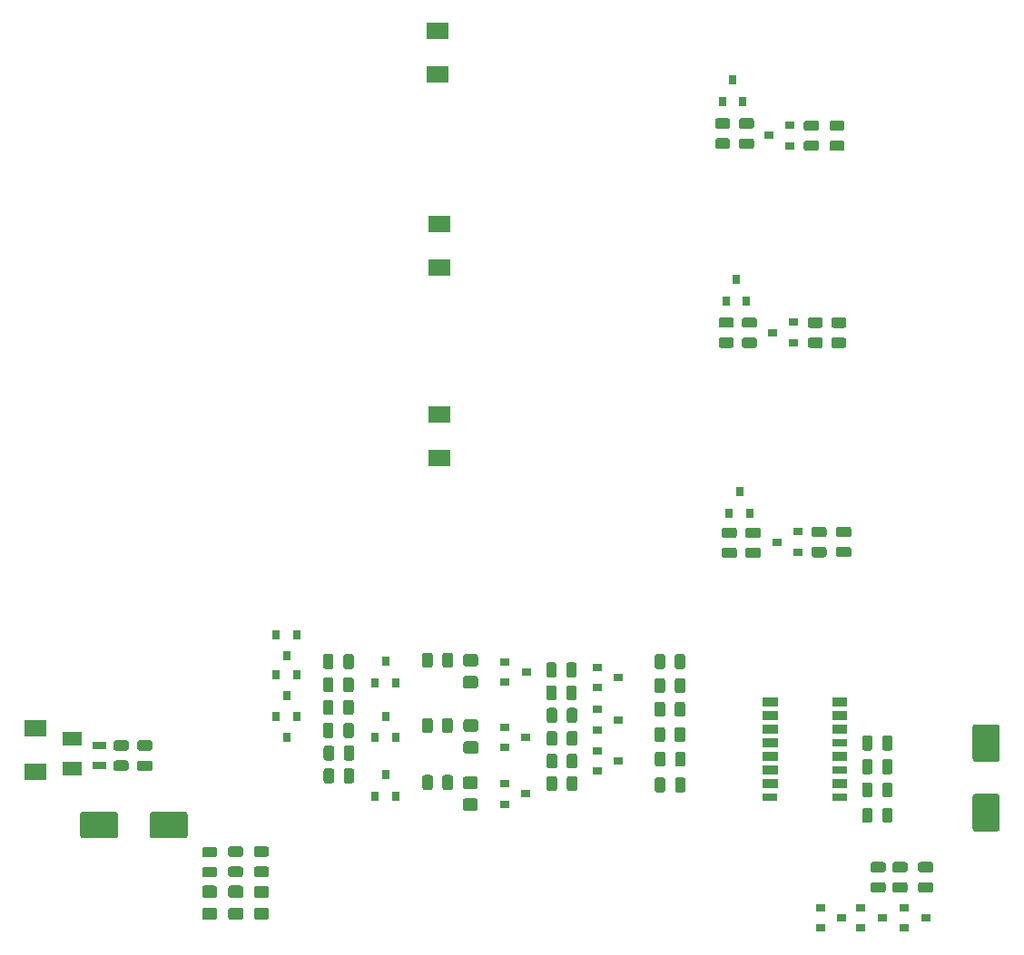
<source format=gbr>
G04 #@! TF.GenerationSoftware,KiCad,Pcbnew,(5.1.5)-3*
G04 #@! TF.CreationDate,2020-09-18T03:25:38-03:00*
G04 #@! TF.ProjectId,SET-RESET,5345542d-5245-4534-9554-2e6b69636164,rev?*
G04 #@! TF.SameCoordinates,Original*
G04 #@! TF.FileFunction,Paste,Top*
G04 #@! TF.FilePolarity,Positive*
%FSLAX46Y46*%
G04 Gerber Fmt 4.6, Leading zero omitted, Abs format (unit mm)*
G04 Created by KiCad (PCBNEW (5.1.5)-3) date 2020-09-18 03:25:38*
%MOMM*%
%LPD*%
G04 APERTURE LIST*
%ADD10C,0.100000*%
%ADD11R,2.000000X1.600000*%
%ADD12R,0.900000X0.800000*%
%ADD13R,0.800000X0.900000*%
%ADD14R,1.400000X0.800000*%
G04 APERTURE END LIST*
D10*
G36*
X243904384Y-110857164D02*
G01*
X243928653Y-110860764D01*
X243952451Y-110866725D01*
X243975551Y-110874990D01*
X243997729Y-110885480D01*
X244018773Y-110898093D01*
X244038478Y-110912707D01*
X244056657Y-110929183D01*
X244073133Y-110947362D01*
X244087747Y-110967067D01*
X244100360Y-110988111D01*
X244110850Y-111010289D01*
X244119115Y-111033389D01*
X244125076Y-111057187D01*
X244128676Y-111081456D01*
X244129880Y-111105960D01*
X244129880Y-114105960D01*
X244128676Y-114130464D01*
X244125076Y-114154733D01*
X244119115Y-114178531D01*
X244110850Y-114201631D01*
X244100360Y-114223809D01*
X244087747Y-114244853D01*
X244073133Y-114264558D01*
X244056657Y-114282737D01*
X244038478Y-114299213D01*
X244018773Y-114313827D01*
X243997729Y-114326440D01*
X243975551Y-114336930D01*
X243952451Y-114345195D01*
X243928653Y-114351156D01*
X243904384Y-114354756D01*
X243879880Y-114355960D01*
X241879880Y-114355960D01*
X241855376Y-114354756D01*
X241831107Y-114351156D01*
X241807309Y-114345195D01*
X241784209Y-114336930D01*
X241762031Y-114326440D01*
X241740987Y-114313827D01*
X241721282Y-114299213D01*
X241703103Y-114282737D01*
X241686627Y-114264558D01*
X241672013Y-114244853D01*
X241659400Y-114223809D01*
X241648910Y-114201631D01*
X241640645Y-114178531D01*
X241634684Y-114154733D01*
X241631084Y-114130464D01*
X241629880Y-114105960D01*
X241629880Y-111105960D01*
X241631084Y-111081456D01*
X241634684Y-111057187D01*
X241640645Y-111033389D01*
X241648910Y-111010289D01*
X241659400Y-110988111D01*
X241672013Y-110967067D01*
X241686627Y-110947362D01*
X241703103Y-110929183D01*
X241721282Y-110912707D01*
X241740987Y-110898093D01*
X241762031Y-110885480D01*
X241784209Y-110874990D01*
X241807309Y-110866725D01*
X241831107Y-110860764D01*
X241855376Y-110857164D01*
X241879880Y-110855960D01*
X243879880Y-110855960D01*
X243904384Y-110857164D01*
G37*
G36*
X243904384Y-104357164D02*
G01*
X243928653Y-104360764D01*
X243952451Y-104366725D01*
X243975551Y-104374990D01*
X243997729Y-104385480D01*
X244018773Y-104398093D01*
X244038478Y-104412707D01*
X244056657Y-104429183D01*
X244073133Y-104447362D01*
X244087747Y-104467067D01*
X244100360Y-104488111D01*
X244110850Y-104510289D01*
X244119115Y-104533389D01*
X244125076Y-104557187D01*
X244128676Y-104581456D01*
X244129880Y-104605960D01*
X244129880Y-107605960D01*
X244128676Y-107630464D01*
X244125076Y-107654733D01*
X244119115Y-107678531D01*
X244110850Y-107701631D01*
X244100360Y-107723809D01*
X244087747Y-107744853D01*
X244073133Y-107764558D01*
X244056657Y-107782737D01*
X244038478Y-107799213D01*
X244018773Y-107813827D01*
X243997729Y-107826440D01*
X243975551Y-107836930D01*
X243952451Y-107845195D01*
X243928653Y-107851156D01*
X243904384Y-107854756D01*
X243879880Y-107855960D01*
X241879880Y-107855960D01*
X241855376Y-107854756D01*
X241831107Y-107851156D01*
X241807309Y-107845195D01*
X241784209Y-107836930D01*
X241762031Y-107826440D01*
X241740987Y-107813827D01*
X241721282Y-107799213D01*
X241703103Y-107782737D01*
X241686627Y-107764558D01*
X241672013Y-107744853D01*
X241659400Y-107723809D01*
X241648910Y-107701631D01*
X241640645Y-107678531D01*
X241634684Y-107654733D01*
X241631084Y-107630464D01*
X241629880Y-107605960D01*
X241629880Y-104605960D01*
X241631084Y-104581456D01*
X241634684Y-104557187D01*
X241640645Y-104533389D01*
X241648910Y-104510289D01*
X241659400Y-104488111D01*
X241672013Y-104467067D01*
X241686627Y-104447362D01*
X241703103Y-104429183D01*
X241721282Y-104412707D01*
X241740987Y-104398093D01*
X241762031Y-104385480D01*
X241784209Y-104374990D01*
X241807309Y-104366725D01*
X241831107Y-104360764D01*
X241855376Y-104357164D01*
X241879880Y-104355960D01*
X243879880Y-104355960D01*
X243904384Y-104357164D01*
G37*
G36*
X233937482Y-112166074D02*
G01*
X233961143Y-112169584D01*
X233984347Y-112175396D01*
X234006869Y-112183454D01*
X234028493Y-112193682D01*
X234049010Y-112205979D01*
X234068223Y-112220229D01*
X234085947Y-112236293D01*
X234102011Y-112254017D01*
X234116261Y-112273230D01*
X234128558Y-112293747D01*
X234138786Y-112315371D01*
X234146844Y-112337893D01*
X234152656Y-112361097D01*
X234156166Y-112384758D01*
X234157340Y-112408650D01*
X234157340Y-113321150D01*
X234156166Y-113345042D01*
X234152656Y-113368703D01*
X234146844Y-113391907D01*
X234138786Y-113414429D01*
X234128558Y-113436053D01*
X234116261Y-113456570D01*
X234102011Y-113475783D01*
X234085947Y-113493507D01*
X234068223Y-113509571D01*
X234049010Y-113523821D01*
X234028493Y-113536118D01*
X234006869Y-113546346D01*
X233984347Y-113554404D01*
X233961143Y-113560216D01*
X233937482Y-113563726D01*
X233913590Y-113564900D01*
X233426090Y-113564900D01*
X233402198Y-113563726D01*
X233378537Y-113560216D01*
X233355333Y-113554404D01*
X233332811Y-113546346D01*
X233311187Y-113536118D01*
X233290670Y-113523821D01*
X233271457Y-113509571D01*
X233253733Y-113493507D01*
X233237669Y-113475783D01*
X233223419Y-113456570D01*
X233211122Y-113436053D01*
X233200894Y-113414429D01*
X233192836Y-113391907D01*
X233187024Y-113368703D01*
X233183514Y-113345042D01*
X233182340Y-113321150D01*
X233182340Y-112408650D01*
X233183514Y-112384758D01*
X233187024Y-112361097D01*
X233192836Y-112337893D01*
X233200894Y-112315371D01*
X233211122Y-112293747D01*
X233223419Y-112273230D01*
X233237669Y-112254017D01*
X233253733Y-112236293D01*
X233271457Y-112220229D01*
X233290670Y-112205979D01*
X233311187Y-112193682D01*
X233332811Y-112183454D01*
X233355333Y-112175396D01*
X233378537Y-112169584D01*
X233402198Y-112166074D01*
X233426090Y-112164900D01*
X233913590Y-112164900D01*
X233937482Y-112166074D01*
G37*
G36*
X232062482Y-112166074D02*
G01*
X232086143Y-112169584D01*
X232109347Y-112175396D01*
X232131869Y-112183454D01*
X232153493Y-112193682D01*
X232174010Y-112205979D01*
X232193223Y-112220229D01*
X232210947Y-112236293D01*
X232227011Y-112254017D01*
X232241261Y-112273230D01*
X232253558Y-112293747D01*
X232263786Y-112315371D01*
X232271844Y-112337893D01*
X232277656Y-112361097D01*
X232281166Y-112384758D01*
X232282340Y-112408650D01*
X232282340Y-113321150D01*
X232281166Y-113345042D01*
X232277656Y-113368703D01*
X232271844Y-113391907D01*
X232263786Y-113414429D01*
X232253558Y-113436053D01*
X232241261Y-113456570D01*
X232227011Y-113475783D01*
X232210947Y-113493507D01*
X232193223Y-113509571D01*
X232174010Y-113523821D01*
X232153493Y-113536118D01*
X232131869Y-113546346D01*
X232109347Y-113554404D01*
X232086143Y-113560216D01*
X232062482Y-113563726D01*
X232038590Y-113564900D01*
X231551090Y-113564900D01*
X231527198Y-113563726D01*
X231503537Y-113560216D01*
X231480333Y-113554404D01*
X231457811Y-113546346D01*
X231436187Y-113536118D01*
X231415670Y-113523821D01*
X231396457Y-113509571D01*
X231378733Y-113493507D01*
X231362669Y-113475783D01*
X231348419Y-113456570D01*
X231336122Y-113436053D01*
X231325894Y-113414429D01*
X231317836Y-113391907D01*
X231312024Y-113368703D01*
X231308514Y-113345042D01*
X231307340Y-113321150D01*
X231307340Y-112408650D01*
X231308514Y-112384758D01*
X231312024Y-112361097D01*
X231317836Y-112337893D01*
X231325894Y-112315371D01*
X231336122Y-112293747D01*
X231348419Y-112273230D01*
X231362669Y-112254017D01*
X231378733Y-112236293D01*
X231396457Y-112220229D01*
X231415670Y-112205979D01*
X231436187Y-112193682D01*
X231457811Y-112183454D01*
X231480333Y-112175396D01*
X231503537Y-112169584D01*
X231527198Y-112166074D01*
X231551090Y-112164900D01*
X232038590Y-112164900D01*
X232062482Y-112166074D01*
G37*
G36*
X164894342Y-107743074D02*
G01*
X164918003Y-107746584D01*
X164941207Y-107752396D01*
X164963729Y-107760454D01*
X164985353Y-107770682D01*
X165005870Y-107782979D01*
X165025083Y-107797229D01*
X165042807Y-107813293D01*
X165058871Y-107831017D01*
X165073121Y-107850230D01*
X165085418Y-107870747D01*
X165095646Y-107892371D01*
X165103704Y-107914893D01*
X165109516Y-107938097D01*
X165113026Y-107961758D01*
X165114200Y-107985650D01*
X165114200Y-108473150D01*
X165113026Y-108497042D01*
X165109516Y-108520703D01*
X165103704Y-108543907D01*
X165095646Y-108566429D01*
X165085418Y-108588053D01*
X165073121Y-108608570D01*
X165058871Y-108627783D01*
X165042807Y-108645507D01*
X165025083Y-108661571D01*
X165005870Y-108675821D01*
X164985353Y-108688118D01*
X164963729Y-108698346D01*
X164941207Y-108706404D01*
X164918003Y-108712216D01*
X164894342Y-108715726D01*
X164870450Y-108716900D01*
X163957950Y-108716900D01*
X163934058Y-108715726D01*
X163910397Y-108712216D01*
X163887193Y-108706404D01*
X163864671Y-108698346D01*
X163843047Y-108688118D01*
X163822530Y-108675821D01*
X163803317Y-108661571D01*
X163785593Y-108645507D01*
X163769529Y-108627783D01*
X163755279Y-108608570D01*
X163742982Y-108588053D01*
X163732754Y-108566429D01*
X163724696Y-108543907D01*
X163718884Y-108520703D01*
X163715374Y-108497042D01*
X163714200Y-108473150D01*
X163714200Y-107985650D01*
X163715374Y-107961758D01*
X163718884Y-107938097D01*
X163724696Y-107914893D01*
X163732754Y-107892371D01*
X163742982Y-107870747D01*
X163755279Y-107850230D01*
X163769529Y-107831017D01*
X163785593Y-107813293D01*
X163803317Y-107797229D01*
X163822530Y-107782979D01*
X163843047Y-107770682D01*
X163864671Y-107760454D01*
X163887193Y-107752396D01*
X163910397Y-107746584D01*
X163934058Y-107743074D01*
X163957950Y-107741900D01*
X164870450Y-107741900D01*
X164894342Y-107743074D01*
G37*
G36*
X164894342Y-105868074D02*
G01*
X164918003Y-105871584D01*
X164941207Y-105877396D01*
X164963729Y-105885454D01*
X164985353Y-105895682D01*
X165005870Y-105907979D01*
X165025083Y-105922229D01*
X165042807Y-105938293D01*
X165058871Y-105956017D01*
X165073121Y-105975230D01*
X165085418Y-105995747D01*
X165095646Y-106017371D01*
X165103704Y-106039893D01*
X165109516Y-106063097D01*
X165113026Y-106086758D01*
X165114200Y-106110650D01*
X165114200Y-106598150D01*
X165113026Y-106622042D01*
X165109516Y-106645703D01*
X165103704Y-106668907D01*
X165095646Y-106691429D01*
X165085418Y-106713053D01*
X165073121Y-106733570D01*
X165058871Y-106752783D01*
X165042807Y-106770507D01*
X165025083Y-106786571D01*
X165005870Y-106800821D01*
X164985353Y-106813118D01*
X164963729Y-106823346D01*
X164941207Y-106831404D01*
X164918003Y-106837216D01*
X164894342Y-106840726D01*
X164870450Y-106841900D01*
X163957950Y-106841900D01*
X163934058Y-106840726D01*
X163910397Y-106837216D01*
X163887193Y-106831404D01*
X163864671Y-106823346D01*
X163843047Y-106813118D01*
X163822530Y-106800821D01*
X163803317Y-106786571D01*
X163785593Y-106770507D01*
X163769529Y-106752783D01*
X163755279Y-106733570D01*
X163742982Y-106713053D01*
X163732754Y-106691429D01*
X163724696Y-106668907D01*
X163718884Y-106645703D01*
X163715374Y-106622042D01*
X163714200Y-106598150D01*
X163714200Y-106110650D01*
X163715374Y-106086758D01*
X163718884Y-106063097D01*
X163724696Y-106039893D01*
X163732754Y-106017371D01*
X163742982Y-105995747D01*
X163755279Y-105975230D01*
X163769529Y-105956017D01*
X163785593Y-105938293D01*
X163803317Y-105922229D01*
X163822530Y-105907979D01*
X163843047Y-105895682D01*
X163864671Y-105885454D01*
X163887193Y-105877396D01*
X163910397Y-105871584D01*
X163934058Y-105868074D01*
X163957950Y-105866900D01*
X164870450Y-105866900D01*
X164894342Y-105868074D01*
G37*
G36*
X162684542Y-107738474D02*
G01*
X162708203Y-107741984D01*
X162731407Y-107747796D01*
X162753929Y-107755854D01*
X162775553Y-107766082D01*
X162796070Y-107778379D01*
X162815283Y-107792629D01*
X162833007Y-107808693D01*
X162849071Y-107826417D01*
X162863321Y-107845630D01*
X162875618Y-107866147D01*
X162885846Y-107887771D01*
X162893904Y-107910293D01*
X162899716Y-107933497D01*
X162903226Y-107957158D01*
X162904400Y-107981050D01*
X162904400Y-108468550D01*
X162903226Y-108492442D01*
X162899716Y-108516103D01*
X162893904Y-108539307D01*
X162885846Y-108561829D01*
X162875618Y-108583453D01*
X162863321Y-108603970D01*
X162849071Y-108623183D01*
X162833007Y-108640907D01*
X162815283Y-108656971D01*
X162796070Y-108671221D01*
X162775553Y-108683518D01*
X162753929Y-108693746D01*
X162731407Y-108701804D01*
X162708203Y-108707616D01*
X162684542Y-108711126D01*
X162660650Y-108712300D01*
X161748150Y-108712300D01*
X161724258Y-108711126D01*
X161700597Y-108707616D01*
X161677393Y-108701804D01*
X161654871Y-108693746D01*
X161633247Y-108683518D01*
X161612730Y-108671221D01*
X161593517Y-108656971D01*
X161575793Y-108640907D01*
X161559729Y-108623183D01*
X161545479Y-108603970D01*
X161533182Y-108583453D01*
X161522954Y-108561829D01*
X161514896Y-108539307D01*
X161509084Y-108516103D01*
X161505574Y-108492442D01*
X161504400Y-108468550D01*
X161504400Y-107981050D01*
X161505574Y-107957158D01*
X161509084Y-107933497D01*
X161514896Y-107910293D01*
X161522954Y-107887771D01*
X161533182Y-107866147D01*
X161545479Y-107845630D01*
X161559729Y-107826417D01*
X161575793Y-107808693D01*
X161593517Y-107792629D01*
X161612730Y-107778379D01*
X161633247Y-107766082D01*
X161654871Y-107755854D01*
X161677393Y-107747796D01*
X161700597Y-107741984D01*
X161724258Y-107738474D01*
X161748150Y-107737300D01*
X162660650Y-107737300D01*
X162684542Y-107738474D01*
G37*
G36*
X162684542Y-105863474D02*
G01*
X162708203Y-105866984D01*
X162731407Y-105872796D01*
X162753929Y-105880854D01*
X162775553Y-105891082D01*
X162796070Y-105903379D01*
X162815283Y-105917629D01*
X162833007Y-105933693D01*
X162849071Y-105951417D01*
X162863321Y-105970630D01*
X162875618Y-105991147D01*
X162885846Y-106012771D01*
X162893904Y-106035293D01*
X162899716Y-106058497D01*
X162903226Y-106082158D01*
X162904400Y-106106050D01*
X162904400Y-106593550D01*
X162903226Y-106617442D01*
X162899716Y-106641103D01*
X162893904Y-106664307D01*
X162885846Y-106686829D01*
X162875618Y-106708453D01*
X162863321Y-106728970D01*
X162849071Y-106748183D01*
X162833007Y-106765907D01*
X162815283Y-106781971D01*
X162796070Y-106796221D01*
X162775553Y-106808518D01*
X162753929Y-106818746D01*
X162731407Y-106826804D01*
X162708203Y-106832616D01*
X162684542Y-106836126D01*
X162660650Y-106837300D01*
X161748150Y-106837300D01*
X161724258Y-106836126D01*
X161700597Y-106832616D01*
X161677393Y-106826804D01*
X161654871Y-106818746D01*
X161633247Y-106808518D01*
X161612730Y-106796221D01*
X161593517Y-106781971D01*
X161575793Y-106765907D01*
X161559729Y-106748183D01*
X161545479Y-106728970D01*
X161533182Y-106708453D01*
X161522954Y-106686829D01*
X161514896Y-106664307D01*
X161509084Y-106641103D01*
X161505574Y-106617442D01*
X161504400Y-106593550D01*
X161504400Y-106106050D01*
X161505574Y-106082158D01*
X161509084Y-106058497D01*
X161514896Y-106035293D01*
X161522954Y-106012771D01*
X161533182Y-105991147D01*
X161545479Y-105970630D01*
X161559729Y-105951417D01*
X161575793Y-105933693D01*
X161593517Y-105917629D01*
X161612730Y-105903379D01*
X161633247Y-105891082D01*
X161654871Y-105880854D01*
X161677393Y-105872796D01*
X161700597Y-105866984D01*
X161724258Y-105863474D01*
X161748150Y-105862300D01*
X162660650Y-105862300D01*
X162684542Y-105863474D01*
G37*
G36*
X168171504Y-112517804D02*
G01*
X168195773Y-112521404D01*
X168219571Y-112527365D01*
X168242671Y-112535630D01*
X168264849Y-112546120D01*
X168285893Y-112558733D01*
X168305598Y-112573347D01*
X168323777Y-112589823D01*
X168340253Y-112608002D01*
X168354867Y-112627707D01*
X168367480Y-112648751D01*
X168377970Y-112670929D01*
X168386235Y-112694029D01*
X168392196Y-112717827D01*
X168395796Y-112742096D01*
X168397000Y-112766600D01*
X168397000Y-114766600D01*
X168395796Y-114791104D01*
X168392196Y-114815373D01*
X168386235Y-114839171D01*
X168377970Y-114862271D01*
X168367480Y-114884449D01*
X168354867Y-114905493D01*
X168340253Y-114925198D01*
X168323777Y-114943377D01*
X168305598Y-114959853D01*
X168285893Y-114974467D01*
X168264849Y-114987080D01*
X168242671Y-114997570D01*
X168219571Y-115005835D01*
X168195773Y-115011796D01*
X168171504Y-115015396D01*
X168147000Y-115016600D01*
X165147000Y-115016600D01*
X165122496Y-115015396D01*
X165098227Y-115011796D01*
X165074429Y-115005835D01*
X165051329Y-114997570D01*
X165029151Y-114987080D01*
X165008107Y-114974467D01*
X164988402Y-114959853D01*
X164970223Y-114943377D01*
X164953747Y-114925198D01*
X164939133Y-114905493D01*
X164926520Y-114884449D01*
X164916030Y-114862271D01*
X164907765Y-114839171D01*
X164901804Y-114815373D01*
X164898204Y-114791104D01*
X164897000Y-114766600D01*
X164897000Y-112766600D01*
X164898204Y-112742096D01*
X164901804Y-112717827D01*
X164907765Y-112694029D01*
X164916030Y-112670929D01*
X164926520Y-112648751D01*
X164939133Y-112627707D01*
X164953747Y-112608002D01*
X164970223Y-112589823D01*
X164988402Y-112573347D01*
X165008107Y-112558733D01*
X165029151Y-112546120D01*
X165051329Y-112535630D01*
X165074429Y-112527365D01*
X165098227Y-112521404D01*
X165122496Y-112517804D01*
X165147000Y-112516600D01*
X168147000Y-112516600D01*
X168171504Y-112517804D01*
G37*
G36*
X161671504Y-112517804D02*
G01*
X161695773Y-112521404D01*
X161719571Y-112527365D01*
X161742671Y-112535630D01*
X161764849Y-112546120D01*
X161785893Y-112558733D01*
X161805598Y-112573347D01*
X161823777Y-112589823D01*
X161840253Y-112608002D01*
X161854867Y-112627707D01*
X161867480Y-112648751D01*
X161877970Y-112670929D01*
X161886235Y-112694029D01*
X161892196Y-112717827D01*
X161895796Y-112742096D01*
X161897000Y-112766600D01*
X161897000Y-114766600D01*
X161895796Y-114791104D01*
X161892196Y-114815373D01*
X161886235Y-114839171D01*
X161877970Y-114862271D01*
X161867480Y-114884449D01*
X161854867Y-114905493D01*
X161840253Y-114925198D01*
X161823777Y-114943377D01*
X161805598Y-114959853D01*
X161785893Y-114974467D01*
X161764849Y-114987080D01*
X161742671Y-114997570D01*
X161719571Y-115005835D01*
X161695773Y-115011796D01*
X161671504Y-115015396D01*
X161647000Y-115016600D01*
X158647000Y-115016600D01*
X158622496Y-115015396D01*
X158598227Y-115011796D01*
X158574429Y-115005835D01*
X158551329Y-114997570D01*
X158529151Y-114987080D01*
X158508107Y-114974467D01*
X158488402Y-114959853D01*
X158470223Y-114943377D01*
X158453747Y-114925198D01*
X158439133Y-114905493D01*
X158426520Y-114884449D01*
X158416030Y-114862271D01*
X158407765Y-114839171D01*
X158401804Y-114815373D01*
X158398204Y-114791104D01*
X158397000Y-114766600D01*
X158397000Y-112766600D01*
X158398204Y-112742096D01*
X158401804Y-112717827D01*
X158407765Y-112694029D01*
X158416030Y-112670929D01*
X158426520Y-112648751D01*
X158439133Y-112627707D01*
X158453747Y-112608002D01*
X158470223Y-112589823D01*
X158488402Y-112573347D01*
X158508107Y-112558733D01*
X158529151Y-112546120D01*
X158551329Y-112535630D01*
X158574429Y-112527365D01*
X158598227Y-112521404D01*
X158622496Y-112517804D01*
X158647000Y-112516600D01*
X161647000Y-112516600D01*
X161671504Y-112517804D01*
G37*
D11*
X191731900Y-39649400D03*
X191731900Y-43713400D03*
X191858900Y-61722000D03*
X191858900Y-57658000D03*
X191884300Y-79527400D03*
X191884300Y-75463400D03*
D10*
G36*
X195267105Y-97810344D02*
G01*
X195291373Y-97813944D01*
X195315172Y-97819905D01*
X195338271Y-97828170D01*
X195360450Y-97838660D01*
X195381493Y-97851272D01*
X195401199Y-97865887D01*
X195419377Y-97882363D01*
X195435853Y-97900541D01*
X195450468Y-97920247D01*
X195463080Y-97941290D01*
X195473570Y-97963469D01*
X195481835Y-97986568D01*
X195487796Y-98010367D01*
X195491396Y-98034635D01*
X195492600Y-98059139D01*
X195492600Y-98709141D01*
X195491396Y-98733645D01*
X195487796Y-98757913D01*
X195481835Y-98781712D01*
X195473570Y-98804811D01*
X195463080Y-98826990D01*
X195450468Y-98848033D01*
X195435853Y-98867739D01*
X195419377Y-98885917D01*
X195401199Y-98902393D01*
X195381493Y-98917008D01*
X195360450Y-98929620D01*
X195338271Y-98940110D01*
X195315172Y-98948375D01*
X195291373Y-98954336D01*
X195267105Y-98957936D01*
X195242601Y-98959140D01*
X194342599Y-98959140D01*
X194318095Y-98957936D01*
X194293827Y-98954336D01*
X194270028Y-98948375D01*
X194246929Y-98940110D01*
X194224750Y-98929620D01*
X194203707Y-98917008D01*
X194184001Y-98902393D01*
X194165823Y-98885917D01*
X194149347Y-98867739D01*
X194134732Y-98848033D01*
X194122120Y-98826990D01*
X194111630Y-98804811D01*
X194103365Y-98781712D01*
X194097404Y-98757913D01*
X194093804Y-98733645D01*
X194092600Y-98709141D01*
X194092600Y-98059139D01*
X194093804Y-98034635D01*
X194097404Y-98010367D01*
X194103365Y-97986568D01*
X194111630Y-97963469D01*
X194122120Y-97941290D01*
X194134732Y-97920247D01*
X194149347Y-97900541D01*
X194165823Y-97882363D01*
X194184001Y-97865887D01*
X194203707Y-97851272D01*
X194224750Y-97838660D01*
X194246929Y-97828170D01*
X194270028Y-97819905D01*
X194293827Y-97813944D01*
X194318095Y-97810344D01*
X194342599Y-97809140D01*
X195242601Y-97809140D01*
X195267105Y-97810344D01*
G37*
G36*
X195267105Y-99860344D02*
G01*
X195291373Y-99863944D01*
X195315172Y-99869905D01*
X195338271Y-99878170D01*
X195360450Y-99888660D01*
X195381493Y-99901272D01*
X195401199Y-99915887D01*
X195419377Y-99932363D01*
X195435853Y-99950541D01*
X195450468Y-99970247D01*
X195463080Y-99991290D01*
X195473570Y-100013469D01*
X195481835Y-100036568D01*
X195487796Y-100060367D01*
X195491396Y-100084635D01*
X195492600Y-100109139D01*
X195492600Y-100759141D01*
X195491396Y-100783645D01*
X195487796Y-100807913D01*
X195481835Y-100831712D01*
X195473570Y-100854811D01*
X195463080Y-100876990D01*
X195450468Y-100898033D01*
X195435853Y-100917739D01*
X195419377Y-100935917D01*
X195401199Y-100952393D01*
X195381493Y-100967008D01*
X195360450Y-100979620D01*
X195338271Y-100990110D01*
X195315172Y-100998375D01*
X195291373Y-101004336D01*
X195267105Y-101007936D01*
X195242601Y-101009140D01*
X194342599Y-101009140D01*
X194318095Y-101007936D01*
X194293827Y-101004336D01*
X194270028Y-100998375D01*
X194246929Y-100990110D01*
X194224750Y-100979620D01*
X194203707Y-100967008D01*
X194184001Y-100952393D01*
X194165823Y-100935917D01*
X194149347Y-100917739D01*
X194134732Y-100898033D01*
X194122120Y-100876990D01*
X194111630Y-100854811D01*
X194103365Y-100831712D01*
X194097404Y-100807913D01*
X194093804Y-100783645D01*
X194092600Y-100759141D01*
X194092600Y-100109139D01*
X194093804Y-100084635D01*
X194097404Y-100060367D01*
X194103365Y-100036568D01*
X194111630Y-100013469D01*
X194122120Y-99991290D01*
X194134732Y-99970247D01*
X194149347Y-99950541D01*
X194165823Y-99932363D01*
X194184001Y-99915887D01*
X194203707Y-99901272D01*
X194224750Y-99888660D01*
X194246929Y-99878170D01*
X194270028Y-99869905D01*
X194293827Y-99863944D01*
X194318095Y-99860344D01*
X194342599Y-99859140D01*
X195242601Y-99859140D01*
X195267105Y-99860344D01*
G37*
G36*
X195302665Y-105956344D02*
G01*
X195326933Y-105959944D01*
X195350732Y-105965905D01*
X195373831Y-105974170D01*
X195396010Y-105984660D01*
X195417053Y-105997272D01*
X195436759Y-106011887D01*
X195454937Y-106028363D01*
X195471413Y-106046541D01*
X195486028Y-106066247D01*
X195498640Y-106087290D01*
X195509130Y-106109469D01*
X195517395Y-106132568D01*
X195523356Y-106156367D01*
X195526956Y-106180635D01*
X195528160Y-106205139D01*
X195528160Y-106855141D01*
X195526956Y-106879645D01*
X195523356Y-106903913D01*
X195517395Y-106927712D01*
X195509130Y-106950811D01*
X195498640Y-106972990D01*
X195486028Y-106994033D01*
X195471413Y-107013739D01*
X195454937Y-107031917D01*
X195436759Y-107048393D01*
X195417053Y-107063008D01*
X195396010Y-107075620D01*
X195373831Y-107086110D01*
X195350732Y-107094375D01*
X195326933Y-107100336D01*
X195302665Y-107103936D01*
X195278161Y-107105140D01*
X194378159Y-107105140D01*
X194353655Y-107103936D01*
X194329387Y-107100336D01*
X194305588Y-107094375D01*
X194282489Y-107086110D01*
X194260310Y-107075620D01*
X194239267Y-107063008D01*
X194219561Y-107048393D01*
X194201383Y-107031917D01*
X194184907Y-107013739D01*
X194170292Y-106994033D01*
X194157680Y-106972990D01*
X194147190Y-106950811D01*
X194138925Y-106927712D01*
X194132964Y-106903913D01*
X194129364Y-106879645D01*
X194128160Y-106855141D01*
X194128160Y-106205139D01*
X194129364Y-106180635D01*
X194132964Y-106156367D01*
X194138925Y-106132568D01*
X194147190Y-106109469D01*
X194157680Y-106087290D01*
X194170292Y-106066247D01*
X194184907Y-106046541D01*
X194201383Y-106028363D01*
X194219561Y-106011887D01*
X194239267Y-105997272D01*
X194260310Y-105984660D01*
X194282489Y-105974170D01*
X194305588Y-105965905D01*
X194329387Y-105959944D01*
X194353655Y-105956344D01*
X194378159Y-105955140D01*
X195278161Y-105955140D01*
X195302665Y-105956344D01*
G37*
G36*
X195302665Y-103906344D02*
G01*
X195326933Y-103909944D01*
X195350732Y-103915905D01*
X195373831Y-103924170D01*
X195396010Y-103934660D01*
X195417053Y-103947272D01*
X195436759Y-103961887D01*
X195454937Y-103978363D01*
X195471413Y-103996541D01*
X195486028Y-104016247D01*
X195498640Y-104037290D01*
X195509130Y-104059469D01*
X195517395Y-104082568D01*
X195523356Y-104106367D01*
X195526956Y-104130635D01*
X195528160Y-104155139D01*
X195528160Y-104805141D01*
X195526956Y-104829645D01*
X195523356Y-104853913D01*
X195517395Y-104877712D01*
X195509130Y-104900811D01*
X195498640Y-104922990D01*
X195486028Y-104944033D01*
X195471413Y-104963739D01*
X195454937Y-104981917D01*
X195436759Y-104998393D01*
X195417053Y-105013008D01*
X195396010Y-105025620D01*
X195373831Y-105036110D01*
X195350732Y-105044375D01*
X195326933Y-105050336D01*
X195302665Y-105053936D01*
X195278161Y-105055140D01*
X194378159Y-105055140D01*
X194353655Y-105053936D01*
X194329387Y-105050336D01*
X194305588Y-105044375D01*
X194282489Y-105036110D01*
X194260310Y-105025620D01*
X194239267Y-105013008D01*
X194219561Y-104998393D01*
X194201383Y-104981917D01*
X194184907Y-104963739D01*
X194170292Y-104944033D01*
X194157680Y-104922990D01*
X194147190Y-104900811D01*
X194138925Y-104877712D01*
X194132964Y-104853913D01*
X194129364Y-104829645D01*
X194128160Y-104805141D01*
X194128160Y-104155139D01*
X194129364Y-104130635D01*
X194132964Y-104106367D01*
X194138925Y-104082568D01*
X194147190Y-104059469D01*
X194157680Y-104037290D01*
X194170292Y-104016247D01*
X194184907Y-103996541D01*
X194201383Y-103978363D01*
X194219561Y-103961887D01*
X194239267Y-103947272D01*
X194260310Y-103934660D01*
X194282489Y-103924170D01*
X194305588Y-103915905D01*
X194329387Y-103909944D01*
X194353655Y-103906344D01*
X194378159Y-103905140D01*
X195278161Y-103905140D01*
X195302665Y-103906344D01*
G37*
D11*
X154185620Y-108839000D03*
X154185620Y-104775000D03*
D10*
G36*
X195246785Y-111287804D02*
G01*
X195271053Y-111291404D01*
X195294852Y-111297365D01*
X195317951Y-111305630D01*
X195340130Y-111316120D01*
X195361173Y-111328732D01*
X195380879Y-111343347D01*
X195399057Y-111359823D01*
X195415533Y-111378001D01*
X195430148Y-111397707D01*
X195442760Y-111418750D01*
X195453250Y-111440929D01*
X195461515Y-111464028D01*
X195467476Y-111487827D01*
X195471076Y-111512095D01*
X195472280Y-111536599D01*
X195472280Y-112186601D01*
X195471076Y-112211105D01*
X195467476Y-112235373D01*
X195461515Y-112259172D01*
X195453250Y-112282271D01*
X195442760Y-112304450D01*
X195430148Y-112325493D01*
X195415533Y-112345199D01*
X195399057Y-112363377D01*
X195380879Y-112379853D01*
X195361173Y-112394468D01*
X195340130Y-112407080D01*
X195317951Y-112417570D01*
X195294852Y-112425835D01*
X195271053Y-112431796D01*
X195246785Y-112435396D01*
X195222281Y-112436600D01*
X194322279Y-112436600D01*
X194297775Y-112435396D01*
X194273507Y-112431796D01*
X194249708Y-112425835D01*
X194226609Y-112417570D01*
X194204430Y-112407080D01*
X194183387Y-112394468D01*
X194163681Y-112379853D01*
X194145503Y-112363377D01*
X194129027Y-112345199D01*
X194114412Y-112325493D01*
X194101800Y-112304450D01*
X194091310Y-112282271D01*
X194083045Y-112259172D01*
X194077084Y-112235373D01*
X194073484Y-112211105D01*
X194072280Y-112186601D01*
X194072280Y-111536599D01*
X194073484Y-111512095D01*
X194077084Y-111487827D01*
X194083045Y-111464028D01*
X194091310Y-111440929D01*
X194101800Y-111418750D01*
X194114412Y-111397707D01*
X194129027Y-111378001D01*
X194145503Y-111359823D01*
X194163681Y-111343347D01*
X194183387Y-111328732D01*
X194204430Y-111316120D01*
X194226609Y-111305630D01*
X194249708Y-111297365D01*
X194273507Y-111291404D01*
X194297775Y-111287804D01*
X194322279Y-111286600D01*
X195222281Y-111286600D01*
X195246785Y-111287804D01*
G37*
G36*
X195246785Y-109237804D02*
G01*
X195271053Y-109241404D01*
X195294852Y-109247365D01*
X195317951Y-109255630D01*
X195340130Y-109266120D01*
X195361173Y-109278732D01*
X195380879Y-109293347D01*
X195399057Y-109309823D01*
X195415533Y-109328001D01*
X195430148Y-109347707D01*
X195442760Y-109368750D01*
X195453250Y-109390929D01*
X195461515Y-109414028D01*
X195467476Y-109437827D01*
X195471076Y-109462095D01*
X195472280Y-109486599D01*
X195472280Y-110136601D01*
X195471076Y-110161105D01*
X195467476Y-110185373D01*
X195461515Y-110209172D01*
X195453250Y-110232271D01*
X195442760Y-110254450D01*
X195430148Y-110275493D01*
X195415533Y-110295199D01*
X195399057Y-110313377D01*
X195380879Y-110329853D01*
X195361173Y-110344468D01*
X195340130Y-110357080D01*
X195317951Y-110367570D01*
X195294852Y-110375835D01*
X195271053Y-110381796D01*
X195246785Y-110385396D01*
X195222281Y-110386600D01*
X194322279Y-110386600D01*
X194297775Y-110385396D01*
X194273507Y-110381796D01*
X194249708Y-110375835D01*
X194226609Y-110367570D01*
X194204430Y-110357080D01*
X194183387Y-110344468D01*
X194163681Y-110329853D01*
X194145503Y-110313377D01*
X194129027Y-110295199D01*
X194114412Y-110275493D01*
X194101800Y-110254450D01*
X194091310Y-110232271D01*
X194083045Y-110209172D01*
X194077084Y-110185373D01*
X194073484Y-110161105D01*
X194072280Y-110136601D01*
X194072280Y-109486599D01*
X194073484Y-109462095D01*
X194077084Y-109437827D01*
X194083045Y-109414028D01*
X194091310Y-109390929D01*
X194101800Y-109368750D01*
X194114412Y-109347707D01*
X194129027Y-109328001D01*
X194145503Y-109309823D01*
X194163681Y-109293347D01*
X194183387Y-109278732D01*
X194204430Y-109266120D01*
X194226609Y-109255630D01*
X194249708Y-109247365D01*
X194273507Y-109241404D01*
X194297775Y-109237804D01*
X194322279Y-109236600D01*
X195222281Y-109236600D01*
X195246785Y-109237804D01*
G37*
G36*
X170928825Y-121473204D02*
G01*
X170953093Y-121476804D01*
X170976892Y-121482765D01*
X170999991Y-121491030D01*
X171022170Y-121501520D01*
X171043213Y-121514132D01*
X171062919Y-121528747D01*
X171081097Y-121545223D01*
X171097573Y-121563401D01*
X171112188Y-121583107D01*
X171124800Y-121604150D01*
X171135290Y-121626329D01*
X171143555Y-121649428D01*
X171149516Y-121673227D01*
X171153116Y-121697495D01*
X171154320Y-121721999D01*
X171154320Y-122372001D01*
X171153116Y-122396505D01*
X171149516Y-122420773D01*
X171143555Y-122444572D01*
X171135290Y-122467671D01*
X171124800Y-122489850D01*
X171112188Y-122510893D01*
X171097573Y-122530599D01*
X171081097Y-122548777D01*
X171062919Y-122565253D01*
X171043213Y-122579868D01*
X171022170Y-122592480D01*
X170999991Y-122602970D01*
X170976892Y-122611235D01*
X170953093Y-122617196D01*
X170928825Y-122620796D01*
X170904321Y-122622000D01*
X170004319Y-122622000D01*
X169979815Y-122620796D01*
X169955547Y-122617196D01*
X169931748Y-122611235D01*
X169908649Y-122602970D01*
X169886470Y-122592480D01*
X169865427Y-122579868D01*
X169845721Y-122565253D01*
X169827543Y-122548777D01*
X169811067Y-122530599D01*
X169796452Y-122510893D01*
X169783840Y-122489850D01*
X169773350Y-122467671D01*
X169765085Y-122444572D01*
X169759124Y-122420773D01*
X169755524Y-122396505D01*
X169754320Y-122372001D01*
X169754320Y-121721999D01*
X169755524Y-121697495D01*
X169759124Y-121673227D01*
X169765085Y-121649428D01*
X169773350Y-121626329D01*
X169783840Y-121604150D01*
X169796452Y-121583107D01*
X169811067Y-121563401D01*
X169827543Y-121545223D01*
X169845721Y-121528747D01*
X169865427Y-121514132D01*
X169886470Y-121501520D01*
X169908649Y-121491030D01*
X169931748Y-121482765D01*
X169955547Y-121476804D01*
X169979815Y-121473204D01*
X170004319Y-121472000D01*
X170904321Y-121472000D01*
X170928825Y-121473204D01*
G37*
G36*
X170928825Y-119423204D02*
G01*
X170953093Y-119426804D01*
X170976892Y-119432765D01*
X170999991Y-119441030D01*
X171022170Y-119451520D01*
X171043213Y-119464132D01*
X171062919Y-119478747D01*
X171081097Y-119495223D01*
X171097573Y-119513401D01*
X171112188Y-119533107D01*
X171124800Y-119554150D01*
X171135290Y-119576329D01*
X171143555Y-119599428D01*
X171149516Y-119623227D01*
X171153116Y-119647495D01*
X171154320Y-119671999D01*
X171154320Y-120322001D01*
X171153116Y-120346505D01*
X171149516Y-120370773D01*
X171143555Y-120394572D01*
X171135290Y-120417671D01*
X171124800Y-120439850D01*
X171112188Y-120460893D01*
X171097573Y-120480599D01*
X171081097Y-120498777D01*
X171062919Y-120515253D01*
X171043213Y-120529868D01*
X171022170Y-120542480D01*
X170999991Y-120552970D01*
X170976892Y-120561235D01*
X170953093Y-120567196D01*
X170928825Y-120570796D01*
X170904321Y-120572000D01*
X170004319Y-120572000D01*
X169979815Y-120570796D01*
X169955547Y-120567196D01*
X169931748Y-120561235D01*
X169908649Y-120552970D01*
X169886470Y-120542480D01*
X169865427Y-120529868D01*
X169845721Y-120515253D01*
X169827543Y-120498777D01*
X169811067Y-120480599D01*
X169796452Y-120460893D01*
X169783840Y-120439850D01*
X169773350Y-120417671D01*
X169765085Y-120394572D01*
X169759124Y-120370773D01*
X169755524Y-120346505D01*
X169754320Y-120322001D01*
X169754320Y-119671999D01*
X169755524Y-119647495D01*
X169759124Y-119623227D01*
X169765085Y-119599428D01*
X169773350Y-119576329D01*
X169783840Y-119554150D01*
X169796452Y-119533107D01*
X169811067Y-119513401D01*
X169827543Y-119495223D01*
X169845721Y-119478747D01*
X169865427Y-119464132D01*
X169886470Y-119451520D01*
X169908649Y-119441030D01*
X169931748Y-119432765D01*
X169955547Y-119426804D01*
X169979815Y-119423204D01*
X170004319Y-119422000D01*
X170904321Y-119422000D01*
X170928825Y-119423204D01*
G37*
D12*
X222942400Y-67790100D03*
X224942400Y-66840100D03*
X224942400Y-68740100D03*
X225356420Y-88298100D03*
X225356420Y-86398100D03*
X223356420Y-87348100D03*
X222599500Y-49400420D03*
X224599500Y-48450420D03*
X224599500Y-50350420D03*
X208582260Y-107805220D03*
X206582260Y-108755220D03*
X206582260Y-106855220D03*
X206582260Y-102981720D03*
X206582260Y-104881720D03*
X208582260Y-103931720D03*
X208582260Y-99994720D03*
X206582260Y-100944720D03*
X206582260Y-99044720D03*
D13*
X218300300Y-46235620D03*
X220200300Y-46235620D03*
X219250300Y-44235620D03*
X219583000Y-62817500D03*
X220533000Y-64817500D03*
X218633000Y-64817500D03*
X219880220Y-82632800D03*
X220830220Y-84632800D03*
X218930220Y-84632800D03*
D12*
X197993000Y-98529060D03*
X197993000Y-100429060D03*
X199993000Y-99479060D03*
X197970140Y-109920960D03*
X197970140Y-111820960D03*
X199970140Y-110870960D03*
X199954900Y-105572520D03*
X197954900Y-106522520D03*
X197954900Y-104622520D03*
D13*
X186867760Y-98497640D03*
X187817760Y-100497640D03*
X185917760Y-100497640D03*
X186860140Y-109043720D03*
X187810140Y-111043720D03*
X185910140Y-111043720D03*
X185912680Y-105605580D03*
X187812680Y-105605580D03*
X186862680Y-103605580D03*
X178584860Y-95999300D03*
X176684860Y-95999300D03*
X177634860Y-97999300D03*
X178574740Y-103612440D03*
X176674740Y-103612440D03*
X177624740Y-105612440D03*
X178590020Y-99728020D03*
X176690020Y-99728020D03*
X177640020Y-101728020D03*
D10*
G36*
X218780442Y-49656294D02*
G01*
X218804103Y-49659804D01*
X218827307Y-49665616D01*
X218849829Y-49673674D01*
X218871453Y-49683902D01*
X218891970Y-49696199D01*
X218911183Y-49710449D01*
X218928907Y-49726513D01*
X218944971Y-49744237D01*
X218959221Y-49763450D01*
X218971518Y-49783967D01*
X218981746Y-49805591D01*
X218989804Y-49828113D01*
X218995616Y-49851317D01*
X218999126Y-49874978D01*
X219000300Y-49898870D01*
X219000300Y-50386370D01*
X218999126Y-50410262D01*
X218995616Y-50433923D01*
X218989804Y-50457127D01*
X218981746Y-50479649D01*
X218971518Y-50501273D01*
X218959221Y-50521790D01*
X218944971Y-50541003D01*
X218928907Y-50558727D01*
X218911183Y-50574791D01*
X218891970Y-50589041D01*
X218871453Y-50601338D01*
X218849829Y-50611566D01*
X218827307Y-50619624D01*
X218804103Y-50625436D01*
X218780442Y-50628946D01*
X218756550Y-50630120D01*
X217844050Y-50630120D01*
X217820158Y-50628946D01*
X217796497Y-50625436D01*
X217773293Y-50619624D01*
X217750771Y-50611566D01*
X217729147Y-50601338D01*
X217708630Y-50589041D01*
X217689417Y-50574791D01*
X217671693Y-50558727D01*
X217655629Y-50541003D01*
X217641379Y-50521790D01*
X217629082Y-50501273D01*
X217618854Y-50479649D01*
X217610796Y-50457127D01*
X217604984Y-50433923D01*
X217601474Y-50410262D01*
X217600300Y-50386370D01*
X217600300Y-49898870D01*
X217601474Y-49874978D01*
X217604984Y-49851317D01*
X217610796Y-49828113D01*
X217618854Y-49805591D01*
X217629082Y-49783967D01*
X217641379Y-49763450D01*
X217655629Y-49744237D01*
X217671693Y-49726513D01*
X217689417Y-49710449D01*
X217708630Y-49696199D01*
X217729147Y-49683902D01*
X217750771Y-49673674D01*
X217773293Y-49665616D01*
X217796497Y-49659804D01*
X217820158Y-49656294D01*
X217844050Y-49655120D01*
X218756550Y-49655120D01*
X218780442Y-49656294D01*
G37*
G36*
X218780442Y-47781294D02*
G01*
X218804103Y-47784804D01*
X218827307Y-47790616D01*
X218849829Y-47798674D01*
X218871453Y-47808902D01*
X218891970Y-47821199D01*
X218911183Y-47835449D01*
X218928907Y-47851513D01*
X218944971Y-47869237D01*
X218959221Y-47888450D01*
X218971518Y-47908967D01*
X218981746Y-47930591D01*
X218989804Y-47953113D01*
X218995616Y-47976317D01*
X218999126Y-47999978D01*
X219000300Y-48023870D01*
X219000300Y-48511370D01*
X218999126Y-48535262D01*
X218995616Y-48558923D01*
X218989804Y-48582127D01*
X218981746Y-48604649D01*
X218971518Y-48626273D01*
X218959221Y-48646790D01*
X218944971Y-48666003D01*
X218928907Y-48683727D01*
X218911183Y-48699791D01*
X218891970Y-48714041D01*
X218871453Y-48726338D01*
X218849829Y-48736566D01*
X218827307Y-48744624D01*
X218804103Y-48750436D01*
X218780442Y-48753946D01*
X218756550Y-48755120D01*
X217844050Y-48755120D01*
X217820158Y-48753946D01*
X217796497Y-48750436D01*
X217773293Y-48744624D01*
X217750771Y-48736566D01*
X217729147Y-48726338D01*
X217708630Y-48714041D01*
X217689417Y-48699791D01*
X217671693Y-48683727D01*
X217655629Y-48666003D01*
X217641379Y-48646790D01*
X217629082Y-48626273D01*
X217618854Y-48604649D01*
X217610796Y-48582127D01*
X217604984Y-48558923D01*
X217601474Y-48535262D01*
X217600300Y-48511370D01*
X217600300Y-48023870D01*
X217601474Y-47999978D01*
X217604984Y-47976317D01*
X217610796Y-47953113D01*
X217618854Y-47930591D01*
X217629082Y-47908967D01*
X217641379Y-47888450D01*
X217655629Y-47869237D01*
X217671693Y-47851513D01*
X217689417Y-47835449D01*
X217708630Y-47821199D01*
X217729147Y-47808902D01*
X217750771Y-47798674D01*
X217773293Y-47790616D01*
X217796497Y-47784804D01*
X217820158Y-47781294D01*
X217844050Y-47780120D01*
X218756550Y-47780120D01*
X218780442Y-47781294D01*
G37*
G36*
X219123342Y-66379174D02*
G01*
X219147003Y-66382684D01*
X219170207Y-66388496D01*
X219192729Y-66396554D01*
X219214353Y-66406782D01*
X219234870Y-66419079D01*
X219254083Y-66433329D01*
X219271807Y-66449393D01*
X219287871Y-66467117D01*
X219302121Y-66486330D01*
X219314418Y-66506847D01*
X219324646Y-66528471D01*
X219332704Y-66550993D01*
X219338516Y-66574197D01*
X219342026Y-66597858D01*
X219343200Y-66621750D01*
X219343200Y-67109250D01*
X219342026Y-67133142D01*
X219338516Y-67156803D01*
X219332704Y-67180007D01*
X219324646Y-67202529D01*
X219314418Y-67224153D01*
X219302121Y-67244670D01*
X219287871Y-67263883D01*
X219271807Y-67281607D01*
X219254083Y-67297671D01*
X219234870Y-67311921D01*
X219214353Y-67324218D01*
X219192729Y-67334446D01*
X219170207Y-67342504D01*
X219147003Y-67348316D01*
X219123342Y-67351826D01*
X219099450Y-67353000D01*
X218186950Y-67353000D01*
X218163058Y-67351826D01*
X218139397Y-67348316D01*
X218116193Y-67342504D01*
X218093671Y-67334446D01*
X218072047Y-67324218D01*
X218051530Y-67311921D01*
X218032317Y-67297671D01*
X218014593Y-67281607D01*
X217998529Y-67263883D01*
X217984279Y-67244670D01*
X217971982Y-67224153D01*
X217961754Y-67202529D01*
X217953696Y-67180007D01*
X217947884Y-67156803D01*
X217944374Y-67133142D01*
X217943200Y-67109250D01*
X217943200Y-66621750D01*
X217944374Y-66597858D01*
X217947884Y-66574197D01*
X217953696Y-66550993D01*
X217961754Y-66528471D01*
X217971982Y-66506847D01*
X217984279Y-66486330D01*
X217998529Y-66467117D01*
X218014593Y-66449393D01*
X218032317Y-66433329D01*
X218051530Y-66419079D01*
X218072047Y-66406782D01*
X218093671Y-66396554D01*
X218116193Y-66388496D01*
X218139397Y-66382684D01*
X218163058Y-66379174D01*
X218186950Y-66378000D01*
X219099450Y-66378000D01*
X219123342Y-66379174D01*
G37*
G36*
X219123342Y-68254174D02*
G01*
X219147003Y-68257684D01*
X219170207Y-68263496D01*
X219192729Y-68271554D01*
X219214353Y-68281782D01*
X219234870Y-68294079D01*
X219254083Y-68308329D01*
X219271807Y-68324393D01*
X219287871Y-68342117D01*
X219302121Y-68361330D01*
X219314418Y-68381847D01*
X219324646Y-68403471D01*
X219332704Y-68425993D01*
X219338516Y-68449197D01*
X219342026Y-68472858D01*
X219343200Y-68496750D01*
X219343200Y-68984250D01*
X219342026Y-69008142D01*
X219338516Y-69031803D01*
X219332704Y-69055007D01*
X219324646Y-69077529D01*
X219314418Y-69099153D01*
X219302121Y-69119670D01*
X219287871Y-69138883D01*
X219271807Y-69156607D01*
X219254083Y-69172671D01*
X219234870Y-69186921D01*
X219214353Y-69199218D01*
X219192729Y-69209446D01*
X219170207Y-69217504D01*
X219147003Y-69223316D01*
X219123342Y-69226826D01*
X219099450Y-69228000D01*
X218186950Y-69228000D01*
X218163058Y-69226826D01*
X218139397Y-69223316D01*
X218116193Y-69217504D01*
X218093671Y-69209446D01*
X218072047Y-69199218D01*
X218051530Y-69186921D01*
X218032317Y-69172671D01*
X218014593Y-69156607D01*
X217998529Y-69138883D01*
X217984279Y-69119670D01*
X217971982Y-69099153D01*
X217961754Y-69077529D01*
X217953696Y-69055007D01*
X217947884Y-69031803D01*
X217944374Y-69008142D01*
X217943200Y-68984250D01*
X217943200Y-68496750D01*
X217944374Y-68472858D01*
X217947884Y-68449197D01*
X217953696Y-68425993D01*
X217961754Y-68403471D01*
X217971982Y-68381847D01*
X217984279Y-68361330D01*
X217998529Y-68342117D01*
X218014593Y-68324393D01*
X218032317Y-68308329D01*
X218051530Y-68294079D01*
X218072047Y-68281782D01*
X218093671Y-68271554D01*
X218116193Y-68263496D01*
X218139397Y-68257684D01*
X218163058Y-68254174D01*
X218186950Y-68253000D01*
X219099450Y-68253000D01*
X219123342Y-68254174D01*
G37*
G36*
X219410362Y-85992574D02*
G01*
X219434023Y-85996084D01*
X219457227Y-86001896D01*
X219479749Y-86009954D01*
X219501373Y-86020182D01*
X219521890Y-86032479D01*
X219541103Y-86046729D01*
X219558827Y-86062793D01*
X219574891Y-86080517D01*
X219589141Y-86099730D01*
X219601438Y-86120247D01*
X219611666Y-86141871D01*
X219619724Y-86164393D01*
X219625536Y-86187597D01*
X219629046Y-86211258D01*
X219630220Y-86235150D01*
X219630220Y-86722650D01*
X219629046Y-86746542D01*
X219625536Y-86770203D01*
X219619724Y-86793407D01*
X219611666Y-86815929D01*
X219601438Y-86837553D01*
X219589141Y-86858070D01*
X219574891Y-86877283D01*
X219558827Y-86895007D01*
X219541103Y-86911071D01*
X219521890Y-86925321D01*
X219501373Y-86937618D01*
X219479749Y-86947846D01*
X219457227Y-86955904D01*
X219434023Y-86961716D01*
X219410362Y-86965226D01*
X219386470Y-86966400D01*
X218473970Y-86966400D01*
X218450078Y-86965226D01*
X218426417Y-86961716D01*
X218403213Y-86955904D01*
X218380691Y-86947846D01*
X218359067Y-86937618D01*
X218338550Y-86925321D01*
X218319337Y-86911071D01*
X218301613Y-86895007D01*
X218285549Y-86877283D01*
X218271299Y-86858070D01*
X218259002Y-86837553D01*
X218248774Y-86815929D01*
X218240716Y-86793407D01*
X218234904Y-86770203D01*
X218231394Y-86746542D01*
X218230220Y-86722650D01*
X218230220Y-86235150D01*
X218231394Y-86211258D01*
X218234904Y-86187597D01*
X218240716Y-86164393D01*
X218248774Y-86141871D01*
X218259002Y-86120247D01*
X218271299Y-86099730D01*
X218285549Y-86080517D01*
X218301613Y-86062793D01*
X218319337Y-86046729D01*
X218338550Y-86032479D01*
X218359067Y-86020182D01*
X218380691Y-86009954D01*
X218403213Y-86001896D01*
X218426417Y-85996084D01*
X218450078Y-85992574D01*
X218473970Y-85991400D01*
X219386470Y-85991400D01*
X219410362Y-85992574D01*
G37*
G36*
X219410362Y-87867574D02*
G01*
X219434023Y-87871084D01*
X219457227Y-87876896D01*
X219479749Y-87884954D01*
X219501373Y-87895182D01*
X219521890Y-87907479D01*
X219541103Y-87921729D01*
X219558827Y-87937793D01*
X219574891Y-87955517D01*
X219589141Y-87974730D01*
X219601438Y-87995247D01*
X219611666Y-88016871D01*
X219619724Y-88039393D01*
X219625536Y-88062597D01*
X219629046Y-88086258D01*
X219630220Y-88110150D01*
X219630220Y-88597650D01*
X219629046Y-88621542D01*
X219625536Y-88645203D01*
X219619724Y-88668407D01*
X219611666Y-88690929D01*
X219601438Y-88712553D01*
X219589141Y-88733070D01*
X219574891Y-88752283D01*
X219558827Y-88770007D01*
X219541103Y-88786071D01*
X219521890Y-88800321D01*
X219501373Y-88812618D01*
X219479749Y-88822846D01*
X219457227Y-88830904D01*
X219434023Y-88836716D01*
X219410362Y-88840226D01*
X219386470Y-88841400D01*
X218473970Y-88841400D01*
X218450078Y-88840226D01*
X218426417Y-88836716D01*
X218403213Y-88830904D01*
X218380691Y-88822846D01*
X218359067Y-88812618D01*
X218338550Y-88800321D01*
X218319337Y-88786071D01*
X218301613Y-88770007D01*
X218285549Y-88752283D01*
X218271299Y-88733070D01*
X218259002Y-88712553D01*
X218248774Y-88690929D01*
X218240716Y-88668407D01*
X218234904Y-88645203D01*
X218231394Y-88621542D01*
X218230220Y-88597650D01*
X218230220Y-88110150D01*
X218231394Y-88086258D01*
X218234904Y-88062597D01*
X218240716Y-88039393D01*
X218248774Y-88016871D01*
X218259002Y-87995247D01*
X218271299Y-87974730D01*
X218285549Y-87955517D01*
X218301613Y-87937793D01*
X218319337Y-87921729D01*
X218338550Y-87907479D01*
X218359067Y-87895182D01*
X218380691Y-87884954D01*
X218403213Y-87876896D01*
X218426417Y-87871084D01*
X218450078Y-87867574D01*
X218473970Y-87866400D01*
X219386470Y-87866400D01*
X219410362Y-87867574D01*
G37*
G36*
X214620782Y-106915894D02*
G01*
X214644443Y-106919404D01*
X214667647Y-106925216D01*
X214690169Y-106933274D01*
X214711793Y-106943502D01*
X214732310Y-106955799D01*
X214751523Y-106970049D01*
X214769247Y-106986113D01*
X214785311Y-107003837D01*
X214799561Y-107023050D01*
X214811858Y-107043567D01*
X214822086Y-107065191D01*
X214830144Y-107087713D01*
X214835956Y-107110917D01*
X214839466Y-107134578D01*
X214840640Y-107158470D01*
X214840640Y-108070970D01*
X214839466Y-108094862D01*
X214835956Y-108118523D01*
X214830144Y-108141727D01*
X214822086Y-108164249D01*
X214811858Y-108185873D01*
X214799561Y-108206390D01*
X214785311Y-108225603D01*
X214769247Y-108243327D01*
X214751523Y-108259391D01*
X214732310Y-108273641D01*
X214711793Y-108285938D01*
X214690169Y-108296166D01*
X214667647Y-108304224D01*
X214644443Y-108310036D01*
X214620782Y-108313546D01*
X214596890Y-108314720D01*
X214109390Y-108314720D01*
X214085498Y-108313546D01*
X214061837Y-108310036D01*
X214038633Y-108304224D01*
X214016111Y-108296166D01*
X213994487Y-108285938D01*
X213973970Y-108273641D01*
X213954757Y-108259391D01*
X213937033Y-108243327D01*
X213920969Y-108225603D01*
X213906719Y-108206390D01*
X213894422Y-108185873D01*
X213884194Y-108164249D01*
X213876136Y-108141727D01*
X213870324Y-108118523D01*
X213866814Y-108094862D01*
X213865640Y-108070970D01*
X213865640Y-107158470D01*
X213866814Y-107134578D01*
X213870324Y-107110917D01*
X213876136Y-107087713D01*
X213884194Y-107065191D01*
X213894422Y-107043567D01*
X213906719Y-107023050D01*
X213920969Y-107003837D01*
X213937033Y-106986113D01*
X213954757Y-106970049D01*
X213973970Y-106955799D01*
X213994487Y-106943502D01*
X214016111Y-106933274D01*
X214038633Y-106925216D01*
X214061837Y-106919404D01*
X214085498Y-106915894D01*
X214109390Y-106914720D01*
X214596890Y-106914720D01*
X214620782Y-106915894D01*
G37*
G36*
X212745782Y-106915894D02*
G01*
X212769443Y-106919404D01*
X212792647Y-106925216D01*
X212815169Y-106933274D01*
X212836793Y-106943502D01*
X212857310Y-106955799D01*
X212876523Y-106970049D01*
X212894247Y-106986113D01*
X212910311Y-107003837D01*
X212924561Y-107023050D01*
X212936858Y-107043567D01*
X212947086Y-107065191D01*
X212955144Y-107087713D01*
X212960956Y-107110917D01*
X212964466Y-107134578D01*
X212965640Y-107158470D01*
X212965640Y-108070970D01*
X212964466Y-108094862D01*
X212960956Y-108118523D01*
X212955144Y-108141727D01*
X212947086Y-108164249D01*
X212936858Y-108185873D01*
X212924561Y-108206390D01*
X212910311Y-108225603D01*
X212894247Y-108243327D01*
X212876523Y-108259391D01*
X212857310Y-108273641D01*
X212836793Y-108285938D01*
X212815169Y-108296166D01*
X212792647Y-108304224D01*
X212769443Y-108310036D01*
X212745782Y-108313546D01*
X212721890Y-108314720D01*
X212234390Y-108314720D01*
X212210498Y-108313546D01*
X212186837Y-108310036D01*
X212163633Y-108304224D01*
X212141111Y-108296166D01*
X212119487Y-108285938D01*
X212098970Y-108273641D01*
X212079757Y-108259391D01*
X212062033Y-108243327D01*
X212045969Y-108225603D01*
X212031719Y-108206390D01*
X212019422Y-108185873D01*
X212009194Y-108164249D01*
X212001136Y-108141727D01*
X211995324Y-108118523D01*
X211991814Y-108094862D01*
X211990640Y-108070970D01*
X211990640Y-107158470D01*
X211991814Y-107134578D01*
X211995324Y-107110917D01*
X212001136Y-107087713D01*
X212009194Y-107065191D01*
X212019422Y-107043567D01*
X212031719Y-107023050D01*
X212045969Y-107003837D01*
X212062033Y-106986113D01*
X212079757Y-106970049D01*
X212098970Y-106955799D01*
X212119487Y-106943502D01*
X212141111Y-106933274D01*
X212163633Y-106925216D01*
X212186837Y-106919404D01*
X212210498Y-106915894D01*
X212234390Y-106914720D01*
X212721890Y-106914720D01*
X212745782Y-106915894D01*
G37*
G36*
X214595382Y-102262614D02*
G01*
X214619043Y-102266124D01*
X214642247Y-102271936D01*
X214664769Y-102279994D01*
X214686393Y-102290222D01*
X214706910Y-102302519D01*
X214726123Y-102316769D01*
X214743847Y-102332833D01*
X214759911Y-102350557D01*
X214774161Y-102369770D01*
X214786458Y-102390287D01*
X214796686Y-102411911D01*
X214804744Y-102434433D01*
X214810556Y-102457637D01*
X214814066Y-102481298D01*
X214815240Y-102505190D01*
X214815240Y-103417690D01*
X214814066Y-103441582D01*
X214810556Y-103465243D01*
X214804744Y-103488447D01*
X214796686Y-103510969D01*
X214786458Y-103532593D01*
X214774161Y-103553110D01*
X214759911Y-103572323D01*
X214743847Y-103590047D01*
X214726123Y-103606111D01*
X214706910Y-103620361D01*
X214686393Y-103632658D01*
X214664769Y-103642886D01*
X214642247Y-103650944D01*
X214619043Y-103656756D01*
X214595382Y-103660266D01*
X214571490Y-103661440D01*
X214083990Y-103661440D01*
X214060098Y-103660266D01*
X214036437Y-103656756D01*
X214013233Y-103650944D01*
X213990711Y-103642886D01*
X213969087Y-103632658D01*
X213948570Y-103620361D01*
X213929357Y-103606111D01*
X213911633Y-103590047D01*
X213895569Y-103572323D01*
X213881319Y-103553110D01*
X213869022Y-103532593D01*
X213858794Y-103510969D01*
X213850736Y-103488447D01*
X213844924Y-103465243D01*
X213841414Y-103441582D01*
X213840240Y-103417690D01*
X213840240Y-102505190D01*
X213841414Y-102481298D01*
X213844924Y-102457637D01*
X213850736Y-102434433D01*
X213858794Y-102411911D01*
X213869022Y-102390287D01*
X213881319Y-102369770D01*
X213895569Y-102350557D01*
X213911633Y-102332833D01*
X213929357Y-102316769D01*
X213948570Y-102302519D01*
X213969087Y-102290222D01*
X213990711Y-102279994D01*
X214013233Y-102271936D01*
X214036437Y-102266124D01*
X214060098Y-102262614D01*
X214083990Y-102261440D01*
X214571490Y-102261440D01*
X214595382Y-102262614D01*
G37*
G36*
X212720382Y-102262614D02*
G01*
X212744043Y-102266124D01*
X212767247Y-102271936D01*
X212789769Y-102279994D01*
X212811393Y-102290222D01*
X212831910Y-102302519D01*
X212851123Y-102316769D01*
X212868847Y-102332833D01*
X212884911Y-102350557D01*
X212899161Y-102369770D01*
X212911458Y-102390287D01*
X212921686Y-102411911D01*
X212929744Y-102434433D01*
X212935556Y-102457637D01*
X212939066Y-102481298D01*
X212940240Y-102505190D01*
X212940240Y-103417690D01*
X212939066Y-103441582D01*
X212935556Y-103465243D01*
X212929744Y-103488447D01*
X212921686Y-103510969D01*
X212911458Y-103532593D01*
X212899161Y-103553110D01*
X212884911Y-103572323D01*
X212868847Y-103590047D01*
X212851123Y-103606111D01*
X212831910Y-103620361D01*
X212811393Y-103632658D01*
X212789769Y-103642886D01*
X212767247Y-103650944D01*
X212744043Y-103656756D01*
X212720382Y-103660266D01*
X212696490Y-103661440D01*
X212208990Y-103661440D01*
X212185098Y-103660266D01*
X212161437Y-103656756D01*
X212138233Y-103650944D01*
X212115711Y-103642886D01*
X212094087Y-103632658D01*
X212073570Y-103620361D01*
X212054357Y-103606111D01*
X212036633Y-103590047D01*
X212020569Y-103572323D01*
X212006319Y-103553110D01*
X211994022Y-103532593D01*
X211983794Y-103510969D01*
X211975736Y-103488447D01*
X211969924Y-103465243D01*
X211966414Y-103441582D01*
X211965240Y-103417690D01*
X211965240Y-102505190D01*
X211966414Y-102481298D01*
X211969924Y-102457637D01*
X211975736Y-102434433D01*
X211983794Y-102411911D01*
X211994022Y-102390287D01*
X212006319Y-102369770D01*
X212020569Y-102350557D01*
X212036633Y-102332833D01*
X212054357Y-102316769D01*
X212073570Y-102302519D01*
X212094087Y-102290222D01*
X212115711Y-102279994D01*
X212138233Y-102271936D01*
X212161437Y-102266124D01*
X212185098Y-102262614D01*
X212208990Y-102261440D01*
X212696490Y-102261440D01*
X212720382Y-102262614D01*
G37*
G36*
X212722922Y-97804914D02*
G01*
X212746583Y-97808424D01*
X212769787Y-97814236D01*
X212792309Y-97822294D01*
X212813933Y-97832522D01*
X212834450Y-97844819D01*
X212853663Y-97859069D01*
X212871387Y-97875133D01*
X212887451Y-97892857D01*
X212901701Y-97912070D01*
X212913998Y-97932587D01*
X212924226Y-97954211D01*
X212932284Y-97976733D01*
X212938096Y-97999937D01*
X212941606Y-98023598D01*
X212942780Y-98047490D01*
X212942780Y-98959990D01*
X212941606Y-98983882D01*
X212938096Y-99007543D01*
X212932284Y-99030747D01*
X212924226Y-99053269D01*
X212913998Y-99074893D01*
X212901701Y-99095410D01*
X212887451Y-99114623D01*
X212871387Y-99132347D01*
X212853663Y-99148411D01*
X212834450Y-99162661D01*
X212813933Y-99174958D01*
X212792309Y-99185186D01*
X212769787Y-99193244D01*
X212746583Y-99199056D01*
X212722922Y-99202566D01*
X212699030Y-99203740D01*
X212211530Y-99203740D01*
X212187638Y-99202566D01*
X212163977Y-99199056D01*
X212140773Y-99193244D01*
X212118251Y-99185186D01*
X212096627Y-99174958D01*
X212076110Y-99162661D01*
X212056897Y-99148411D01*
X212039173Y-99132347D01*
X212023109Y-99114623D01*
X212008859Y-99095410D01*
X211996562Y-99074893D01*
X211986334Y-99053269D01*
X211978276Y-99030747D01*
X211972464Y-99007543D01*
X211968954Y-98983882D01*
X211967780Y-98959990D01*
X211967780Y-98047490D01*
X211968954Y-98023598D01*
X211972464Y-97999937D01*
X211978276Y-97976733D01*
X211986334Y-97954211D01*
X211996562Y-97932587D01*
X212008859Y-97912070D01*
X212023109Y-97892857D01*
X212039173Y-97875133D01*
X212056897Y-97859069D01*
X212076110Y-97844819D01*
X212096627Y-97832522D01*
X212118251Y-97822294D01*
X212140773Y-97814236D01*
X212163977Y-97808424D01*
X212187638Y-97804914D01*
X212211530Y-97803740D01*
X212699030Y-97803740D01*
X212722922Y-97804914D01*
G37*
G36*
X214597922Y-97804914D02*
G01*
X214621583Y-97808424D01*
X214644787Y-97814236D01*
X214667309Y-97822294D01*
X214688933Y-97832522D01*
X214709450Y-97844819D01*
X214728663Y-97859069D01*
X214746387Y-97875133D01*
X214762451Y-97892857D01*
X214776701Y-97912070D01*
X214788998Y-97932587D01*
X214799226Y-97954211D01*
X214807284Y-97976733D01*
X214813096Y-97999937D01*
X214816606Y-98023598D01*
X214817780Y-98047490D01*
X214817780Y-98959990D01*
X214816606Y-98983882D01*
X214813096Y-99007543D01*
X214807284Y-99030747D01*
X214799226Y-99053269D01*
X214788998Y-99074893D01*
X214776701Y-99095410D01*
X214762451Y-99114623D01*
X214746387Y-99132347D01*
X214728663Y-99148411D01*
X214709450Y-99162661D01*
X214688933Y-99174958D01*
X214667309Y-99185186D01*
X214644787Y-99193244D01*
X214621583Y-99199056D01*
X214597922Y-99202566D01*
X214574030Y-99203740D01*
X214086530Y-99203740D01*
X214062638Y-99202566D01*
X214038977Y-99199056D01*
X214015773Y-99193244D01*
X213993251Y-99185186D01*
X213971627Y-99174958D01*
X213951110Y-99162661D01*
X213931897Y-99148411D01*
X213914173Y-99132347D01*
X213898109Y-99114623D01*
X213883859Y-99095410D01*
X213871562Y-99074893D01*
X213861334Y-99053269D01*
X213853276Y-99030747D01*
X213847464Y-99007543D01*
X213843954Y-98983882D01*
X213842780Y-98959990D01*
X213842780Y-98047490D01*
X213843954Y-98023598D01*
X213847464Y-97999937D01*
X213853276Y-97976733D01*
X213861334Y-97954211D01*
X213871562Y-97932587D01*
X213883859Y-97912070D01*
X213898109Y-97892857D01*
X213914173Y-97875133D01*
X213931897Y-97859069D01*
X213951110Y-97844819D01*
X213971627Y-97832522D01*
X213993251Y-97822294D01*
X214015773Y-97814236D01*
X214038977Y-97808424D01*
X214062638Y-97804914D01*
X214086530Y-97803740D01*
X214574030Y-97803740D01*
X214597922Y-97804914D01*
G37*
G36*
X212745782Y-109323814D02*
G01*
X212769443Y-109327324D01*
X212792647Y-109333136D01*
X212815169Y-109341194D01*
X212836793Y-109351422D01*
X212857310Y-109363719D01*
X212876523Y-109377969D01*
X212894247Y-109394033D01*
X212910311Y-109411757D01*
X212924561Y-109430970D01*
X212936858Y-109451487D01*
X212947086Y-109473111D01*
X212955144Y-109495633D01*
X212960956Y-109518837D01*
X212964466Y-109542498D01*
X212965640Y-109566390D01*
X212965640Y-110478890D01*
X212964466Y-110502782D01*
X212960956Y-110526443D01*
X212955144Y-110549647D01*
X212947086Y-110572169D01*
X212936858Y-110593793D01*
X212924561Y-110614310D01*
X212910311Y-110633523D01*
X212894247Y-110651247D01*
X212876523Y-110667311D01*
X212857310Y-110681561D01*
X212836793Y-110693858D01*
X212815169Y-110704086D01*
X212792647Y-110712144D01*
X212769443Y-110717956D01*
X212745782Y-110721466D01*
X212721890Y-110722640D01*
X212234390Y-110722640D01*
X212210498Y-110721466D01*
X212186837Y-110717956D01*
X212163633Y-110712144D01*
X212141111Y-110704086D01*
X212119487Y-110693858D01*
X212098970Y-110681561D01*
X212079757Y-110667311D01*
X212062033Y-110651247D01*
X212045969Y-110633523D01*
X212031719Y-110614310D01*
X212019422Y-110593793D01*
X212009194Y-110572169D01*
X212001136Y-110549647D01*
X211995324Y-110526443D01*
X211991814Y-110502782D01*
X211990640Y-110478890D01*
X211990640Y-109566390D01*
X211991814Y-109542498D01*
X211995324Y-109518837D01*
X212001136Y-109495633D01*
X212009194Y-109473111D01*
X212019422Y-109451487D01*
X212031719Y-109430970D01*
X212045969Y-109411757D01*
X212062033Y-109394033D01*
X212079757Y-109377969D01*
X212098970Y-109363719D01*
X212119487Y-109351422D01*
X212141111Y-109341194D01*
X212163633Y-109333136D01*
X212186837Y-109327324D01*
X212210498Y-109323814D01*
X212234390Y-109322640D01*
X212721890Y-109322640D01*
X212745782Y-109323814D01*
G37*
G36*
X214620782Y-109323814D02*
G01*
X214644443Y-109327324D01*
X214667647Y-109333136D01*
X214690169Y-109341194D01*
X214711793Y-109351422D01*
X214732310Y-109363719D01*
X214751523Y-109377969D01*
X214769247Y-109394033D01*
X214785311Y-109411757D01*
X214799561Y-109430970D01*
X214811858Y-109451487D01*
X214822086Y-109473111D01*
X214830144Y-109495633D01*
X214835956Y-109518837D01*
X214839466Y-109542498D01*
X214840640Y-109566390D01*
X214840640Y-110478890D01*
X214839466Y-110502782D01*
X214835956Y-110526443D01*
X214830144Y-110549647D01*
X214822086Y-110572169D01*
X214811858Y-110593793D01*
X214799561Y-110614310D01*
X214785311Y-110633523D01*
X214769247Y-110651247D01*
X214751523Y-110667311D01*
X214732310Y-110681561D01*
X214711793Y-110693858D01*
X214690169Y-110704086D01*
X214667647Y-110712144D01*
X214644443Y-110717956D01*
X214620782Y-110721466D01*
X214596890Y-110722640D01*
X214109390Y-110722640D01*
X214085498Y-110721466D01*
X214061837Y-110717956D01*
X214038633Y-110712144D01*
X214016111Y-110704086D01*
X213994487Y-110693858D01*
X213973970Y-110681561D01*
X213954757Y-110667311D01*
X213937033Y-110651247D01*
X213920969Y-110633523D01*
X213906719Y-110614310D01*
X213894422Y-110593793D01*
X213884194Y-110572169D01*
X213876136Y-110549647D01*
X213870324Y-110526443D01*
X213866814Y-110502782D01*
X213865640Y-110478890D01*
X213865640Y-109566390D01*
X213866814Y-109542498D01*
X213870324Y-109518837D01*
X213876136Y-109495633D01*
X213884194Y-109473111D01*
X213894422Y-109451487D01*
X213906719Y-109430970D01*
X213920969Y-109411757D01*
X213937033Y-109394033D01*
X213954757Y-109377969D01*
X213973970Y-109363719D01*
X213994487Y-109351422D01*
X214016111Y-109341194D01*
X214038633Y-109333136D01*
X214061837Y-109327324D01*
X214085498Y-109323814D01*
X214109390Y-109322640D01*
X214596890Y-109322640D01*
X214620782Y-109323814D01*
G37*
G36*
X212717842Y-104609574D02*
G01*
X212741503Y-104613084D01*
X212764707Y-104618896D01*
X212787229Y-104626954D01*
X212808853Y-104637182D01*
X212829370Y-104649479D01*
X212848583Y-104663729D01*
X212866307Y-104679793D01*
X212882371Y-104697517D01*
X212896621Y-104716730D01*
X212908918Y-104737247D01*
X212919146Y-104758871D01*
X212927204Y-104781393D01*
X212933016Y-104804597D01*
X212936526Y-104828258D01*
X212937700Y-104852150D01*
X212937700Y-105764650D01*
X212936526Y-105788542D01*
X212933016Y-105812203D01*
X212927204Y-105835407D01*
X212919146Y-105857929D01*
X212908918Y-105879553D01*
X212896621Y-105900070D01*
X212882371Y-105919283D01*
X212866307Y-105937007D01*
X212848583Y-105953071D01*
X212829370Y-105967321D01*
X212808853Y-105979618D01*
X212787229Y-105989846D01*
X212764707Y-105997904D01*
X212741503Y-106003716D01*
X212717842Y-106007226D01*
X212693950Y-106008400D01*
X212206450Y-106008400D01*
X212182558Y-106007226D01*
X212158897Y-106003716D01*
X212135693Y-105997904D01*
X212113171Y-105989846D01*
X212091547Y-105979618D01*
X212071030Y-105967321D01*
X212051817Y-105953071D01*
X212034093Y-105937007D01*
X212018029Y-105919283D01*
X212003779Y-105900070D01*
X211991482Y-105879553D01*
X211981254Y-105857929D01*
X211973196Y-105835407D01*
X211967384Y-105812203D01*
X211963874Y-105788542D01*
X211962700Y-105764650D01*
X211962700Y-104852150D01*
X211963874Y-104828258D01*
X211967384Y-104804597D01*
X211973196Y-104781393D01*
X211981254Y-104758871D01*
X211991482Y-104737247D01*
X212003779Y-104716730D01*
X212018029Y-104697517D01*
X212034093Y-104679793D01*
X212051817Y-104663729D01*
X212071030Y-104649479D01*
X212091547Y-104637182D01*
X212113171Y-104626954D01*
X212135693Y-104618896D01*
X212158897Y-104613084D01*
X212182558Y-104609574D01*
X212206450Y-104608400D01*
X212693950Y-104608400D01*
X212717842Y-104609574D01*
G37*
G36*
X214592842Y-104609574D02*
G01*
X214616503Y-104613084D01*
X214639707Y-104618896D01*
X214662229Y-104626954D01*
X214683853Y-104637182D01*
X214704370Y-104649479D01*
X214723583Y-104663729D01*
X214741307Y-104679793D01*
X214757371Y-104697517D01*
X214771621Y-104716730D01*
X214783918Y-104737247D01*
X214794146Y-104758871D01*
X214802204Y-104781393D01*
X214808016Y-104804597D01*
X214811526Y-104828258D01*
X214812700Y-104852150D01*
X214812700Y-105764650D01*
X214811526Y-105788542D01*
X214808016Y-105812203D01*
X214802204Y-105835407D01*
X214794146Y-105857929D01*
X214783918Y-105879553D01*
X214771621Y-105900070D01*
X214757371Y-105919283D01*
X214741307Y-105937007D01*
X214723583Y-105953071D01*
X214704370Y-105967321D01*
X214683853Y-105979618D01*
X214662229Y-105989846D01*
X214639707Y-105997904D01*
X214616503Y-106003716D01*
X214592842Y-106007226D01*
X214568950Y-106008400D01*
X214081450Y-106008400D01*
X214057558Y-106007226D01*
X214033897Y-106003716D01*
X214010693Y-105997904D01*
X213988171Y-105989846D01*
X213966547Y-105979618D01*
X213946030Y-105967321D01*
X213926817Y-105953071D01*
X213909093Y-105937007D01*
X213893029Y-105919283D01*
X213878779Y-105900070D01*
X213866482Y-105879553D01*
X213856254Y-105857929D01*
X213848196Y-105835407D01*
X213842384Y-105812203D01*
X213838874Y-105788542D01*
X213837700Y-105764650D01*
X213837700Y-104852150D01*
X213838874Y-104828258D01*
X213842384Y-104804597D01*
X213848196Y-104781393D01*
X213856254Y-104758871D01*
X213866482Y-104737247D01*
X213878779Y-104716730D01*
X213893029Y-104697517D01*
X213909093Y-104679793D01*
X213926817Y-104663729D01*
X213946030Y-104649479D01*
X213966547Y-104637182D01*
X213988171Y-104626954D01*
X214010693Y-104618896D01*
X214033897Y-104613084D01*
X214057558Y-104609574D01*
X214081450Y-104608400D01*
X214568950Y-104608400D01*
X214592842Y-104609574D01*
G37*
G36*
X212722922Y-100052814D02*
G01*
X212746583Y-100056324D01*
X212769787Y-100062136D01*
X212792309Y-100070194D01*
X212813933Y-100080422D01*
X212834450Y-100092719D01*
X212853663Y-100106969D01*
X212871387Y-100123033D01*
X212887451Y-100140757D01*
X212901701Y-100159970D01*
X212913998Y-100180487D01*
X212924226Y-100202111D01*
X212932284Y-100224633D01*
X212938096Y-100247837D01*
X212941606Y-100271498D01*
X212942780Y-100295390D01*
X212942780Y-101207890D01*
X212941606Y-101231782D01*
X212938096Y-101255443D01*
X212932284Y-101278647D01*
X212924226Y-101301169D01*
X212913998Y-101322793D01*
X212901701Y-101343310D01*
X212887451Y-101362523D01*
X212871387Y-101380247D01*
X212853663Y-101396311D01*
X212834450Y-101410561D01*
X212813933Y-101422858D01*
X212792309Y-101433086D01*
X212769787Y-101441144D01*
X212746583Y-101446956D01*
X212722922Y-101450466D01*
X212699030Y-101451640D01*
X212211530Y-101451640D01*
X212187638Y-101450466D01*
X212163977Y-101446956D01*
X212140773Y-101441144D01*
X212118251Y-101433086D01*
X212096627Y-101422858D01*
X212076110Y-101410561D01*
X212056897Y-101396311D01*
X212039173Y-101380247D01*
X212023109Y-101362523D01*
X212008859Y-101343310D01*
X211996562Y-101322793D01*
X211986334Y-101301169D01*
X211978276Y-101278647D01*
X211972464Y-101255443D01*
X211968954Y-101231782D01*
X211967780Y-101207890D01*
X211967780Y-100295390D01*
X211968954Y-100271498D01*
X211972464Y-100247837D01*
X211978276Y-100224633D01*
X211986334Y-100202111D01*
X211996562Y-100180487D01*
X212008859Y-100159970D01*
X212023109Y-100140757D01*
X212039173Y-100123033D01*
X212056897Y-100106969D01*
X212076110Y-100092719D01*
X212096627Y-100080422D01*
X212118251Y-100070194D01*
X212140773Y-100062136D01*
X212163977Y-100056324D01*
X212187638Y-100052814D01*
X212211530Y-100051640D01*
X212699030Y-100051640D01*
X212722922Y-100052814D01*
G37*
G36*
X214597922Y-100052814D02*
G01*
X214621583Y-100056324D01*
X214644787Y-100062136D01*
X214667309Y-100070194D01*
X214688933Y-100080422D01*
X214709450Y-100092719D01*
X214728663Y-100106969D01*
X214746387Y-100123033D01*
X214762451Y-100140757D01*
X214776701Y-100159970D01*
X214788998Y-100180487D01*
X214799226Y-100202111D01*
X214807284Y-100224633D01*
X214813096Y-100247837D01*
X214816606Y-100271498D01*
X214817780Y-100295390D01*
X214817780Y-101207890D01*
X214816606Y-101231782D01*
X214813096Y-101255443D01*
X214807284Y-101278647D01*
X214799226Y-101301169D01*
X214788998Y-101322793D01*
X214776701Y-101343310D01*
X214762451Y-101362523D01*
X214746387Y-101380247D01*
X214728663Y-101396311D01*
X214709450Y-101410561D01*
X214688933Y-101422858D01*
X214667309Y-101433086D01*
X214644787Y-101441144D01*
X214621583Y-101446956D01*
X214597922Y-101450466D01*
X214574030Y-101451640D01*
X214086530Y-101451640D01*
X214062638Y-101450466D01*
X214038977Y-101446956D01*
X214015773Y-101441144D01*
X213993251Y-101433086D01*
X213971627Y-101422858D01*
X213951110Y-101410561D01*
X213931897Y-101396311D01*
X213914173Y-101380247D01*
X213898109Y-101362523D01*
X213883859Y-101343310D01*
X213871562Y-101322793D01*
X213861334Y-101301169D01*
X213853276Y-101278647D01*
X213847464Y-101255443D01*
X213843954Y-101231782D01*
X213842780Y-101207890D01*
X213842780Y-100295390D01*
X213843954Y-100271498D01*
X213847464Y-100247837D01*
X213853276Y-100224633D01*
X213861334Y-100202111D01*
X213871562Y-100180487D01*
X213883859Y-100159970D01*
X213898109Y-100140757D01*
X213914173Y-100123033D01*
X213931897Y-100106969D01*
X213951110Y-100092719D01*
X213971627Y-100080422D01*
X213993251Y-100070194D01*
X214015773Y-100062136D01*
X214038977Y-100056324D01*
X214062638Y-100052814D01*
X214086530Y-100051640D01*
X214574030Y-100051640D01*
X214597922Y-100052814D01*
G37*
G36*
X233934942Y-109783554D02*
G01*
X233958603Y-109787064D01*
X233981807Y-109792876D01*
X234004329Y-109800934D01*
X234025953Y-109811162D01*
X234046470Y-109823459D01*
X234065683Y-109837709D01*
X234083407Y-109853773D01*
X234099471Y-109871497D01*
X234113721Y-109890710D01*
X234126018Y-109911227D01*
X234136246Y-109932851D01*
X234144304Y-109955373D01*
X234150116Y-109978577D01*
X234153626Y-110002238D01*
X234154800Y-110026130D01*
X234154800Y-110938630D01*
X234153626Y-110962522D01*
X234150116Y-110986183D01*
X234144304Y-111009387D01*
X234136246Y-111031909D01*
X234126018Y-111053533D01*
X234113721Y-111074050D01*
X234099471Y-111093263D01*
X234083407Y-111110987D01*
X234065683Y-111127051D01*
X234046470Y-111141301D01*
X234025953Y-111153598D01*
X234004329Y-111163826D01*
X233981807Y-111171884D01*
X233958603Y-111177696D01*
X233934942Y-111181206D01*
X233911050Y-111182380D01*
X233423550Y-111182380D01*
X233399658Y-111181206D01*
X233375997Y-111177696D01*
X233352793Y-111171884D01*
X233330271Y-111163826D01*
X233308647Y-111153598D01*
X233288130Y-111141301D01*
X233268917Y-111127051D01*
X233251193Y-111110987D01*
X233235129Y-111093263D01*
X233220879Y-111074050D01*
X233208582Y-111053533D01*
X233198354Y-111031909D01*
X233190296Y-111009387D01*
X233184484Y-110986183D01*
X233180974Y-110962522D01*
X233179800Y-110938630D01*
X233179800Y-110026130D01*
X233180974Y-110002238D01*
X233184484Y-109978577D01*
X233190296Y-109955373D01*
X233198354Y-109932851D01*
X233208582Y-109911227D01*
X233220879Y-109890710D01*
X233235129Y-109871497D01*
X233251193Y-109853773D01*
X233268917Y-109837709D01*
X233288130Y-109823459D01*
X233308647Y-109811162D01*
X233330271Y-109800934D01*
X233352793Y-109792876D01*
X233375997Y-109787064D01*
X233399658Y-109783554D01*
X233423550Y-109782380D01*
X233911050Y-109782380D01*
X233934942Y-109783554D01*
G37*
G36*
X232059942Y-109783554D02*
G01*
X232083603Y-109787064D01*
X232106807Y-109792876D01*
X232129329Y-109800934D01*
X232150953Y-109811162D01*
X232171470Y-109823459D01*
X232190683Y-109837709D01*
X232208407Y-109853773D01*
X232224471Y-109871497D01*
X232238721Y-109890710D01*
X232251018Y-109911227D01*
X232261246Y-109932851D01*
X232269304Y-109955373D01*
X232275116Y-109978577D01*
X232278626Y-110002238D01*
X232279800Y-110026130D01*
X232279800Y-110938630D01*
X232278626Y-110962522D01*
X232275116Y-110986183D01*
X232269304Y-111009387D01*
X232261246Y-111031909D01*
X232251018Y-111053533D01*
X232238721Y-111074050D01*
X232224471Y-111093263D01*
X232208407Y-111110987D01*
X232190683Y-111127051D01*
X232171470Y-111141301D01*
X232150953Y-111153598D01*
X232129329Y-111163826D01*
X232106807Y-111171884D01*
X232083603Y-111177696D01*
X232059942Y-111181206D01*
X232036050Y-111182380D01*
X231548550Y-111182380D01*
X231524658Y-111181206D01*
X231500997Y-111177696D01*
X231477793Y-111171884D01*
X231455271Y-111163826D01*
X231433647Y-111153598D01*
X231413130Y-111141301D01*
X231393917Y-111127051D01*
X231376193Y-111110987D01*
X231360129Y-111093263D01*
X231345879Y-111074050D01*
X231333582Y-111053533D01*
X231323354Y-111031909D01*
X231315296Y-111009387D01*
X231309484Y-110986183D01*
X231305974Y-110962522D01*
X231304800Y-110938630D01*
X231304800Y-110026130D01*
X231305974Y-110002238D01*
X231309484Y-109978577D01*
X231315296Y-109955373D01*
X231323354Y-109932851D01*
X231333582Y-109911227D01*
X231345879Y-109890710D01*
X231360129Y-109871497D01*
X231376193Y-109853773D01*
X231393917Y-109837709D01*
X231413130Y-109823459D01*
X231433647Y-109811162D01*
X231455271Y-109800934D01*
X231477793Y-109792876D01*
X231500997Y-109787064D01*
X231524658Y-109783554D01*
X231548550Y-109782380D01*
X232036050Y-109782380D01*
X232059942Y-109783554D01*
G37*
G36*
X233934942Y-107624554D02*
G01*
X233958603Y-107628064D01*
X233981807Y-107633876D01*
X234004329Y-107641934D01*
X234025953Y-107652162D01*
X234046470Y-107664459D01*
X234065683Y-107678709D01*
X234083407Y-107694773D01*
X234099471Y-107712497D01*
X234113721Y-107731710D01*
X234126018Y-107752227D01*
X234136246Y-107773851D01*
X234144304Y-107796373D01*
X234150116Y-107819577D01*
X234153626Y-107843238D01*
X234154800Y-107867130D01*
X234154800Y-108779630D01*
X234153626Y-108803522D01*
X234150116Y-108827183D01*
X234144304Y-108850387D01*
X234136246Y-108872909D01*
X234126018Y-108894533D01*
X234113721Y-108915050D01*
X234099471Y-108934263D01*
X234083407Y-108951987D01*
X234065683Y-108968051D01*
X234046470Y-108982301D01*
X234025953Y-108994598D01*
X234004329Y-109004826D01*
X233981807Y-109012884D01*
X233958603Y-109018696D01*
X233934942Y-109022206D01*
X233911050Y-109023380D01*
X233423550Y-109023380D01*
X233399658Y-109022206D01*
X233375997Y-109018696D01*
X233352793Y-109012884D01*
X233330271Y-109004826D01*
X233308647Y-108994598D01*
X233288130Y-108982301D01*
X233268917Y-108968051D01*
X233251193Y-108951987D01*
X233235129Y-108934263D01*
X233220879Y-108915050D01*
X233208582Y-108894533D01*
X233198354Y-108872909D01*
X233190296Y-108850387D01*
X233184484Y-108827183D01*
X233180974Y-108803522D01*
X233179800Y-108779630D01*
X233179800Y-107867130D01*
X233180974Y-107843238D01*
X233184484Y-107819577D01*
X233190296Y-107796373D01*
X233198354Y-107773851D01*
X233208582Y-107752227D01*
X233220879Y-107731710D01*
X233235129Y-107712497D01*
X233251193Y-107694773D01*
X233268917Y-107678709D01*
X233288130Y-107664459D01*
X233308647Y-107652162D01*
X233330271Y-107641934D01*
X233352793Y-107633876D01*
X233375997Y-107628064D01*
X233399658Y-107624554D01*
X233423550Y-107623380D01*
X233911050Y-107623380D01*
X233934942Y-107624554D01*
G37*
G36*
X232059942Y-107624554D02*
G01*
X232083603Y-107628064D01*
X232106807Y-107633876D01*
X232129329Y-107641934D01*
X232150953Y-107652162D01*
X232171470Y-107664459D01*
X232190683Y-107678709D01*
X232208407Y-107694773D01*
X232224471Y-107712497D01*
X232238721Y-107731710D01*
X232251018Y-107752227D01*
X232261246Y-107773851D01*
X232269304Y-107796373D01*
X232275116Y-107819577D01*
X232278626Y-107843238D01*
X232279800Y-107867130D01*
X232279800Y-108779630D01*
X232278626Y-108803522D01*
X232275116Y-108827183D01*
X232269304Y-108850387D01*
X232261246Y-108872909D01*
X232251018Y-108894533D01*
X232238721Y-108915050D01*
X232224471Y-108934263D01*
X232208407Y-108951987D01*
X232190683Y-108968051D01*
X232171470Y-108982301D01*
X232150953Y-108994598D01*
X232129329Y-109004826D01*
X232106807Y-109012884D01*
X232083603Y-109018696D01*
X232059942Y-109022206D01*
X232036050Y-109023380D01*
X231548550Y-109023380D01*
X231524658Y-109022206D01*
X231500997Y-109018696D01*
X231477793Y-109012884D01*
X231455271Y-109004826D01*
X231433647Y-108994598D01*
X231413130Y-108982301D01*
X231393917Y-108968051D01*
X231376193Y-108951987D01*
X231360129Y-108934263D01*
X231345879Y-108915050D01*
X231333582Y-108894533D01*
X231323354Y-108872909D01*
X231315296Y-108850387D01*
X231309484Y-108827183D01*
X231305974Y-108803522D01*
X231304800Y-108779630D01*
X231304800Y-107867130D01*
X231305974Y-107843238D01*
X231309484Y-107819577D01*
X231315296Y-107796373D01*
X231323354Y-107773851D01*
X231333582Y-107752227D01*
X231345879Y-107731710D01*
X231360129Y-107712497D01*
X231376193Y-107694773D01*
X231393917Y-107678709D01*
X231413130Y-107664459D01*
X231433647Y-107652162D01*
X231455271Y-107641934D01*
X231477793Y-107633876D01*
X231500997Y-107628064D01*
X231524658Y-107624554D01*
X231548550Y-107623380D01*
X232036050Y-107623380D01*
X232059942Y-107624554D01*
G37*
G36*
X232062482Y-105414754D02*
G01*
X232086143Y-105418264D01*
X232109347Y-105424076D01*
X232131869Y-105432134D01*
X232153493Y-105442362D01*
X232174010Y-105454659D01*
X232193223Y-105468909D01*
X232210947Y-105484973D01*
X232227011Y-105502697D01*
X232241261Y-105521910D01*
X232253558Y-105542427D01*
X232263786Y-105564051D01*
X232271844Y-105586573D01*
X232277656Y-105609777D01*
X232281166Y-105633438D01*
X232282340Y-105657330D01*
X232282340Y-106569830D01*
X232281166Y-106593722D01*
X232277656Y-106617383D01*
X232271844Y-106640587D01*
X232263786Y-106663109D01*
X232253558Y-106684733D01*
X232241261Y-106705250D01*
X232227011Y-106724463D01*
X232210947Y-106742187D01*
X232193223Y-106758251D01*
X232174010Y-106772501D01*
X232153493Y-106784798D01*
X232131869Y-106795026D01*
X232109347Y-106803084D01*
X232086143Y-106808896D01*
X232062482Y-106812406D01*
X232038590Y-106813580D01*
X231551090Y-106813580D01*
X231527198Y-106812406D01*
X231503537Y-106808896D01*
X231480333Y-106803084D01*
X231457811Y-106795026D01*
X231436187Y-106784798D01*
X231415670Y-106772501D01*
X231396457Y-106758251D01*
X231378733Y-106742187D01*
X231362669Y-106724463D01*
X231348419Y-106705250D01*
X231336122Y-106684733D01*
X231325894Y-106663109D01*
X231317836Y-106640587D01*
X231312024Y-106617383D01*
X231308514Y-106593722D01*
X231307340Y-106569830D01*
X231307340Y-105657330D01*
X231308514Y-105633438D01*
X231312024Y-105609777D01*
X231317836Y-105586573D01*
X231325894Y-105564051D01*
X231336122Y-105542427D01*
X231348419Y-105521910D01*
X231362669Y-105502697D01*
X231378733Y-105484973D01*
X231396457Y-105468909D01*
X231415670Y-105454659D01*
X231436187Y-105442362D01*
X231457811Y-105432134D01*
X231480333Y-105424076D01*
X231503537Y-105418264D01*
X231527198Y-105414754D01*
X231551090Y-105413580D01*
X232038590Y-105413580D01*
X232062482Y-105414754D01*
G37*
G36*
X233937482Y-105414754D02*
G01*
X233961143Y-105418264D01*
X233984347Y-105424076D01*
X234006869Y-105432134D01*
X234028493Y-105442362D01*
X234049010Y-105454659D01*
X234068223Y-105468909D01*
X234085947Y-105484973D01*
X234102011Y-105502697D01*
X234116261Y-105521910D01*
X234128558Y-105542427D01*
X234138786Y-105564051D01*
X234146844Y-105586573D01*
X234152656Y-105609777D01*
X234156166Y-105633438D01*
X234157340Y-105657330D01*
X234157340Y-106569830D01*
X234156166Y-106593722D01*
X234152656Y-106617383D01*
X234146844Y-106640587D01*
X234138786Y-106663109D01*
X234128558Y-106684733D01*
X234116261Y-106705250D01*
X234102011Y-106724463D01*
X234085947Y-106742187D01*
X234068223Y-106758251D01*
X234049010Y-106772501D01*
X234028493Y-106784798D01*
X234006869Y-106795026D01*
X233984347Y-106803084D01*
X233961143Y-106808896D01*
X233937482Y-106812406D01*
X233913590Y-106813580D01*
X233426090Y-106813580D01*
X233402198Y-106812406D01*
X233378537Y-106808896D01*
X233355333Y-106803084D01*
X233332811Y-106795026D01*
X233311187Y-106784798D01*
X233290670Y-106772501D01*
X233271457Y-106758251D01*
X233253733Y-106742187D01*
X233237669Y-106724463D01*
X233223419Y-106705250D01*
X233211122Y-106684733D01*
X233200894Y-106663109D01*
X233192836Y-106640587D01*
X233187024Y-106617383D01*
X233183514Y-106593722D01*
X233182340Y-106569830D01*
X233182340Y-105657330D01*
X233183514Y-105633438D01*
X233187024Y-105609777D01*
X233192836Y-105586573D01*
X233200894Y-105564051D01*
X233211122Y-105542427D01*
X233223419Y-105521910D01*
X233237669Y-105502697D01*
X233253733Y-105484973D01*
X233271457Y-105468909D01*
X233290670Y-105454659D01*
X233311187Y-105442362D01*
X233332811Y-105432134D01*
X233355333Y-105424076D01*
X233378537Y-105418264D01*
X233402198Y-105414754D01*
X233426090Y-105413580D01*
X233913590Y-105413580D01*
X233937482Y-105414754D01*
G37*
G36*
X227429142Y-68258774D02*
G01*
X227452803Y-68262284D01*
X227476007Y-68268096D01*
X227498529Y-68276154D01*
X227520153Y-68286382D01*
X227540670Y-68298679D01*
X227559883Y-68312929D01*
X227577607Y-68328993D01*
X227593671Y-68346717D01*
X227607921Y-68365930D01*
X227620218Y-68386447D01*
X227630446Y-68408071D01*
X227638504Y-68430593D01*
X227644316Y-68453797D01*
X227647826Y-68477458D01*
X227649000Y-68501350D01*
X227649000Y-68988850D01*
X227647826Y-69012742D01*
X227644316Y-69036403D01*
X227638504Y-69059607D01*
X227630446Y-69082129D01*
X227620218Y-69103753D01*
X227607921Y-69124270D01*
X227593671Y-69143483D01*
X227577607Y-69161207D01*
X227559883Y-69177271D01*
X227540670Y-69191521D01*
X227520153Y-69203818D01*
X227498529Y-69214046D01*
X227476007Y-69222104D01*
X227452803Y-69227916D01*
X227429142Y-69231426D01*
X227405250Y-69232600D01*
X226492750Y-69232600D01*
X226468858Y-69231426D01*
X226445197Y-69227916D01*
X226421993Y-69222104D01*
X226399471Y-69214046D01*
X226377847Y-69203818D01*
X226357330Y-69191521D01*
X226338117Y-69177271D01*
X226320393Y-69161207D01*
X226304329Y-69143483D01*
X226290079Y-69124270D01*
X226277782Y-69103753D01*
X226267554Y-69082129D01*
X226259496Y-69059607D01*
X226253684Y-69036403D01*
X226250174Y-69012742D01*
X226249000Y-68988850D01*
X226249000Y-68501350D01*
X226250174Y-68477458D01*
X226253684Y-68453797D01*
X226259496Y-68430593D01*
X226267554Y-68408071D01*
X226277782Y-68386447D01*
X226290079Y-68365930D01*
X226304329Y-68346717D01*
X226320393Y-68328993D01*
X226338117Y-68312929D01*
X226357330Y-68298679D01*
X226377847Y-68286382D01*
X226399471Y-68276154D01*
X226421993Y-68268096D01*
X226445197Y-68262284D01*
X226468858Y-68258774D01*
X226492750Y-68257600D01*
X227405250Y-68257600D01*
X227429142Y-68258774D01*
G37*
G36*
X227429142Y-66383774D02*
G01*
X227452803Y-66387284D01*
X227476007Y-66393096D01*
X227498529Y-66401154D01*
X227520153Y-66411382D01*
X227540670Y-66423679D01*
X227559883Y-66437929D01*
X227577607Y-66453993D01*
X227593671Y-66471717D01*
X227607921Y-66490930D01*
X227620218Y-66511447D01*
X227630446Y-66533071D01*
X227638504Y-66555593D01*
X227644316Y-66578797D01*
X227647826Y-66602458D01*
X227649000Y-66626350D01*
X227649000Y-67113850D01*
X227647826Y-67137742D01*
X227644316Y-67161403D01*
X227638504Y-67184607D01*
X227630446Y-67207129D01*
X227620218Y-67228753D01*
X227607921Y-67249270D01*
X227593671Y-67268483D01*
X227577607Y-67286207D01*
X227559883Y-67302271D01*
X227540670Y-67316521D01*
X227520153Y-67328818D01*
X227498529Y-67339046D01*
X227476007Y-67347104D01*
X227452803Y-67352916D01*
X227429142Y-67356426D01*
X227405250Y-67357600D01*
X226492750Y-67357600D01*
X226468858Y-67356426D01*
X226445197Y-67352916D01*
X226421993Y-67347104D01*
X226399471Y-67339046D01*
X226377847Y-67328818D01*
X226357330Y-67316521D01*
X226338117Y-67302271D01*
X226320393Y-67286207D01*
X226304329Y-67268483D01*
X226290079Y-67249270D01*
X226277782Y-67228753D01*
X226267554Y-67207129D01*
X226259496Y-67184607D01*
X226253684Y-67161403D01*
X226250174Y-67137742D01*
X226249000Y-67113850D01*
X226249000Y-66626350D01*
X226250174Y-66602458D01*
X226253684Y-66578797D01*
X226259496Y-66555593D01*
X226267554Y-66533071D01*
X226277782Y-66511447D01*
X226290079Y-66490930D01*
X226304329Y-66471717D01*
X226320393Y-66453993D01*
X226338117Y-66437929D01*
X226357330Y-66423679D01*
X226377847Y-66411382D01*
X226399471Y-66401154D01*
X226421993Y-66393096D01*
X226445197Y-66387284D01*
X226468858Y-66383774D01*
X226492750Y-66382600D01*
X227405250Y-66382600D01*
X227429142Y-66383774D01*
G37*
G36*
X227779662Y-87804074D02*
G01*
X227803323Y-87807584D01*
X227826527Y-87813396D01*
X227849049Y-87821454D01*
X227870673Y-87831682D01*
X227891190Y-87843979D01*
X227910403Y-87858229D01*
X227928127Y-87874293D01*
X227944191Y-87892017D01*
X227958441Y-87911230D01*
X227970738Y-87931747D01*
X227980966Y-87953371D01*
X227989024Y-87975893D01*
X227994836Y-87999097D01*
X227998346Y-88022758D01*
X227999520Y-88046650D01*
X227999520Y-88534150D01*
X227998346Y-88558042D01*
X227994836Y-88581703D01*
X227989024Y-88604907D01*
X227980966Y-88627429D01*
X227970738Y-88649053D01*
X227958441Y-88669570D01*
X227944191Y-88688783D01*
X227928127Y-88706507D01*
X227910403Y-88722571D01*
X227891190Y-88736821D01*
X227870673Y-88749118D01*
X227849049Y-88759346D01*
X227826527Y-88767404D01*
X227803323Y-88773216D01*
X227779662Y-88776726D01*
X227755770Y-88777900D01*
X226843270Y-88777900D01*
X226819378Y-88776726D01*
X226795717Y-88773216D01*
X226772513Y-88767404D01*
X226749991Y-88759346D01*
X226728367Y-88749118D01*
X226707850Y-88736821D01*
X226688637Y-88722571D01*
X226670913Y-88706507D01*
X226654849Y-88688783D01*
X226640599Y-88669570D01*
X226628302Y-88649053D01*
X226618074Y-88627429D01*
X226610016Y-88604907D01*
X226604204Y-88581703D01*
X226600694Y-88558042D01*
X226599520Y-88534150D01*
X226599520Y-88046650D01*
X226600694Y-88022758D01*
X226604204Y-87999097D01*
X226610016Y-87975893D01*
X226618074Y-87953371D01*
X226628302Y-87931747D01*
X226640599Y-87911230D01*
X226654849Y-87892017D01*
X226670913Y-87874293D01*
X226688637Y-87858229D01*
X226707850Y-87843979D01*
X226728367Y-87831682D01*
X226749991Y-87821454D01*
X226772513Y-87813396D01*
X226795717Y-87807584D01*
X226819378Y-87804074D01*
X226843270Y-87802900D01*
X227755770Y-87802900D01*
X227779662Y-87804074D01*
G37*
G36*
X227779662Y-85929074D02*
G01*
X227803323Y-85932584D01*
X227826527Y-85938396D01*
X227849049Y-85946454D01*
X227870673Y-85956682D01*
X227891190Y-85968979D01*
X227910403Y-85983229D01*
X227928127Y-85999293D01*
X227944191Y-86017017D01*
X227958441Y-86036230D01*
X227970738Y-86056747D01*
X227980966Y-86078371D01*
X227989024Y-86100893D01*
X227994836Y-86124097D01*
X227998346Y-86147758D01*
X227999520Y-86171650D01*
X227999520Y-86659150D01*
X227998346Y-86683042D01*
X227994836Y-86706703D01*
X227989024Y-86729907D01*
X227980966Y-86752429D01*
X227970738Y-86774053D01*
X227958441Y-86794570D01*
X227944191Y-86813783D01*
X227928127Y-86831507D01*
X227910403Y-86847571D01*
X227891190Y-86861821D01*
X227870673Y-86874118D01*
X227849049Y-86884346D01*
X227826527Y-86892404D01*
X227803323Y-86898216D01*
X227779662Y-86901726D01*
X227755770Y-86902900D01*
X226843270Y-86902900D01*
X226819378Y-86901726D01*
X226795717Y-86898216D01*
X226772513Y-86892404D01*
X226749991Y-86884346D01*
X226728367Y-86874118D01*
X226707850Y-86861821D01*
X226688637Y-86847571D01*
X226670913Y-86831507D01*
X226654849Y-86813783D01*
X226640599Y-86794570D01*
X226628302Y-86774053D01*
X226618074Y-86752429D01*
X226610016Y-86729907D01*
X226604204Y-86706703D01*
X226600694Y-86683042D01*
X226599520Y-86659150D01*
X226599520Y-86171650D01*
X226600694Y-86147758D01*
X226604204Y-86124097D01*
X226610016Y-86100893D01*
X226618074Y-86078371D01*
X226628302Y-86056747D01*
X226640599Y-86036230D01*
X226654849Y-86017017D01*
X226670913Y-85999293D01*
X226688637Y-85983229D01*
X226707850Y-85968979D01*
X226728367Y-85956682D01*
X226749991Y-85946454D01*
X226772513Y-85938396D01*
X226795717Y-85932584D01*
X226819378Y-85929074D01*
X226843270Y-85927900D01*
X227755770Y-85927900D01*
X227779662Y-85929074D01*
G37*
G36*
X227060842Y-47989094D02*
G01*
X227084503Y-47992604D01*
X227107707Y-47998416D01*
X227130229Y-48006474D01*
X227151853Y-48016702D01*
X227172370Y-48028999D01*
X227191583Y-48043249D01*
X227209307Y-48059313D01*
X227225371Y-48077037D01*
X227239621Y-48096250D01*
X227251918Y-48116767D01*
X227262146Y-48138391D01*
X227270204Y-48160913D01*
X227276016Y-48184117D01*
X227279526Y-48207778D01*
X227280700Y-48231670D01*
X227280700Y-48719170D01*
X227279526Y-48743062D01*
X227276016Y-48766723D01*
X227270204Y-48789927D01*
X227262146Y-48812449D01*
X227251918Y-48834073D01*
X227239621Y-48854590D01*
X227225371Y-48873803D01*
X227209307Y-48891527D01*
X227191583Y-48907591D01*
X227172370Y-48921841D01*
X227151853Y-48934138D01*
X227130229Y-48944366D01*
X227107707Y-48952424D01*
X227084503Y-48958236D01*
X227060842Y-48961746D01*
X227036950Y-48962920D01*
X226124450Y-48962920D01*
X226100558Y-48961746D01*
X226076897Y-48958236D01*
X226053693Y-48952424D01*
X226031171Y-48944366D01*
X226009547Y-48934138D01*
X225989030Y-48921841D01*
X225969817Y-48907591D01*
X225952093Y-48891527D01*
X225936029Y-48873803D01*
X225921779Y-48854590D01*
X225909482Y-48834073D01*
X225899254Y-48812449D01*
X225891196Y-48789927D01*
X225885384Y-48766723D01*
X225881874Y-48743062D01*
X225880700Y-48719170D01*
X225880700Y-48231670D01*
X225881874Y-48207778D01*
X225885384Y-48184117D01*
X225891196Y-48160913D01*
X225899254Y-48138391D01*
X225909482Y-48116767D01*
X225921779Y-48096250D01*
X225936029Y-48077037D01*
X225952093Y-48059313D01*
X225969817Y-48043249D01*
X225989030Y-48028999D01*
X226009547Y-48016702D01*
X226031171Y-48006474D01*
X226053693Y-47998416D01*
X226076897Y-47992604D01*
X226100558Y-47989094D01*
X226124450Y-47987920D01*
X227036950Y-47987920D01*
X227060842Y-47989094D01*
G37*
G36*
X227060842Y-49864094D02*
G01*
X227084503Y-49867604D01*
X227107707Y-49873416D01*
X227130229Y-49881474D01*
X227151853Y-49891702D01*
X227172370Y-49903999D01*
X227191583Y-49918249D01*
X227209307Y-49934313D01*
X227225371Y-49952037D01*
X227239621Y-49971250D01*
X227251918Y-49991767D01*
X227262146Y-50013391D01*
X227270204Y-50035913D01*
X227276016Y-50059117D01*
X227279526Y-50082778D01*
X227280700Y-50106670D01*
X227280700Y-50594170D01*
X227279526Y-50618062D01*
X227276016Y-50641723D01*
X227270204Y-50664927D01*
X227262146Y-50687449D01*
X227251918Y-50709073D01*
X227239621Y-50729590D01*
X227225371Y-50748803D01*
X227209307Y-50766527D01*
X227191583Y-50782591D01*
X227172370Y-50796841D01*
X227151853Y-50809138D01*
X227130229Y-50819366D01*
X227107707Y-50827424D01*
X227084503Y-50833236D01*
X227060842Y-50836746D01*
X227036950Y-50837920D01*
X226124450Y-50837920D01*
X226100558Y-50836746D01*
X226076897Y-50833236D01*
X226053693Y-50827424D01*
X226031171Y-50819366D01*
X226009547Y-50809138D01*
X225989030Y-50796841D01*
X225969817Y-50782591D01*
X225952093Y-50766527D01*
X225936029Y-50748803D01*
X225921779Y-50729590D01*
X225909482Y-50709073D01*
X225899254Y-50687449D01*
X225891196Y-50664927D01*
X225885384Y-50641723D01*
X225881874Y-50618062D01*
X225880700Y-50594170D01*
X225880700Y-50106670D01*
X225881874Y-50082778D01*
X225885384Y-50059117D01*
X225891196Y-50035913D01*
X225899254Y-50013391D01*
X225909482Y-49991767D01*
X225921779Y-49971250D01*
X225936029Y-49952037D01*
X225952093Y-49934313D01*
X225969817Y-49918249D01*
X225989030Y-49903999D01*
X226009547Y-49891702D01*
X226031171Y-49881474D01*
X226053693Y-49873416D01*
X226076897Y-49867604D01*
X226100558Y-49864094D01*
X226124450Y-49862920D01*
X227036950Y-49862920D01*
X227060842Y-49864094D01*
G37*
G36*
X221015642Y-49660894D02*
G01*
X221039303Y-49664404D01*
X221062507Y-49670216D01*
X221085029Y-49678274D01*
X221106653Y-49688502D01*
X221127170Y-49700799D01*
X221146383Y-49715049D01*
X221164107Y-49731113D01*
X221180171Y-49748837D01*
X221194421Y-49768050D01*
X221206718Y-49788567D01*
X221216946Y-49810191D01*
X221225004Y-49832713D01*
X221230816Y-49855917D01*
X221234326Y-49879578D01*
X221235500Y-49903470D01*
X221235500Y-50390970D01*
X221234326Y-50414862D01*
X221230816Y-50438523D01*
X221225004Y-50461727D01*
X221216946Y-50484249D01*
X221206718Y-50505873D01*
X221194421Y-50526390D01*
X221180171Y-50545603D01*
X221164107Y-50563327D01*
X221146383Y-50579391D01*
X221127170Y-50593641D01*
X221106653Y-50605938D01*
X221085029Y-50616166D01*
X221062507Y-50624224D01*
X221039303Y-50630036D01*
X221015642Y-50633546D01*
X220991750Y-50634720D01*
X220079250Y-50634720D01*
X220055358Y-50633546D01*
X220031697Y-50630036D01*
X220008493Y-50624224D01*
X219985971Y-50616166D01*
X219964347Y-50605938D01*
X219943830Y-50593641D01*
X219924617Y-50579391D01*
X219906893Y-50563327D01*
X219890829Y-50545603D01*
X219876579Y-50526390D01*
X219864282Y-50505873D01*
X219854054Y-50484249D01*
X219845996Y-50461727D01*
X219840184Y-50438523D01*
X219836674Y-50414862D01*
X219835500Y-50390970D01*
X219835500Y-49903470D01*
X219836674Y-49879578D01*
X219840184Y-49855917D01*
X219845996Y-49832713D01*
X219854054Y-49810191D01*
X219864282Y-49788567D01*
X219876579Y-49768050D01*
X219890829Y-49748837D01*
X219906893Y-49731113D01*
X219924617Y-49715049D01*
X219943830Y-49700799D01*
X219964347Y-49688502D01*
X219985971Y-49678274D01*
X220008493Y-49670216D01*
X220031697Y-49664404D01*
X220055358Y-49660894D01*
X220079250Y-49659720D01*
X220991750Y-49659720D01*
X221015642Y-49660894D01*
G37*
G36*
X221015642Y-47785894D02*
G01*
X221039303Y-47789404D01*
X221062507Y-47795216D01*
X221085029Y-47803274D01*
X221106653Y-47813502D01*
X221127170Y-47825799D01*
X221146383Y-47840049D01*
X221164107Y-47856113D01*
X221180171Y-47873837D01*
X221194421Y-47893050D01*
X221206718Y-47913567D01*
X221216946Y-47935191D01*
X221225004Y-47957713D01*
X221230816Y-47980917D01*
X221234326Y-48004578D01*
X221235500Y-48028470D01*
X221235500Y-48515970D01*
X221234326Y-48539862D01*
X221230816Y-48563523D01*
X221225004Y-48586727D01*
X221216946Y-48609249D01*
X221206718Y-48630873D01*
X221194421Y-48651390D01*
X221180171Y-48670603D01*
X221164107Y-48688327D01*
X221146383Y-48704391D01*
X221127170Y-48718641D01*
X221106653Y-48730938D01*
X221085029Y-48741166D01*
X221062507Y-48749224D01*
X221039303Y-48755036D01*
X221015642Y-48758546D01*
X220991750Y-48759720D01*
X220079250Y-48759720D01*
X220055358Y-48758546D01*
X220031697Y-48755036D01*
X220008493Y-48749224D01*
X219985971Y-48741166D01*
X219964347Y-48730938D01*
X219943830Y-48718641D01*
X219924617Y-48704391D01*
X219906893Y-48688327D01*
X219890829Y-48670603D01*
X219876579Y-48651390D01*
X219864282Y-48630873D01*
X219854054Y-48609249D01*
X219845996Y-48586727D01*
X219840184Y-48563523D01*
X219836674Y-48539862D01*
X219835500Y-48515970D01*
X219835500Y-48028470D01*
X219836674Y-48004578D01*
X219840184Y-47980917D01*
X219845996Y-47957713D01*
X219854054Y-47935191D01*
X219864282Y-47913567D01*
X219876579Y-47893050D01*
X219890829Y-47873837D01*
X219906893Y-47856113D01*
X219924617Y-47840049D01*
X219943830Y-47825799D01*
X219964347Y-47813502D01*
X219985971Y-47803274D01*
X220008493Y-47795216D01*
X220031697Y-47789404D01*
X220055358Y-47785894D01*
X220079250Y-47784720D01*
X220991750Y-47784720D01*
X221015642Y-47785894D01*
G37*
G36*
X221282342Y-66379174D02*
G01*
X221306003Y-66382684D01*
X221329207Y-66388496D01*
X221351729Y-66396554D01*
X221373353Y-66406782D01*
X221393870Y-66419079D01*
X221413083Y-66433329D01*
X221430807Y-66449393D01*
X221446871Y-66467117D01*
X221461121Y-66486330D01*
X221473418Y-66506847D01*
X221483646Y-66528471D01*
X221491704Y-66550993D01*
X221497516Y-66574197D01*
X221501026Y-66597858D01*
X221502200Y-66621750D01*
X221502200Y-67109250D01*
X221501026Y-67133142D01*
X221497516Y-67156803D01*
X221491704Y-67180007D01*
X221483646Y-67202529D01*
X221473418Y-67224153D01*
X221461121Y-67244670D01*
X221446871Y-67263883D01*
X221430807Y-67281607D01*
X221413083Y-67297671D01*
X221393870Y-67311921D01*
X221373353Y-67324218D01*
X221351729Y-67334446D01*
X221329207Y-67342504D01*
X221306003Y-67348316D01*
X221282342Y-67351826D01*
X221258450Y-67353000D01*
X220345950Y-67353000D01*
X220322058Y-67351826D01*
X220298397Y-67348316D01*
X220275193Y-67342504D01*
X220252671Y-67334446D01*
X220231047Y-67324218D01*
X220210530Y-67311921D01*
X220191317Y-67297671D01*
X220173593Y-67281607D01*
X220157529Y-67263883D01*
X220143279Y-67244670D01*
X220130982Y-67224153D01*
X220120754Y-67202529D01*
X220112696Y-67180007D01*
X220106884Y-67156803D01*
X220103374Y-67133142D01*
X220102200Y-67109250D01*
X220102200Y-66621750D01*
X220103374Y-66597858D01*
X220106884Y-66574197D01*
X220112696Y-66550993D01*
X220120754Y-66528471D01*
X220130982Y-66506847D01*
X220143279Y-66486330D01*
X220157529Y-66467117D01*
X220173593Y-66449393D01*
X220191317Y-66433329D01*
X220210530Y-66419079D01*
X220231047Y-66406782D01*
X220252671Y-66396554D01*
X220275193Y-66388496D01*
X220298397Y-66382684D01*
X220322058Y-66379174D01*
X220345950Y-66378000D01*
X221258450Y-66378000D01*
X221282342Y-66379174D01*
G37*
G36*
X221282342Y-68254174D02*
G01*
X221306003Y-68257684D01*
X221329207Y-68263496D01*
X221351729Y-68271554D01*
X221373353Y-68281782D01*
X221393870Y-68294079D01*
X221413083Y-68308329D01*
X221430807Y-68324393D01*
X221446871Y-68342117D01*
X221461121Y-68361330D01*
X221473418Y-68381847D01*
X221483646Y-68403471D01*
X221491704Y-68425993D01*
X221497516Y-68449197D01*
X221501026Y-68472858D01*
X221502200Y-68496750D01*
X221502200Y-68984250D01*
X221501026Y-69008142D01*
X221497516Y-69031803D01*
X221491704Y-69055007D01*
X221483646Y-69077529D01*
X221473418Y-69099153D01*
X221461121Y-69119670D01*
X221446871Y-69138883D01*
X221430807Y-69156607D01*
X221413083Y-69172671D01*
X221393870Y-69186921D01*
X221373353Y-69199218D01*
X221351729Y-69209446D01*
X221329207Y-69217504D01*
X221306003Y-69223316D01*
X221282342Y-69226826D01*
X221258450Y-69228000D01*
X220345950Y-69228000D01*
X220322058Y-69226826D01*
X220298397Y-69223316D01*
X220275193Y-69217504D01*
X220252671Y-69209446D01*
X220231047Y-69199218D01*
X220210530Y-69186921D01*
X220191317Y-69172671D01*
X220173593Y-69156607D01*
X220157529Y-69138883D01*
X220143279Y-69119670D01*
X220130982Y-69099153D01*
X220120754Y-69077529D01*
X220112696Y-69055007D01*
X220106884Y-69031803D01*
X220103374Y-69008142D01*
X220102200Y-68984250D01*
X220102200Y-68496750D01*
X220103374Y-68472858D01*
X220106884Y-68449197D01*
X220112696Y-68425993D01*
X220120754Y-68403471D01*
X220130982Y-68381847D01*
X220143279Y-68361330D01*
X220157529Y-68342117D01*
X220173593Y-68324393D01*
X220191317Y-68308329D01*
X220210530Y-68294079D01*
X220231047Y-68281782D01*
X220252671Y-68271554D01*
X220275193Y-68263496D01*
X220298397Y-68257684D01*
X220322058Y-68254174D01*
X220345950Y-68253000D01*
X221258450Y-68253000D01*
X221282342Y-68254174D01*
G37*
G36*
X221620162Y-87862974D02*
G01*
X221643823Y-87866484D01*
X221667027Y-87872296D01*
X221689549Y-87880354D01*
X221711173Y-87890582D01*
X221731690Y-87902879D01*
X221750903Y-87917129D01*
X221768627Y-87933193D01*
X221784691Y-87950917D01*
X221798941Y-87970130D01*
X221811238Y-87990647D01*
X221821466Y-88012271D01*
X221829524Y-88034793D01*
X221835336Y-88057997D01*
X221838846Y-88081658D01*
X221840020Y-88105550D01*
X221840020Y-88593050D01*
X221838846Y-88616942D01*
X221835336Y-88640603D01*
X221829524Y-88663807D01*
X221821466Y-88686329D01*
X221811238Y-88707953D01*
X221798941Y-88728470D01*
X221784691Y-88747683D01*
X221768627Y-88765407D01*
X221750903Y-88781471D01*
X221731690Y-88795721D01*
X221711173Y-88808018D01*
X221689549Y-88818246D01*
X221667027Y-88826304D01*
X221643823Y-88832116D01*
X221620162Y-88835626D01*
X221596270Y-88836800D01*
X220683770Y-88836800D01*
X220659878Y-88835626D01*
X220636217Y-88832116D01*
X220613013Y-88826304D01*
X220590491Y-88818246D01*
X220568867Y-88808018D01*
X220548350Y-88795721D01*
X220529137Y-88781471D01*
X220511413Y-88765407D01*
X220495349Y-88747683D01*
X220481099Y-88728470D01*
X220468802Y-88707953D01*
X220458574Y-88686329D01*
X220450516Y-88663807D01*
X220444704Y-88640603D01*
X220441194Y-88616942D01*
X220440020Y-88593050D01*
X220440020Y-88105550D01*
X220441194Y-88081658D01*
X220444704Y-88057997D01*
X220450516Y-88034793D01*
X220458574Y-88012271D01*
X220468802Y-87990647D01*
X220481099Y-87970130D01*
X220495349Y-87950917D01*
X220511413Y-87933193D01*
X220529137Y-87917129D01*
X220548350Y-87902879D01*
X220568867Y-87890582D01*
X220590491Y-87880354D01*
X220613013Y-87872296D01*
X220636217Y-87866484D01*
X220659878Y-87862974D01*
X220683770Y-87861800D01*
X221596270Y-87861800D01*
X221620162Y-87862974D01*
G37*
G36*
X221620162Y-85987974D02*
G01*
X221643823Y-85991484D01*
X221667027Y-85997296D01*
X221689549Y-86005354D01*
X221711173Y-86015582D01*
X221731690Y-86027879D01*
X221750903Y-86042129D01*
X221768627Y-86058193D01*
X221784691Y-86075917D01*
X221798941Y-86095130D01*
X221811238Y-86115647D01*
X221821466Y-86137271D01*
X221829524Y-86159793D01*
X221835336Y-86182997D01*
X221838846Y-86206658D01*
X221840020Y-86230550D01*
X221840020Y-86718050D01*
X221838846Y-86741942D01*
X221835336Y-86765603D01*
X221829524Y-86788807D01*
X221821466Y-86811329D01*
X221811238Y-86832953D01*
X221798941Y-86853470D01*
X221784691Y-86872683D01*
X221768627Y-86890407D01*
X221750903Y-86906471D01*
X221731690Y-86920721D01*
X221711173Y-86933018D01*
X221689549Y-86943246D01*
X221667027Y-86951304D01*
X221643823Y-86957116D01*
X221620162Y-86960626D01*
X221596270Y-86961800D01*
X220683770Y-86961800D01*
X220659878Y-86960626D01*
X220636217Y-86957116D01*
X220613013Y-86951304D01*
X220590491Y-86943246D01*
X220568867Y-86933018D01*
X220548350Y-86920721D01*
X220529137Y-86906471D01*
X220511413Y-86890407D01*
X220495349Y-86872683D01*
X220481099Y-86853470D01*
X220468802Y-86832953D01*
X220458574Y-86811329D01*
X220450516Y-86788807D01*
X220444704Y-86765603D01*
X220441194Y-86741942D01*
X220440020Y-86718050D01*
X220440020Y-86230550D01*
X220441194Y-86206658D01*
X220444704Y-86182997D01*
X220450516Y-86159793D01*
X220458574Y-86137271D01*
X220468802Y-86115647D01*
X220481099Y-86095130D01*
X220495349Y-86075917D01*
X220511413Y-86058193D01*
X220529137Y-86042129D01*
X220548350Y-86027879D01*
X220568867Y-86015582D01*
X220590491Y-86005354D01*
X220613013Y-85997296D01*
X220636217Y-85991484D01*
X220659878Y-85987974D01*
X220683770Y-85986800D01*
X221596270Y-85986800D01*
X221620162Y-85987974D01*
G37*
G36*
X202649282Y-109196814D02*
G01*
X202672943Y-109200324D01*
X202696147Y-109206136D01*
X202718669Y-109214194D01*
X202740293Y-109224422D01*
X202760810Y-109236719D01*
X202780023Y-109250969D01*
X202797747Y-109267033D01*
X202813811Y-109284757D01*
X202828061Y-109303970D01*
X202840358Y-109324487D01*
X202850586Y-109346111D01*
X202858644Y-109368633D01*
X202864456Y-109391837D01*
X202867966Y-109415498D01*
X202869140Y-109439390D01*
X202869140Y-110351890D01*
X202867966Y-110375782D01*
X202864456Y-110399443D01*
X202858644Y-110422647D01*
X202850586Y-110445169D01*
X202840358Y-110466793D01*
X202828061Y-110487310D01*
X202813811Y-110506523D01*
X202797747Y-110524247D01*
X202780023Y-110540311D01*
X202760810Y-110554561D01*
X202740293Y-110566858D01*
X202718669Y-110577086D01*
X202696147Y-110585144D01*
X202672943Y-110590956D01*
X202649282Y-110594466D01*
X202625390Y-110595640D01*
X202137890Y-110595640D01*
X202113998Y-110594466D01*
X202090337Y-110590956D01*
X202067133Y-110585144D01*
X202044611Y-110577086D01*
X202022987Y-110566858D01*
X202002470Y-110554561D01*
X201983257Y-110540311D01*
X201965533Y-110524247D01*
X201949469Y-110506523D01*
X201935219Y-110487310D01*
X201922922Y-110466793D01*
X201912694Y-110445169D01*
X201904636Y-110422647D01*
X201898824Y-110399443D01*
X201895314Y-110375782D01*
X201894140Y-110351890D01*
X201894140Y-109439390D01*
X201895314Y-109415498D01*
X201898824Y-109391837D01*
X201904636Y-109368633D01*
X201912694Y-109346111D01*
X201922922Y-109324487D01*
X201935219Y-109303970D01*
X201949469Y-109284757D01*
X201965533Y-109267033D01*
X201983257Y-109250969D01*
X202002470Y-109236719D01*
X202022987Y-109224422D01*
X202044611Y-109214194D01*
X202067133Y-109206136D01*
X202090337Y-109200324D01*
X202113998Y-109196814D01*
X202137890Y-109195640D01*
X202625390Y-109195640D01*
X202649282Y-109196814D01*
G37*
G36*
X204524282Y-109196814D02*
G01*
X204547943Y-109200324D01*
X204571147Y-109206136D01*
X204593669Y-109214194D01*
X204615293Y-109224422D01*
X204635810Y-109236719D01*
X204655023Y-109250969D01*
X204672747Y-109267033D01*
X204688811Y-109284757D01*
X204703061Y-109303970D01*
X204715358Y-109324487D01*
X204725586Y-109346111D01*
X204733644Y-109368633D01*
X204739456Y-109391837D01*
X204742966Y-109415498D01*
X204744140Y-109439390D01*
X204744140Y-110351890D01*
X204742966Y-110375782D01*
X204739456Y-110399443D01*
X204733644Y-110422647D01*
X204725586Y-110445169D01*
X204715358Y-110466793D01*
X204703061Y-110487310D01*
X204688811Y-110506523D01*
X204672747Y-110524247D01*
X204655023Y-110540311D01*
X204635810Y-110554561D01*
X204615293Y-110566858D01*
X204593669Y-110577086D01*
X204571147Y-110585144D01*
X204547943Y-110590956D01*
X204524282Y-110594466D01*
X204500390Y-110595640D01*
X204012890Y-110595640D01*
X203988998Y-110594466D01*
X203965337Y-110590956D01*
X203942133Y-110585144D01*
X203919611Y-110577086D01*
X203897987Y-110566858D01*
X203877470Y-110554561D01*
X203858257Y-110540311D01*
X203840533Y-110524247D01*
X203824469Y-110506523D01*
X203810219Y-110487310D01*
X203797922Y-110466793D01*
X203787694Y-110445169D01*
X203779636Y-110422647D01*
X203773824Y-110399443D01*
X203770314Y-110375782D01*
X203769140Y-110351890D01*
X203769140Y-109439390D01*
X203770314Y-109415498D01*
X203773824Y-109391837D01*
X203779636Y-109368633D01*
X203787694Y-109346111D01*
X203797922Y-109324487D01*
X203810219Y-109303970D01*
X203824469Y-109284757D01*
X203840533Y-109267033D01*
X203858257Y-109250969D01*
X203877470Y-109236719D01*
X203897987Y-109224422D01*
X203919611Y-109214194D01*
X203942133Y-109206136D01*
X203965337Y-109200324D01*
X203988998Y-109196814D01*
X204012890Y-109195640D01*
X204500390Y-109195640D01*
X204524282Y-109196814D01*
G37*
G36*
X191051642Y-109092674D02*
G01*
X191075303Y-109096184D01*
X191098507Y-109101996D01*
X191121029Y-109110054D01*
X191142653Y-109120282D01*
X191163170Y-109132579D01*
X191182383Y-109146829D01*
X191200107Y-109162893D01*
X191216171Y-109180617D01*
X191230421Y-109199830D01*
X191242718Y-109220347D01*
X191252946Y-109241971D01*
X191261004Y-109264493D01*
X191266816Y-109287697D01*
X191270326Y-109311358D01*
X191271500Y-109335250D01*
X191271500Y-110247750D01*
X191270326Y-110271642D01*
X191266816Y-110295303D01*
X191261004Y-110318507D01*
X191252946Y-110341029D01*
X191242718Y-110362653D01*
X191230421Y-110383170D01*
X191216171Y-110402383D01*
X191200107Y-110420107D01*
X191182383Y-110436171D01*
X191163170Y-110450421D01*
X191142653Y-110462718D01*
X191121029Y-110472946D01*
X191098507Y-110481004D01*
X191075303Y-110486816D01*
X191051642Y-110490326D01*
X191027750Y-110491500D01*
X190540250Y-110491500D01*
X190516358Y-110490326D01*
X190492697Y-110486816D01*
X190469493Y-110481004D01*
X190446971Y-110472946D01*
X190425347Y-110462718D01*
X190404830Y-110450421D01*
X190385617Y-110436171D01*
X190367893Y-110420107D01*
X190351829Y-110402383D01*
X190337579Y-110383170D01*
X190325282Y-110362653D01*
X190315054Y-110341029D01*
X190306996Y-110318507D01*
X190301184Y-110295303D01*
X190297674Y-110271642D01*
X190296500Y-110247750D01*
X190296500Y-109335250D01*
X190297674Y-109311358D01*
X190301184Y-109287697D01*
X190306996Y-109264493D01*
X190315054Y-109241971D01*
X190325282Y-109220347D01*
X190337579Y-109199830D01*
X190351829Y-109180617D01*
X190367893Y-109162893D01*
X190385617Y-109146829D01*
X190404830Y-109132579D01*
X190425347Y-109120282D01*
X190446971Y-109110054D01*
X190469493Y-109101996D01*
X190492697Y-109096184D01*
X190516358Y-109092674D01*
X190540250Y-109091500D01*
X191027750Y-109091500D01*
X191051642Y-109092674D01*
G37*
G36*
X192926642Y-109092674D02*
G01*
X192950303Y-109096184D01*
X192973507Y-109101996D01*
X192996029Y-109110054D01*
X193017653Y-109120282D01*
X193038170Y-109132579D01*
X193057383Y-109146829D01*
X193075107Y-109162893D01*
X193091171Y-109180617D01*
X193105421Y-109199830D01*
X193117718Y-109220347D01*
X193127946Y-109241971D01*
X193136004Y-109264493D01*
X193141816Y-109287697D01*
X193145326Y-109311358D01*
X193146500Y-109335250D01*
X193146500Y-110247750D01*
X193145326Y-110271642D01*
X193141816Y-110295303D01*
X193136004Y-110318507D01*
X193127946Y-110341029D01*
X193117718Y-110362653D01*
X193105421Y-110383170D01*
X193091171Y-110402383D01*
X193075107Y-110420107D01*
X193057383Y-110436171D01*
X193038170Y-110450421D01*
X193017653Y-110462718D01*
X192996029Y-110472946D01*
X192973507Y-110481004D01*
X192950303Y-110486816D01*
X192926642Y-110490326D01*
X192902750Y-110491500D01*
X192415250Y-110491500D01*
X192391358Y-110490326D01*
X192367697Y-110486816D01*
X192344493Y-110481004D01*
X192321971Y-110472946D01*
X192300347Y-110462718D01*
X192279830Y-110450421D01*
X192260617Y-110436171D01*
X192242893Y-110420107D01*
X192226829Y-110402383D01*
X192212579Y-110383170D01*
X192200282Y-110362653D01*
X192190054Y-110341029D01*
X192181996Y-110318507D01*
X192176184Y-110295303D01*
X192172674Y-110271642D01*
X192171500Y-110247750D01*
X192171500Y-109335250D01*
X192172674Y-109311358D01*
X192176184Y-109287697D01*
X192181996Y-109264493D01*
X192190054Y-109241971D01*
X192200282Y-109220347D01*
X192212579Y-109199830D01*
X192226829Y-109180617D01*
X192242893Y-109162893D01*
X192260617Y-109146829D01*
X192279830Y-109132579D01*
X192300347Y-109120282D01*
X192321971Y-109110054D01*
X192344493Y-109101996D01*
X192367697Y-109096184D01*
X192391358Y-109092674D01*
X192415250Y-109091500D01*
X192902750Y-109091500D01*
X192926642Y-109092674D01*
G37*
G36*
X202649282Y-107103854D02*
G01*
X202672943Y-107107364D01*
X202696147Y-107113176D01*
X202718669Y-107121234D01*
X202740293Y-107131462D01*
X202760810Y-107143759D01*
X202780023Y-107158009D01*
X202797747Y-107174073D01*
X202813811Y-107191797D01*
X202828061Y-107211010D01*
X202840358Y-107231527D01*
X202850586Y-107253151D01*
X202858644Y-107275673D01*
X202864456Y-107298877D01*
X202867966Y-107322538D01*
X202869140Y-107346430D01*
X202869140Y-108258930D01*
X202867966Y-108282822D01*
X202864456Y-108306483D01*
X202858644Y-108329687D01*
X202850586Y-108352209D01*
X202840358Y-108373833D01*
X202828061Y-108394350D01*
X202813811Y-108413563D01*
X202797747Y-108431287D01*
X202780023Y-108447351D01*
X202760810Y-108461601D01*
X202740293Y-108473898D01*
X202718669Y-108484126D01*
X202696147Y-108492184D01*
X202672943Y-108497996D01*
X202649282Y-108501506D01*
X202625390Y-108502680D01*
X202137890Y-108502680D01*
X202113998Y-108501506D01*
X202090337Y-108497996D01*
X202067133Y-108492184D01*
X202044611Y-108484126D01*
X202022987Y-108473898D01*
X202002470Y-108461601D01*
X201983257Y-108447351D01*
X201965533Y-108431287D01*
X201949469Y-108413563D01*
X201935219Y-108394350D01*
X201922922Y-108373833D01*
X201912694Y-108352209D01*
X201904636Y-108329687D01*
X201898824Y-108306483D01*
X201895314Y-108282822D01*
X201894140Y-108258930D01*
X201894140Y-107346430D01*
X201895314Y-107322538D01*
X201898824Y-107298877D01*
X201904636Y-107275673D01*
X201912694Y-107253151D01*
X201922922Y-107231527D01*
X201935219Y-107211010D01*
X201949469Y-107191797D01*
X201965533Y-107174073D01*
X201983257Y-107158009D01*
X202002470Y-107143759D01*
X202022987Y-107131462D01*
X202044611Y-107121234D01*
X202067133Y-107113176D01*
X202090337Y-107107364D01*
X202113998Y-107103854D01*
X202137890Y-107102680D01*
X202625390Y-107102680D01*
X202649282Y-107103854D01*
G37*
G36*
X204524282Y-107103854D02*
G01*
X204547943Y-107107364D01*
X204571147Y-107113176D01*
X204593669Y-107121234D01*
X204615293Y-107131462D01*
X204635810Y-107143759D01*
X204655023Y-107158009D01*
X204672747Y-107174073D01*
X204688811Y-107191797D01*
X204703061Y-107211010D01*
X204715358Y-107231527D01*
X204725586Y-107253151D01*
X204733644Y-107275673D01*
X204739456Y-107298877D01*
X204742966Y-107322538D01*
X204744140Y-107346430D01*
X204744140Y-108258930D01*
X204742966Y-108282822D01*
X204739456Y-108306483D01*
X204733644Y-108329687D01*
X204725586Y-108352209D01*
X204715358Y-108373833D01*
X204703061Y-108394350D01*
X204688811Y-108413563D01*
X204672747Y-108431287D01*
X204655023Y-108447351D01*
X204635810Y-108461601D01*
X204615293Y-108473898D01*
X204593669Y-108484126D01*
X204571147Y-108492184D01*
X204547943Y-108497996D01*
X204524282Y-108501506D01*
X204500390Y-108502680D01*
X204012890Y-108502680D01*
X203988998Y-108501506D01*
X203965337Y-108497996D01*
X203942133Y-108492184D01*
X203919611Y-108484126D01*
X203897987Y-108473898D01*
X203877470Y-108461601D01*
X203858257Y-108447351D01*
X203840533Y-108431287D01*
X203824469Y-108413563D01*
X203810219Y-108394350D01*
X203797922Y-108373833D01*
X203787694Y-108352209D01*
X203779636Y-108329687D01*
X203773824Y-108306483D01*
X203770314Y-108282822D01*
X203769140Y-108258930D01*
X203769140Y-107346430D01*
X203770314Y-107322538D01*
X203773824Y-107298877D01*
X203779636Y-107275673D01*
X203787694Y-107253151D01*
X203797922Y-107231527D01*
X203810219Y-107211010D01*
X203824469Y-107191797D01*
X203840533Y-107174073D01*
X203858257Y-107158009D01*
X203877470Y-107143759D01*
X203897987Y-107131462D01*
X203919611Y-107121234D01*
X203942133Y-107113176D01*
X203965337Y-107107364D01*
X203988998Y-107103854D01*
X204012890Y-107102680D01*
X204500390Y-107102680D01*
X204524282Y-107103854D01*
G37*
G36*
X183721682Y-108475454D02*
G01*
X183745343Y-108478964D01*
X183768547Y-108484776D01*
X183791069Y-108492834D01*
X183812693Y-108503062D01*
X183833210Y-108515359D01*
X183852423Y-108529609D01*
X183870147Y-108545673D01*
X183886211Y-108563397D01*
X183900461Y-108582610D01*
X183912758Y-108603127D01*
X183922986Y-108624751D01*
X183931044Y-108647273D01*
X183936856Y-108670477D01*
X183940366Y-108694138D01*
X183941540Y-108718030D01*
X183941540Y-109630530D01*
X183940366Y-109654422D01*
X183936856Y-109678083D01*
X183931044Y-109701287D01*
X183922986Y-109723809D01*
X183912758Y-109745433D01*
X183900461Y-109765950D01*
X183886211Y-109785163D01*
X183870147Y-109802887D01*
X183852423Y-109818951D01*
X183833210Y-109833201D01*
X183812693Y-109845498D01*
X183791069Y-109855726D01*
X183768547Y-109863784D01*
X183745343Y-109869596D01*
X183721682Y-109873106D01*
X183697790Y-109874280D01*
X183210290Y-109874280D01*
X183186398Y-109873106D01*
X183162737Y-109869596D01*
X183139533Y-109863784D01*
X183117011Y-109855726D01*
X183095387Y-109845498D01*
X183074870Y-109833201D01*
X183055657Y-109818951D01*
X183037933Y-109802887D01*
X183021869Y-109785163D01*
X183007619Y-109765950D01*
X182995322Y-109745433D01*
X182985094Y-109723809D01*
X182977036Y-109701287D01*
X182971224Y-109678083D01*
X182967714Y-109654422D01*
X182966540Y-109630530D01*
X182966540Y-108718030D01*
X182967714Y-108694138D01*
X182971224Y-108670477D01*
X182977036Y-108647273D01*
X182985094Y-108624751D01*
X182995322Y-108603127D01*
X183007619Y-108582610D01*
X183021869Y-108563397D01*
X183037933Y-108545673D01*
X183055657Y-108529609D01*
X183074870Y-108515359D01*
X183095387Y-108503062D01*
X183117011Y-108492834D01*
X183139533Y-108484776D01*
X183162737Y-108478964D01*
X183186398Y-108475454D01*
X183210290Y-108474280D01*
X183697790Y-108474280D01*
X183721682Y-108475454D01*
G37*
G36*
X181846682Y-108475454D02*
G01*
X181870343Y-108478964D01*
X181893547Y-108484776D01*
X181916069Y-108492834D01*
X181937693Y-108503062D01*
X181958210Y-108515359D01*
X181977423Y-108529609D01*
X181995147Y-108545673D01*
X182011211Y-108563397D01*
X182025461Y-108582610D01*
X182037758Y-108603127D01*
X182047986Y-108624751D01*
X182056044Y-108647273D01*
X182061856Y-108670477D01*
X182065366Y-108694138D01*
X182066540Y-108718030D01*
X182066540Y-109630530D01*
X182065366Y-109654422D01*
X182061856Y-109678083D01*
X182056044Y-109701287D01*
X182047986Y-109723809D01*
X182037758Y-109745433D01*
X182025461Y-109765950D01*
X182011211Y-109785163D01*
X181995147Y-109802887D01*
X181977423Y-109818951D01*
X181958210Y-109833201D01*
X181937693Y-109845498D01*
X181916069Y-109855726D01*
X181893547Y-109863784D01*
X181870343Y-109869596D01*
X181846682Y-109873106D01*
X181822790Y-109874280D01*
X181335290Y-109874280D01*
X181311398Y-109873106D01*
X181287737Y-109869596D01*
X181264533Y-109863784D01*
X181242011Y-109855726D01*
X181220387Y-109845498D01*
X181199870Y-109833201D01*
X181180657Y-109818951D01*
X181162933Y-109802887D01*
X181146869Y-109785163D01*
X181132619Y-109765950D01*
X181120322Y-109745433D01*
X181110094Y-109723809D01*
X181102036Y-109701287D01*
X181096224Y-109678083D01*
X181092714Y-109654422D01*
X181091540Y-109630530D01*
X181091540Y-108718030D01*
X181092714Y-108694138D01*
X181096224Y-108670477D01*
X181102036Y-108647273D01*
X181110094Y-108624751D01*
X181120322Y-108603127D01*
X181132619Y-108582610D01*
X181146869Y-108563397D01*
X181162933Y-108545673D01*
X181180657Y-108529609D01*
X181199870Y-108515359D01*
X181220387Y-108503062D01*
X181242011Y-108492834D01*
X181264533Y-108484776D01*
X181287737Y-108478964D01*
X181311398Y-108475454D01*
X181335290Y-108474280D01*
X181822790Y-108474280D01*
X181846682Y-108475454D01*
G37*
G36*
X181846682Y-106352014D02*
G01*
X181870343Y-106355524D01*
X181893547Y-106361336D01*
X181916069Y-106369394D01*
X181937693Y-106379622D01*
X181958210Y-106391919D01*
X181977423Y-106406169D01*
X181995147Y-106422233D01*
X182011211Y-106439957D01*
X182025461Y-106459170D01*
X182037758Y-106479687D01*
X182047986Y-106501311D01*
X182056044Y-106523833D01*
X182061856Y-106547037D01*
X182065366Y-106570698D01*
X182066540Y-106594590D01*
X182066540Y-107507090D01*
X182065366Y-107530982D01*
X182061856Y-107554643D01*
X182056044Y-107577847D01*
X182047986Y-107600369D01*
X182037758Y-107621993D01*
X182025461Y-107642510D01*
X182011211Y-107661723D01*
X181995147Y-107679447D01*
X181977423Y-107695511D01*
X181958210Y-107709761D01*
X181937693Y-107722058D01*
X181916069Y-107732286D01*
X181893547Y-107740344D01*
X181870343Y-107746156D01*
X181846682Y-107749666D01*
X181822790Y-107750840D01*
X181335290Y-107750840D01*
X181311398Y-107749666D01*
X181287737Y-107746156D01*
X181264533Y-107740344D01*
X181242011Y-107732286D01*
X181220387Y-107722058D01*
X181199870Y-107709761D01*
X181180657Y-107695511D01*
X181162933Y-107679447D01*
X181146869Y-107661723D01*
X181132619Y-107642510D01*
X181120322Y-107621993D01*
X181110094Y-107600369D01*
X181102036Y-107577847D01*
X181096224Y-107554643D01*
X181092714Y-107530982D01*
X181091540Y-107507090D01*
X181091540Y-106594590D01*
X181092714Y-106570698D01*
X181096224Y-106547037D01*
X181102036Y-106523833D01*
X181110094Y-106501311D01*
X181120322Y-106479687D01*
X181132619Y-106459170D01*
X181146869Y-106439957D01*
X181162933Y-106422233D01*
X181180657Y-106406169D01*
X181199870Y-106391919D01*
X181220387Y-106379622D01*
X181242011Y-106369394D01*
X181264533Y-106361336D01*
X181287737Y-106355524D01*
X181311398Y-106352014D01*
X181335290Y-106350840D01*
X181822790Y-106350840D01*
X181846682Y-106352014D01*
G37*
G36*
X183721682Y-106352014D02*
G01*
X183745343Y-106355524D01*
X183768547Y-106361336D01*
X183791069Y-106369394D01*
X183812693Y-106379622D01*
X183833210Y-106391919D01*
X183852423Y-106406169D01*
X183870147Y-106422233D01*
X183886211Y-106439957D01*
X183900461Y-106459170D01*
X183912758Y-106479687D01*
X183922986Y-106501311D01*
X183931044Y-106523833D01*
X183936856Y-106547037D01*
X183940366Y-106570698D01*
X183941540Y-106594590D01*
X183941540Y-107507090D01*
X183940366Y-107530982D01*
X183936856Y-107554643D01*
X183931044Y-107577847D01*
X183922986Y-107600369D01*
X183912758Y-107621993D01*
X183900461Y-107642510D01*
X183886211Y-107661723D01*
X183870147Y-107679447D01*
X183852423Y-107695511D01*
X183833210Y-107709761D01*
X183812693Y-107722058D01*
X183791069Y-107732286D01*
X183768547Y-107740344D01*
X183745343Y-107746156D01*
X183721682Y-107749666D01*
X183697790Y-107750840D01*
X183210290Y-107750840D01*
X183186398Y-107749666D01*
X183162737Y-107746156D01*
X183139533Y-107740344D01*
X183117011Y-107732286D01*
X183095387Y-107722058D01*
X183074870Y-107709761D01*
X183055657Y-107695511D01*
X183037933Y-107679447D01*
X183021869Y-107661723D01*
X183007619Y-107642510D01*
X182995322Y-107621993D01*
X182985094Y-107600369D01*
X182977036Y-107577847D01*
X182971224Y-107554643D01*
X182967714Y-107530982D01*
X182966540Y-107507090D01*
X182966540Y-106594590D01*
X182967714Y-106570698D01*
X182971224Y-106547037D01*
X182977036Y-106523833D01*
X182985094Y-106501311D01*
X182995322Y-106479687D01*
X183007619Y-106459170D01*
X183021869Y-106439957D01*
X183037933Y-106422233D01*
X183055657Y-106406169D01*
X183074870Y-106391919D01*
X183095387Y-106379622D01*
X183117011Y-106369394D01*
X183139533Y-106361336D01*
X183162737Y-106355524D01*
X183186398Y-106352014D01*
X183210290Y-106350840D01*
X183697790Y-106350840D01*
X183721682Y-106352014D01*
G37*
G36*
X170937002Y-117674474D02*
G01*
X170960663Y-117677984D01*
X170983867Y-117683796D01*
X171006389Y-117691854D01*
X171028013Y-117702082D01*
X171048530Y-117714379D01*
X171067743Y-117728629D01*
X171085467Y-117744693D01*
X171101531Y-117762417D01*
X171115781Y-117781630D01*
X171128078Y-117802147D01*
X171138306Y-117823771D01*
X171146364Y-117846293D01*
X171152176Y-117869497D01*
X171155686Y-117893158D01*
X171156860Y-117917050D01*
X171156860Y-118404550D01*
X171155686Y-118428442D01*
X171152176Y-118452103D01*
X171146364Y-118475307D01*
X171138306Y-118497829D01*
X171128078Y-118519453D01*
X171115781Y-118539970D01*
X171101531Y-118559183D01*
X171085467Y-118576907D01*
X171067743Y-118592971D01*
X171048530Y-118607221D01*
X171028013Y-118619518D01*
X171006389Y-118629746D01*
X170983867Y-118637804D01*
X170960663Y-118643616D01*
X170937002Y-118647126D01*
X170913110Y-118648300D01*
X170000610Y-118648300D01*
X169976718Y-118647126D01*
X169953057Y-118643616D01*
X169929853Y-118637804D01*
X169907331Y-118629746D01*
X169885707Y-118619518D01*
X169865190Y-118607221D01*
X169845977Y-118592971D01*
X169828253Y-118576907D01*
X169812189Y-118559183D01*
X169797939Y-118539970D01*
X169785642Y-118519453D01*
X169775414Y-118497829D01*
X169767356Y-118475307D01*
X169761544Y-118452103D01*
X169758034Y-118428442D01*
X169756860Y-118404550D01*
X169756860Y-117917050D01*
X169758034Y-117893158D01*
X169761544Y-117869497D01*
X169767356Y-117846293D01*
X169775414Y-117823771D01*
X169785642Y-117802147D01*
X169797939Y-117781630D01*
X169812189Y-117762417D01*
X169828253Y-117744693D01*
X169845977Y-117728629D01*
X169865190Y-117714379D01*
X169885707Y-117702082D01*
X169907331Y-117691854D01*
X169929853Y-117683796D01*
X169953057Y-117677984D01*
X169976718Y-117674474D01*
X170000610Y-117673300D01*
X170913110Y-117673300D01*
X170937002Y-117674474D01*
G37*
G36*
X170937002Y-115799474D02*
G01*
X170960663Y-115802984D01*
X170983867Y-115808796D01*
X171006389Y-115816854D01*
X171028013Y-115827082D01*
X171048530Y-115839379D01*
X171067743Y-115853629D01*
X171085467Y-115869693D01*
X171101531Y-115887417D01*
X171115781Y-115906630D01*
X171128078Y-115927147D01*
X171138306Y-115948771D01*
X171146364Y-115971293D01*
X171152176Y-115994497D01*
X171155686Y-116018158D01*
X171156860Y-116042050D01*
X171156860Y-116529550D01*
X171155686Y-116553442D01*
X171152176Y-116577103D01*
X171146364Y-116600307D01*
X171138306Y-116622829D01*
X171128078Y-116644453D01*
X171115781Y-116664970D01*
X171101531Y-116684183D01*
X171085467Y-116701907D01*
X171067743Y-116717971D01*
X171048530Y-116732221D01*
X171028013Y-116744518D01*
X171006389Y-116754746D01*
X170983867Y-116762804D01*
X170960663Y-116768616D01*
X170937002Y-116772126D01*
X170913110Y-116773300D01*
X170000610Y-116773300D01*
X169976718Y-116772126D01*
X169953057Y-116768616D01*
X169929853Y-116762804D01*
X169907331Y-116754746D01*
X169885707Y-116744518D01*
X169865190Y-116732221D01*
X169845977Y-116717971D01*
X169828253Y-116701907D01*
X169812189Y-116684183D01*
X169797939Y-116664970D01*
X169785642Y-116644453D01*
X169775414Y-116622829D01*
X169767356Y-116600307D01*
X169761544Y-116577103D01*
X169758034Y-116553442D01*
X169756860Y-116529550D01*
X169756860Y-116042050D01*
X169758034Y-116018158D01*
X169761544Y-115994497D01*
X169767356Y-115971293D01*
X169775414Y-115948771D01*
X169785642Y-115927147D01*
X169797939Y-115906630D01*
X169812189Y-115887417D01*
X169828253Y-115869693D01*
X169845977Y-115853629D01*
X169865190Y-115839379D01*
X169885707Y-115827082D01*
X169907331Y-115816854D01*
X169929853Y-115808796D01*
X169953057Y-115802984D01*
X169976718Y-115799474D01*
X170000610Y-115798300D01*
X170913110Y-115798300D01*
X170937002Y-115799474D01*
G37*
G36*
X229613542Y-68258774D02*
G01*
X229637203Y-68262284D01*
X229660407Y-68268096D01*
X229682929Y-68276154D01*
X229704553Y-68286382D01*
X229725070Y-68298679D01*
X229744283Y-68312929D01*
X229762007Y-68328993D01*
X229778071Y-68346717D01*
X229792321Y-68365930D01*
X229804618Y-68386447D01*
X229814846Y-68408071D01*
X229822904Y-68430593D01*
X229828716Y-68453797D01*
X229832226Y-68477458D01*
X229833400Y-68501350D01*
X229833400Y-68988850D01*
X229832226Y-69012742D01*
X229828716Y-69036403D01*
X229822904Y-69059607D01*
X229814846Y-69082129D01*
X229804618Y-69103753D01*
X229792321Y-69124270D01*
X229778071Y-69143483D01*
X229762007Y-69161207D01*
X229744283Y-69177271D01*
X229725070Y-69191521D01*
X229704553Y-69203818D01*
X229682929Y-69214046D01*
X229660407Y-69222104D01*
X229637203Y-69227916D01*
X229613542Y-69231426D01*
X229589650Y-69232600D01*
X228677150Y-69232600D01*
X228653258Y-69231426D01*
X228629597Y-69227916D01*
X228606393Y-69222104D01*
X228583871Y-69214046D01*
X228562247Y-69203818D01*
X228541730Y-69191521D01*
X228522517Y-69177271D01*
X228504793Y-69161207D01*
X228488729Y-69143483D01*
X228474479Y-69124270D01*
X228462182Y-69103753D01*
X228451954Y-69082129D01*
X228443896Y-69059607D01*
X228438084Y-69036403D01*
X228434574Y-69012742D01*
X228433400Y-68988850D01*
X228433400Y-68501350D01*
X228434574Y-68477458D01*
X228438084Y-68453797D01*
X228443896Y-68430593D01*
X228451954Y-68408071D01*
X228462182Y-68386447D01*
X228474479Y-68365930D01*
X228488729Y-68346717D01*
X228504793Y-68328993D01*
X228522517Y-68312929D01*
X228541730Y-68298679D01*
X228562247Y-68286382D01*
X228583871Y-68276154D01*
X228606393Y-68268096D01*
X228629597Y-68262284D01*
X228653258Y-68258774D01*
X228677150Y-68257600D01*
X229589650Y-68257600D01*
X229613542Y-68258774D01*
G37*
G36*
X229613542Y-66383774D02*
G01*
X229637203Y-66387284D01*
X229660407Y-66393096D01*
X229682929Y-66401154D01*
X229704553Y-66411382D01*
X229725070Y-66423679D01*
X229744283Y-66437929D01*
X229762007Y-66453993D01*
X229778071Y-66471717D01*
X229792321Y-66490930D01*
X229804618Y-66511447D01*
X229814846Y-66533071D01*
X229822904Y-66555593D01*
X229828716Y-66578797D01*
X229832226Y-66602458D01*
X229833400Y-66626350D01*
X229833400Y-67113850D01*
X229832226Y-67137742D01*
X229828716Y-67161403D01*
X229822904Y-67184607D01*
X229814846Y-67207129D01*
X229804618Y-67228753D01*
X229792321Y-67249270D01*
X229778071Y-67268483D01*
X229762007Y-67286207D01*
X229744283Y-67302271D01*
X229725070Y-67316521D01*
X229704553Y-67328818D01*
X229682929Y-67339046D01*
X229660407Y-67347104D01*
X229637203Y-67352916D01*
X229613542Y-67356426D01*
X229589650Y-67357600D01*
X228677150Y-67357600D01*
X228653258Y-67356426D01*
X228629597Y-67352916D01*
X228606393Y-67347104D01*
X228583871Y-67339046D01*
X228562247Y-67328818D01*
X228541730Y-67316521D01*
X228522517Y-67302271D01*
X228504793Y-67286207D01*
X228488729Y-67268483D01*
X228474479Y-67249270D01*
X228462182Y-67228753D01*
X228451954Y-67207129D01*
X228443896Y-67184607D01*
X228438084Y-67161403D01*
X228434574Y-67137742D01*
X228433400Y-67113850D01*
X228433400Y-66626350D01*
X228434574Y-66602458D01*
X228438084Y-66578797D01*
X228443896Y-66555593D01*
X228451954Y-66533071D01*
X228462182Y-66511447D01*
X228474479Y-66490930D01*
X228488729Y-66471717D01*
X228504793Y-66453993D01*
X228522517Y-66437929D01*
X228541730Y-66423679D01*
X228562247Y-66411382D01*
X228583871Y-66401154D01*
X228606393Y-66393096D01*
X228629597Y-66387284D01*
X228653258Y-66383774D01*
X228677150Y-66382600D01*
X229589650Y-66382600D01*
X229613542Y-66383774D01*
G37*
G36*
X202651822Y-104982954D02*
G01*
X202675483Y-104986464D01*
X202698687Y-104992276D01*
X202721209Y-105000334D01*
X202742833Y-105010562D01*
X202763350Y-105022859D01*
X202782563Y-105037109D01*
X202800287Y-105053173D01*
X202816351Y-105070897D01*
X202830601Y-105090110D01*
X202842898Y-105110627D01*
X202853126Y-105132251D01*
X202861184Y-105154773D01*
X202866996Y-105177977D01*
X202870506Y-105201638D01*
X202871680Y-105225530D01*
X202871680Y-106138030D01*
X202870506Y-106161922D01*
X202866996Y-106185583D01*
X202861184Y-106208787D01*
X202853126Y-106231309D01*
X202842898Y-106252933D01*
X202830601Y-106273450D01*
X202816351Y-106292663D01*
X202800287Y-106310387D01*
X202782563Y-106326451D01*
X202763350Y-106340701D01*
X202742833Y-106352998D01*
X202721209Y-106363226D01*
X202698687Y-106371284D01*
X202675483Y-106377096D01*
X202651822Y-106380606D01*
X202627930Y-106381780D01*
X202140430Y-106381780D01*
X202116538Y-106380606D01*
X202092877Y-106377096D01*
X202069673Y-106371284D01*
X202047151Y-106363226D01*
X202025527Y-106352998D01*
X202005010Y-106340701D01*
X201985797Y-106326451D01*
X201968073Y-106310387D01*
X201952009Y-106292663D01*
X201937759Y-106273450D01*
X201925462Y-106252933D01*
X201915234Y-106231309D01*
X201907176Y-106208787D01*
X201901364Y-106185583D01*
X201897854Y-106161922D01*
X201896680Y-106138030D01*
X201896680Y-105225530D01*
X201897854Y-105201638D01*
X201901364Y-105177977D01*
X201907176Y-105154773D01*
X201915234Y-105132251D01*
X201925462Y-105110627D01*
X201937759Y-105090110D01*
X201952009Y-105070897D01*
X201968073Y-105053173D01*
X201985797Y-105037109D01*
X202005010Y-105022859D01*
X202025527Y-105010562D01*
X202047151Y-105000334D01*
X202069673Y-104992276D01*
X202092877Y-104986464D01*
X202116538Y-104982954D01*
X202140430Y-104981780D01*
X202627930Y-104981780D01*
X202651822Y-104982954D01*
G37*
G36*
X204526822Y-104982954D02*
G01*
X204550483Y-104986464D01*
X204573687Y-104992276D01*
X204596209Y-105000334D01*
X204617833Y-105010562D01*
X204638350Y-105022859D01*
X204657563Y-105037109D01*
X204675287Y-105053173D01*
X204691351Y-105070897D01*
X204705601Y-105090110D01*
X204717898Y-105110627D01*
X204728126Y-105132251D01*
X204736184Y-105154773D01*
X204741996Y-105177977D01*
X204745506Y-105201638D01*
X204746680Y-105225530D01*
X204746680Y-106138030D01*
X204745506Y-106161922D01*
X204741996Y-106185583D01*
X204736184Y-106208787D01*
X204728126Y-106231309D01*
X204717898Y-106252933D01*
X204705601Y-106273450D01*
X204691351Y-106292663D01*
X204675287Y-106310387D01*
X204657563Y-106326451D01*
X204638350Y-106340701D01*
X204617833Y-106352998D01*
X204596209Y-106363226D01*
X204573687Y-106371284D01*
X204550483Y-106377096D01*
X204526822Y-106380606D01*
X204502930Y-106381780D01*
X204015430Y-106381780D01*
X203991538Y-106380606D01*
X203967877Y-106377096D01*
X203944673Y-106371284D01*
X203922151Y-106363226D01*
X203900527Y-106352998D01*
X203880010Y-106340701D01*
X203860797Y-106326451D01*
X203843073Y-106310387D01*
X203827009Y-106292663D01*
X203812759Y-106273450D01*
X203800462Y-106252933D01*
X203790234Y-106231309D01*
X203782176Y-106208787D01*
X203776364Y-106185583D01*
X203772854Y-106161922D01*
X203771680Y-106138030D01*
X203771680Y-105225530D01*
X203772854Y-105201638D01*
X203776364Y-105177977D01*
X203782176Y-105154773D01*
X203790234Y-105132251D01*
X203800462Y-105110627D01*
X203812759Y-105090110D01*
X203827009Y-105070897D01*
X203843073Y-105053173D01*
X203860797Y-105037109D01*
X203880010Y-105022859D01*
X203900527Y-105010562D01*
X203922151Y-105000334D01*
X203944673Y-104992276D01*
X203967877Y-104986464D01*
X203991538Y-104982954D01*
X204015430Y-104981780D01*
X204502930Y-104981780D01*
X204526822Y-104982954D01*
G37*
G36*
X192913942Y-103781534D02*
G01*
X192937603Y-103785044D01*
X192960807Y-103790856D01*
X192983329Y-103798914D01*
X193004953Y-103809142D01*
X193025470Y-103821439D01*
X193044683Y-103835689D01*
X193062407Y-103851753D01*
X193078471Y-103869477D01*
X193092721Y-103888690D01*
X193105018Y-103909207D01*
X193115246Y-103930831D01*
X193123304Y-103953353D01*
X193129116Y-103976557D01*
X193132626Y-104000218D01*
X193133800Y-104024110D01*
X193133800Y-104936610D01*
X193132626Y-104960502D01*
X193129116Y-104984163D01*
X193123304Y-105007367D01*
X193115246Y-105029889D01*
X193105018Y-105051513D01*
X193092721Y-105072030D01*
X193078471Y-105091243D01*
X193062407Y-105108967D01*
X193044683Y-105125031D01*
X193025470Y-105139281D01*
X193004953Y-105151578D01*
X192983329Y-105161806D01*
X192960807Y-105169864D01*
X192937603Y-105175676D01*
X192913942Y-105179186D01*
X192890050Y-105180360D01*
X192402550Y-105180360D01*
X192378658Y-105179186D01*
X192354997Y-105175676D01*
X192331793Y-105169864D01*
X192309271Y-105161806D01*
X192287647Y-105151578D01*
X192267130Y-105139281D01*
X192247917Y-105125031D01*
X192230193Y-105108967D01*
X192214129Y-105091243D01*
X192199879Y-105072030D01*
X192187582Y-105051513D01*
X192177354Y-105029889D01*
X192169296Y-105007367D01*
X192163484Y-104984163D01*
X192159974Y-104960502D01*
X192158800Y-104936610D01*
X192158800Y-104024110D01*
X192159974Y-104000218D01*
X192163484Y-103976557D01*
X192169296Y-103953353D01*
X192177354Y-103930831D01*
X192187582Y-103909207D01*
X192199879Y-103888690D01*
X192214129Y-103869477D01*
X192230193Y-103851753D01*
X192247917Y-103835689D01*
X192267130Y-103821439D01*
X192287647Y-103809142D01*
X192309271Y-103798914D01*
X192331793Y-103790856D01*
X192354997Y-103785044D01*
X192378658Y-103781534D01*
X192402550Y-103780360D01*
X192890050Y-103780360D01*
X192913942Y-103781534D01*
G37*
G36*
X191038942Y-103781534D02*
G01*
X191062603Y-103785044D01*
X191085807Y-103790856D01*
X191108329Y-103798914D01*
X191129953Y-103809142D01*
X191150470Y-103821439D01*
X191169683Y-103835689D01*
X191187407Y-103851753D01*
X191203471Y-103869477D01*
X191217721Y-103888690D01*
X191230018Y-103909207D01*
X191240246Y-103930831D01*
X191248304Y-103953353D01*
X191254116Y-103976557D01*
X191257626Y-104000218D01*
X191258800Y-104024110D01*
X191258800Y-104936610D01*
X191257626Y-104960502D01*
X191254116Y-104984163D01*
X191248304Y-105007367D01*
X191240246Y-105029889D01*
X191230018Y-105051513D01*
X191217721Y-105072030D01*
X191203471Y-105091243D01*
X191187407Y-105108967D01*
X191169683Y-105125031D01*
X191150470Y-105139281D01*
X191129953Y-105151578D01*
X191108329Y-105161806D01*
X191085807Y-105169864D01*
X191062603Y-105175676D01*
X191038942Y-105179186D01*
X191015050Y-105180360D01*
X190527550Y-105180360D01*
X190503658Y-105179186D01*
X190479997Y-105175676D01*
X190456793Y-105169864D01*
X190434271Y-105161806D01*
X190412647Y-105151578D01*
X190392130Y-105139281D01*
X190372917Y-105125031D01*
X190355193Y-105108967D01*
X190339129Y-105091243D01*
X190324879Y-105072030D01*
X190312582Y-105051513D01*
X190302354Y-105029889D01*
X190294296Y-105007367D01*
X190288484Y-104984163D01*
X190284974Y-104960502D01*
X190283800Y-104936610D01*
X190283800Y-104024110D01*
X190284974Y-104000218D01*
X190288484Y-103976557D01*
X190294296Y-103953353D01*
X190302354Y-103930831D01*
X190312582Y-103909207D01*
X190324879Y-103888690D01*
X190339129Y-103869477D01*
X190355193Y-103851753D01*
X190372917Y-103835689D01*
X190392130Y-103821439D01*
X190412647Y-103809142D01*
X190434271Y-103798914D01*
X190456793Y-103790856D01*
X190479997Y-103785044D01*
X190503658Y-103781534D01*
X190527550Y-103780360D01*
X191015050Y-103780360D01*
X191038942Y-103781534D01*
G37*
G36*
X202649282Y-102829034D02*
G01*
X202672943Y-102832544D01*
X202696147Y-102838356D01*
X202718669Y-102846414D01*
X202740293Y-102856642D01*
X202760810Y-102868939D01*
X202780023Y-102883189D01*
X202797747Y-102899253D01*
X202813811Y-102916977D01*
X202828061Y-102936190D01*
X202840358Y-102956707D01*
X202850586Y-102978331D01*
X202858644Y-103000853D01*
X202864456Y-103024057D01*
X202867966Y-103047718D01*
X202869140Y-103071610D01*
X202869140Y-103984110D01*
X202867966Y-104008002D01*
X202864456Y-104031663D01*
X202858644Y-104054867D01*
X202850586Y-104077389D01*
X202840358Y-104099013D01*
X202828061Y-104119530D01*
X202813811Y-104138743D01*
X202797747Y-104156467D01*
X202780023Y-104172531D01*
X202760810Y-104186781D01*
X202740293Y-104199078D01*
X202718669Y-104209306D01*
X202696147Y-104217364D01*
X202672943Y-104223176D01*
X202649282Y-104226686D01*
X202625390Y-104227860D01*
X202137890Y-104227860D01*
X202113998Y-104226686D01*
X202090337Y-104223176D01*
X202067133Y-104217364D01*
X202044611Y-104209306D01*
X202022987Y-104199078D01*
X202002470Y-104186781D01*
X201983257Y-104172531D01*
X201965533Y-104156467D01*
X201949469Y-104138743D01*
X201935219Y-104119530D01*
X201922922Y-104099013D01*
X201912694Y-104077389D01*
X201904636Y-104054867D01*
X201898824Y-104031663D01*
X201895314Y-104008002D01*
X201894140Y-103984110D01*
X201894140Y-103071610D01*
X201895314Y-103047718D01*
X201898824Y-103024057D01*
X201904636Y-103000853D01*
X201912694Y-102978331D01*
X201922922Y-102956707D01*
X201935219Y-102936190D01*
X201949469Y-102916977D01*
X201965533Y-102899253D01*
X201983257Y-102883189D01*
X202002470Y-102868939D01*
X202022987Y-102856642D01*
X202044611Y-102846414D01*
X202067133Y-102838356D01*
X202090337Y-102832544D01*
X202113998Y-102829034D01*
X202137890Y-102827860D01*
X202625390Y-102827860D01*
X202649282Y-102829034D01*
G37*
G36*
X204524282Y-102829034D02*
G01*
X204547943Y-102832544D01*
X204571147Y-102838356D01*
X204593669Y-102846414D01*
X204615293Y-102856642D01*
X204635810Y-102868939D01*
X204655023Y-102883189D01*
X204672747Y-102899253D01*
X204688811Y-102916977D01*
X204703061Y-102936190D01*
X204715358Y-102956707D01*
X204725586Y-102978331D01*
X204733644Y-103000853D01*
X204739456Y-103024057D01*
X204742966Y-103047718D01*
X204744140Y-103071610D01*
X204744140Y-103984110D01*
X204742966Y-104008002D01*
X204739456Y-104031663D01*
X204733644Y-104054867D01*
X204725586Y-104077389D01*
X204715358Y-104099013D01*
X204703061Y-104119530D01*
X204688811Y-104138743D01*
X204672747Y-104156467D01*
X204655023Y-104172531D01*
X204635810Y-104186781D01*
X204615293Y-104199078D01*
X204593669Y-104209306D01*
X204571147Y-104217364D01*
X204547943Y-104223176D01*
X204524282Y-104226686D01*
X204500390Y-104227860D01*
X204012890Y-104227860D01*
X203988998Y-104226686D01*
X203965337Y-104223176D01*
X203942133Y-104217364D01*
X203919611Y-104209306D01*
X203897987Y-104199078D01*
X203877470Y-104186781D01*
X203858257Y-104172531D01*
X203840533Y-104156467D01*
X203824469Y-104138743D01*
X203810219Y-104119530D01*
X203797922Y-104099013D01*
X203787694Y-104077389D01*
X203779636Y-104054867D01*
X203773824Y-104031663D01*
X203770314Y-104008002D01*
X203769140Y-103984110D01*
X203769140Y-103071610D01*
X203770314Y-103047718D01*
X203773824Y-103024057D01*
X203779636Y-103000853D01*
X203787694Y-102978331D01*
X203797922Y-102956707D01*
X203810219Y-102936190D01*
X203824469Y-102916977D01*
X203840533Y-102899253D01*
X203858257Y-102883189D01*
X203877470Y-102868939D01*
X203897987Y-102856642D01*
X203919611Y-102846414D01*
X203942133Y-102838356D01*
X203965337Y-102832544D01*
X203988998Y-102829034D01*
X204012890Y-102827860D01*
X204500390Y-102827860D01*
X204524282Y-102829034D01*
G37*
G36*
X181798422Y-102087354D02*
G01*
X181822083Y-102090864D01*
X181845287Y-102096676D01*
X181867809Y-102104734D01*
X181889433Y-102114962D01*
X181909950Y-102127259D01*
X181929163Y-102141509D01*
X181946887Y-102157573D01*
X181962951Y-102175297D01*
X181977201Y-102194510D01*
X181989498Y-102215027D01*
X181999726Y-102236651D01*
X182007784Y-102259173D01*
X182013596Y-102282377D01*
X182017106Y-102306038D01*
X182018280Y-102329930D01*
X182018280Y-103242430D01*
X182017106Y-103266322D01*
X182013596Y-103289983D01*
X182007784Y-103313187D01*
X181999726Y-103335709D01*
X181989498Y-103357333D01*
X181977201Y-103377850D01*
X181962951Y-103397063D01*
X181946887Y-103414787D01*
X181929163Y-103430851D01*
X181909950Y-103445101D01*
X181889433Y-103457398D01*
X181867809Y-103467626D01*
X181845287Y-103475684D01*
X181822083Y-103481496D01*
X181798422Y-103485006D01*
X181774530Y-103486180D01*
X181287030Y-103486180D01*
X181263138Y-103485006D01*
X181239477Y-103481496D01*
X181216273Y-103475684D01*
X181193751Y-103467626D01*
X181172127Y-103457398D01*
X181151610Y-103445101D01*
X181132397Y-103430851D01*
X181114673Y-103414787D01*
X181098609Y-103397063D01*
X181084359Y-103377850D01*
X181072062Y-103357333D01*
X181061834Y-103335709D01*
X181053776Y-103313187D01*
X181047964Y-103289983D01*
X181044454Y-103266322D01*
X181043280Y-103242430D01*
X181043280Y-102329930D01*
X181044454Y-102306038D01*
X181047964Y-102282377D01*
X181053776Y-102259173D01*
X181061834Y-102236651D01*
X181072062Y-102215027D01*
X181084359Y-102194510D01*
X181098609Y-102175297D01*
X181114673Y-102157573D01*
X181132397Y-102141509D01*
X181151610Y-102127259D01*
X181172127Y-102114962D01*
X181193751Y-102104734D01*
X181216273Y-102096676D01*
X181239477Y-102090864D01*
X181263138Y-102087354D01*
X181287030Y-102086180D01*
X181774530Y-102086180D01*
X181798422Y-102087354D01*
G37*
G36*
X183673422Y-102087354D02*
G01*
X183697083Y-102090864D01*
X183720287Y-102096676D01*
X183742809Y-102104734D01*
X183764433Y-102114962D01*
X183784950Y-102127259D01*
X183804163Y-102141509D01*
X183821887Y-102157573D01*
X183837951Y-102175297D01*
X183852201Y-102194510D01*
X183864498Y-102215027D01*
X183874726Y-102236651D01*
X183882784Y-102259173D01*
X183888596Y-102282377D01*
X183892106Y-102306038D01*
X183893280Y-102329930D01*
X183893280Y-103242430D01*
X183892106Y-103266322D01*
X183888596Y-103289983D01*
X183882784Y-103313187D01*
X183874726Y-103335709D01*
X183864498Y-103357333D01*
X183852201Y-103377850D01*
X183837951Y-103397063D01*
X183821887Y-103414787D01*
X183804163Y-103430851D01*
X183784950Y-103445101D01*
X183764433Y-103457398D01*
X183742809Y-103467626D01*
X183720287Y-103475684D01*
X183697083Y-103481496D01*
X183673422Y-103485006D01*
X183649530Y-103486180D01*
X183162030Y-103486180D01*
X183138138Y-103485006D01*
X183114477Y-103481496D01*
X183091273Y-103475684D01*
X183068751Y-103467626D01*
X183047127Y-103457398D01*
X183026610Y-103445101D01*
X183007397Y-103430851D01*
X182989673Y-103414787D01*
X182973609Y-103397063D01*
X182959359Y-103377850D01*
X182947062Y-103357333D01*
X182936834Y-103335709D01*
X182928776Y-103313187D01*
X182922964Y-103289983D01*
X182919454Y-103266322D01*
X182918280Y-103242430D01*
X182918280Y-102329930D01*
X182919454Y-102306038D01*
X182922964Y-102282377D01*
X182928776Y-102259173D01*
X182936834Y-102236651D01*
X182947062Y-102215027D01*
X182959359Y-102194510D01*
X182973609Y-102175297D01*
X182989673Y-102157573D01*
X183007397Y-102141509D01*
X183026610Y-102127259D01*
X183047127Y-102114962D01*
X183068751Y-102104734D01*
X183091273Y-102096676D01*
X183114477Y-102090864D01*
X183138138Y-102087354D01*
X183162030Y-102086180D01*
X183649530Y-102086180D01*
X183673422Y-102087354D01*
G37*
G36*
X181798422Y-104241274D02*
G01*
X181822083Y-104244784D01*
X181845287Y-104250596D01*
X181867809Y-104258654D01*
X181889433Y-104268882D01*
X181909950Y-104281179D01*
X181929163Y-104295429D01*
X181946887Y-104311493D01*
X181962951Y-104329217D01*
X181977201Y-104348430D01*
X181989498Y-104368947D01*
X181999726Y-104390571D01*
X182007784Y-104413093D01*
X182013596Y-104436297D01*
X182017106Y-104459958D01*
X182018280Y-104483850D01*
X182018280Y-105396350D01*
X182017106Y-105420242D01*
X182013596Y-105443903D01*
X182007784Y-105467107D01*
X181999726Y-105489629D01*
X181989498Y-105511253D01*
X181977201Y-105531770D01*
X181962951Y-105550983D01*
X181946887Y-105568707D01*
X181929163Y-105584771D01*
X181909950Y-105599021D01*
X181889433Y-105611318D01*
X181867809Y-105621546D01*
X181845287Y-105629604D01*
X181822083Y-105635416D01*
X181798422Y-105638926D01*
X181774530Y-105640100D01*
X181287030Y-105640100D01*
X181263138Y-105638926D01*
X181239477Y-105635416D01*
X181216273Y-105629604D01*
X181193751Y-105621546D01*
X181172127Y-105611318D01*
X181151610Y-105599021D01*
X181132397Y-105584771D01*
X181114673Y-105568707D01*
X181098609Y-105550983D01*
X181084359Y-105531770D01*
X181072062Y-105511253D01*
X181061834Y-105489629D01*
X181053776Y-105467107D01*
X181047964Y-105443903D01*
X181044454Y-105420242D01*
X181043280Y-105396350D01*
X181043280Y-104483850D01*
X181044454Y-104459958D01*
X181047964Y-104436297D01*
X181053776Y-104413093D01*
X181061834Y-104390571D01*
X181072062Y-104368947D01*
X181084359Y-104348430D01*
X181098609Y-104329217D01*
X181114673Y-104311493D01*
X181132397Y-104295429D01*
X181151610Y-104281179D01*
X181172127Y-104268882D01*
X181193751Y-104258654D01*
X181216273Y-104250596D01*
X181239477Y-104244784D01*
X181263138Y-104241274D01*
X181287030Y-104240100D01*
X181774530Y-104240100D01*
X181798422Y-104241274D01*
G37*
G36*
X183673422Y-104241274D02*
G01*
X183697083Y-104244784D01*
X183720287Y-104250596D01*
X183742809Y-104258654D01*
X183764433Y-104268882D01*
X183784950Y-104281179D01*
X183804163Y-104295429D01*
X183821887Y-104311493D01*
X183837951Y-104329217D01*
X183852201Y-104348430D01*
X183864498Y-104368947D01*
X183874726Y-104390571D01*
X183882784Y-104413093D01*
X183888596Y-104436297D01*
X183892106Y-104459958D01*
X183893280Y-104483850D01*
X183893280Y-105396350D01*
X183892106Y-105420242D01*
X183888596Y-105443903D01*
X183882784Y-105467107D01*
X183874726Y-105489629D01*
X183864498Y-105511253D01*
X183852201Y-105531770D01*
X183837951Y-105550983D01*
X183821887Y-105568707D01*
X183804163Y-105584771D01*
X183784950Y-105599021D01*
X183764433Y-105611318D01*
X183742809Y-105621546D01*
X183720287Y-105629604D01*
X183697083Y-105635416D01*
X183673422Y-105638926D01*
X183649530Y-105640100D01*
X183162030Y-105640100D01*
X183138138Y-105638926D01*
X183114477Y-105635416D01*
X183091273Y-105629604D01*
X183068751Y-105621546D01*
X183047127Y-105611318D01*
X183026610Y-105599021D01*
X183007397Y-105584771D01*
X182989673Y-105568707D01*
X182973609Y-105550983D01*
X182959359Y-105531770D01*
X182947062Y-105511253D01*
X182936834Y-105489629D01*
X182928776Y-105467107D01*
X182922964Y-105443903D01*
X182919454Y-105420242D01*
X182918280Y-105396350D01*
X182918280Y-104483850D01*
X182919454Y-104459958D01*
X182922964Y-104436297D01*
X182928776Y-104413093D01*
X182936834Y-104390571D01*
X182947062Y-104368947D01*
X182959359Y-104348430D01*
X182973609Y-104329217D01*
X182989673Y-104311493D01*
X183007397Y-104295429D01*
X183026610Y-104281179D01*
X183047127Y-104268882D01*
X183068751Y-104258654D01*
X183091273Y-104250596D01*
X183114477Y-104244784D01*
X183138138Y-104241274D01*
X183162030Y-104240100D01*
X183649530Y-104240100D01*
X183673422Y-104241274D01*
G37*
G36*
X173365242Y-115763914D02*
G01*
X173388903Y-115767424D01*
X173412107Y-115773236D01*
X173434629Y-115781294D01*
X173456253Y-115791522D01*
X173476770Y-115803819D01*
X173495983Y-115818069D01*
X173513707Y-115834133D01*
X173529771Y-115851857D01*
X173544021Y-115871070D01*
X173556318Y-115891587D01*
X173566546Y-115913211D01*
X173574604Y-115935733D01*
X173580416Y-115958937D01*
X173583926Y-115982598D01*
X173585100Y-116006490D01*
X173585100Y-116493990D01*
X173583926Y-116517882D01*
X173580416Y-116541543D01*
X173574604Y-116564747D01*
X173566546Y-116587269D01*
X173556318Y-116608893D01*
X173544021Y-116629410D01*
X173529771Y-116648623D01*
X173513707Y-116666347D01*
X173495983Y-116682411D01*
X173476770Y-116696661D01*
X173456253Y-116708958D01*
X173434629Y-116719186D01*
X173412107Y-116727244D01*
X173388903Y-116733056D01*
X173365242Y-116736566D01*
X173341350Y-116737740D01*
X172428850Y-116737740D01*
X172404958Y-116736566D01*
X172381297Y-116733056D01*
X172358093Y-116727244D01*
X172335571Y-116719186D01*
X172313947Y-116708958D01*
X172293430Y-116696661D01*
X172274217Y-116682411D01*
X172256493Y-116666347D01*
X172240429Y-116648623D01*
X172226179Y-116629410D01*
X172213882Y-116608893D01*
X172203654Y-116587269D01*
X172195596Y-116564747D01*
X172189784Y-116541543D01*
X172186274Y-116517882D01*
X172185100Y-116493990D01*
X172185100Y-116006490D01*
X172186274Y-115982598D01*
X172189784Y-115958937D01*
X172195596Y-115935733D01*
X172203654Y-115913211D01*
X172213882Y-115891587D01*
X172226179Y-115871070D01*
X172240429Y-115851857D01*
X172256493Y-115834133D01*
X172274217Y-115818069D01*
X172293430Y-115803819D01*
X172313947Y-115791522D01*
X172335571Y-115781294D01*
X172358093Y-115773236D01*
X172381297Y-115767424D01*
X172404958Y-115763914D01*
X172428850Y-115762740D01*
X173341350Y-115762740D01*
X173365242Y-115763914D01*
G37*
G36*
X173365242Y-117638914D02*
G01*
X173388903Y-117642424D01*
X173412107Y-117648236D01*
X173434629Y-117656294D01*
X173456253Y-117666522D01*
X173476770Y-117678819D01*
X173495983Y-117693069D01*
X173513707Y-117709133D01*
X173529771Y-117726857D01*
X173544021Y-117746070D01*
X173556318Y-117766587D01*
X173566546Y-117788211D01*
X173574604Y-117810733D01*
X173580416Y-117833937D01*
X173583926Y-117857598D01*
X173585100Y-117881490D01*
X173585100Y-118368990D01*
X173583926Y-118392882D01*
X173580416Y-118416543D01*
X173574604Y-118439747D01*
X173566546Y-118462269D01*
X173556318Y-118483893D01*
X173544021Y-118504410D01*
X173529771Y-118523623D01*
X173513707Y-118541347D01*
X173495983Y-118557411D01*
X173476770Y-118571661D01*
X173456253Y-118583958D01*
X173434629Y-118594186D01*
X173412107Y-118602244D01*
X173388903Y-118608056D01*
X173365242Y-118611566D01*
X173341350Y-118612740D01*
X172428850Y-118612740D01*
X172404958Y-118611566D01*
X172381297Y-118608056D01*
X172358093Y-118602244D01*
X172335571Y-118594186D01*
X172313947Y-118583958D01*
X172293430Y-118571661D01*
X172274217Y-118557411D01*
X172256493Y-118541347D01*
X172240429Y-118523623D01*
X172226179Y-118504410D01*
X172213882Y-118483893D01*
X172203654Y-118462269D01*
X172195596Y-118439747D01*
X172189784Y-118416543D01*
X172186274Y-118392882D01*
X172185100Y-118368990D01*
X172185100Y-117881490D01*
X172186274Y-117857598D01*
X172189784Y-117833937D01*
X172195596Y-117810733D01*
X172203654Y-117788211D01*
X172213882Y-117766587D01*
X172226179Y-117746070D01*
X172240429Y-117726857D01*
X172256493Y-117709133D01*
X172274217Y-117693069D01*
X172293430Y-117678819D01*
X172313947Y-117666522D01*
X172335571Y-117656294D01*
X172358093Y-117648236D01*
X172381297Y-117642424D01*
X172404958Y-117638914D01*
X172428850Y-117637740D01*
X173341350Y-117637740D01*
X173365242Y-117638914D01*
G37*
G36*
X230078362Y-85924474D02*
G01*
X230102023Y-85927984D01*
X230125227Y-85933796D01*
X230147749Y-85941854D01*
X230169373Y-85952082D01*
X230189890Y-85964379D01*
X230209103Y-85978629D01*
X230226827Y-85994693D01*
X230242891Y-86012417D01*
X230257141Y-86031630D01*
X230269438Y-86052147D01*
X230279666Y-86073771D01*
X230287724Y-86096293D01*
X230293536Y-86119497D01*
X230297046Y-86143158D01*
X230298220Y-86167050D01*
X230298220Y-86654550D01*
X230297046Y-86678442D01*
X230293536Y-86702103D01*
X230287724Y-86725307D01*
X230279666Y-86747829D01*
X230269438Y-86769453D01*
X230257141Y-86789970D01*
X230242891Y-86809183D01*
X230226827Y-86826907D01*
X230209103Y-86842971D01*
X230189890Y-86857221D01*
X230169373Y-86869518D01*
X230147749Y-86879746D01*
X230125227Y-86887804D01*
X230102023Y-86893616D01*
X230078362Y-86897126D01*
X230054470Y-86898300D01*
X229141970Y-86898300D01*
X229118078Y-86897126D01*
X229094417Y-86893616D01*
X229071213Y-86887804D01*
X229048691Y-86879746D01*
X229027067Y-86869518D01*
X229006550Y-86857221D01*
X228987337Y-86842971D01*
X228969613Y-86826907D01*
X228953549Y-86809183D01*
X228939299Y-86789970D01*
X228927002Y-86769453D01*
X228916774Y-86747829D01*
X228908716Y-86725307D01*
X228902904Y-86702103D01*
X228899394Y-86678442D01*
X228898220Y-86654550D01*
X228898220Y-86167050D01*
X228899394Y-86143158D01*
X228902904Y-86119497D01*
X228908716Y-86096293D01*
X228916774Y-86073771D01*
X228927002Y-86052147D01*
X228939299Y-86031630D01*
X228953549Y-86012417D01*
X228969613Y-85994693D01*
X228987337Y-85978629D01*
X229006550Y-85964379D01*
X229027067Y-85952082D01*
X229048691Y-85941854D01*
X229071213Y-85933796D01*
X229094417Y-85927984D01*
X229118078Y-85924474D01*
X229141970Y-85923300D01*
X230054470Y-85923300D01*
X230078362Y-85924474D01*
G37*
G36*
X230078362Y-87799474D02*
G01*
X230102023Y-87802984D01*
X230125227Y-87808796D01*
X230147749Y-87816854D01*
X230169373Y-87827082D01*
X230189890Y-87839379D01*
X230209103Y-87853629D01*
X230226827Y-87869693D01*
X230242891Y-87887417D01*
X230257141Y-87906630D01*
X230269438Y-87927147D01*
X230279666Y-87948771D01*
X230287724Y-87971293D01*
X230293536Y-87994497D01*
X230297046Y-88018158D01*
X230298220Y-88042050D01*
X230298220Y-88529550D01*
X230297046Y-88553442D01*
X230293536Y-88577103D01*
X230287724Y-88600307D01*
X230279666Y-88622829D01*
X230269438Y-88644453D01*
X230257141Y-88664970D01*
X230242891Y-88684183D01*
X230226827Y-88701907D01*
X230209103Y-88717971D01*
X230189890Y-88732221D01*
X230169373Y-88744518D01*
X230147749Y-88754746D01*
X230125227Y-88762804D01*
X230102023Y-88768616D01*
X230078362Y-88772126D01*
X230054470Y-88773300D01*
X229141970Y-88773300D01*
X229118078Y-88772126D01*
X229094417Y-88768616D01*
X229071213Y-88762804D01*
X229048691Y-88754746D01*
X229027067Y-88744518D01*
X229006550Y-88732221D01*
X228987337Y-88717971D01*
X228969613Y-88701907D01*
X228953549Y-88684183D01*
X228939299Y-88664970D01*
X228927002Y-88644453D01*
X228916774Y-88622829D01*
X228908716Y-88600307D01*
X228902904Y-88577103D01*
X228899394Y-88553442D01*
X228898220Y-88529550D01*
X228898220Y-88042050D01*
X228899394Y-88018158D01*
X228902904Y-87994497D01*
X228908716Y-87971293D01*
X228916774Y-87948771D01*
X228927002Y-87927147D01*
X228939299Y-87906630D01*
X228953549Y-87887417D01*
X228969613Y-87869693D01*
X228987337Y-87853629D01*
X229006550Y-87839379D01*
X229027067Y-87827082D01*
X229048691Y-87816854D01*
X229071213Y-87808796D01*
X229094417Y-87802984D01*
X229118078Y-87799474D01*
X229141970Y-87798300D01*
X230054470Y-87798300D01*
X230078362Y-87799474D01*
G37*
G36*
X204476022Y-98579614D02*
G01*
X204499683Y-98583124D01*
X204522887Y-98588936D01*
X204545409Y-98596994D01*
X204567033Y-98607222D01*
X204587550Y-98619519D01*
X204606763Y-98633769D01*
X204624487Y-98649833D01*
X204640551Y-98667557D01*
X204654801Y-98686770D01*
X204667098Y-98707287D01*
X204677326Y-98728911D01*
X204685384Y-98751433D01*
X204691196Y-98774637D01*
X204694706Y-98798298D01*
X204695880Y-98822190D01*
X204695880Y-99734690D01*
X204694706Y-99758582D01*
X204691196Y-99782243D01*
X204685384Y-99805447D01*
X204677326Y-99827969D01*
X204667098Y-99849593D01*
X204654801Y-99870110D01*
X204640551Y-99889323D01*
X204624487Y-99907047D01*
X204606763Y-99923111D01*
X204587550Y-99937361D01*
X204567033Y-99949658D01*
X204545409Y-99959886D01*
X204522887Y-99967944D01*
X204499683Y-99973756D01*
X204476022Y-99977266D01*
X204452130Y-99978440D01*
X203964630Y-99978440D01*
X203940738Y-99977266D01*
X203917077Y-99973756D01*
X203893873Y-99967944D01*
X203871351Y-99959886D01*
X203849727Y-99949658D01*
X203829210Y-99937361D01*
X203809997Y-99923111D01*
X203792273Y-99907047D01*
X203776209Y-99889323D01*
X203761959Y-99870110D01*
X203749662Y-99849593D01*
X203739434Y-99827969D01*
X203731376Y-99805447D01*
X203725564Y-99782243D01*
X203722054Y-99758582D01*
X203720880Y-99734690D01*
X203720880Y-98822190D01*
X203722054Y-98798298D01*
X203725564Y-98774637D01*
X203731376Y-98751433D01*
X203739434Y-98728911D01*
X203749662Y-98707287D01*
X203761959Y-98686770D01*
X203776209Y-98667557D01*
X203792273Y-98649833D01*
X203809997Y-98633769D01*
X203829210Y-98619519D01*
X203849727Y-98607222D01*
X203871351Y-98596994D01*
X203893873Y-98588936D01*
X203917077Y-98583124D01*
X203940738Y-98579614D01*
X203964630Y-98578440D01*
X204452130Y-98578440D01*
X204476022Y-98579614D01*
G37*
G36*
X202601022Y-98579614D02*
G01*
X202624683Y-98583124D01*
X202647887Y-98588936D01*
X202670409Y-98596994D01*
X202692033Y-98607222D01*
X202712550Y-98619519D01*
X202731763Y-98633769D01*
X202749487Y-98649833D01*
X202765551Y-98667557D01*
X202779801Y-98686770D01*
X202792098Y-98707287D01*
X202802326Y-98728911D01*
X202810384Y-98751433D01*
X202816196Y-98774637D01*
X202819706Y-98798298D01*
X202820880Y-98822190D01*
X202820880Y-99734690D01*
X202819706Y-99758582D01*
X202816196Y-99782243D01*
X202810384Y-99805447D01*
X202802326Y-99827969D01*
X202792098Y-99849593D01*
X202779801Y-99870110D01*
X202765551Y-99889323D01*
X202749487Y-99907047D01*
X202731763Y-99923111D01*
X202712550Y-99937361D01*
X202692033Y-99949658D01*
X202670409Y-99959886D01*
X202647887Y-99967944D01*
X202624683Y-99973756D01*
X202601022Y-99977266D01*
X202577130Y-99978440D01*
X202089630Y-99978440D01*
X202065738Y-99977266D01*
X202042077Y-99973756D01*
X202018873Y-99967944D01*
X201996351Y-99959886D01*
X201974727Y-99949658D01*
X201954210Y-99937361D01*
X201934997Y-99923111D01*
X201917273Y-99907047D01*
X201901209Y-99889323D01*
X201886959Y-99870110D01*
X201874662Y-99849593D01*
X201864434Y-99827969D01*
X201856376Y-99805447D01*
X201850564Y-99782243D01*
X201847054Y-99758582D01*
X201845880Y-99734690D01*
X201845880Y-98822190D01*
X201847054Y-98798298D01*
X201850564Y-98774637D01*
X201856376Y-98751433D01*
X201864434Y-98728911D01*
X201874662Y-98707287D01*
X201886959Y-98686770D01*
X201901209Y-98667557D01*
X201917273Y-98649833D01*
X201934997Y-98633769D01*
X201954210Y-98619519D01*
X201974727Y-98607222D01*
X201996351Y-98596994D01*
X202018873Y-98588936D01*
X202042077Y-98583124D01*
X202065738Y-98579614D01*
X202089630Y-98578440D01*
X202577130Y-98578440D01*
X202601022Y-98579614D01*
G37*
G36*
X191049102Y-97682994D02*
G01*
X191072763Y-97686504D01*
X191095967Y-97692316D01*
X191118489Y-97700374D01*
X191140113Y-97710602D01*
X191160630Y-97722899D01*
X191179843Y-97737149D01*
X191197567Y-97753213D01*
X191213631Y-97770937D01*
X191227881Y-97790150D01*
X191240178Y-97810667D01*
X191250406Y-97832291D01*
X191258464Y-97854813D01*
X191264276Y-97878017D01*
X191267786Y-97901678D01*
X191268960Y-97925570D01*
X191268960Y-98838070D01*
X191267786Y-98861962D01*
X191264276Y-98885623D01*
X191258464Y-98908827D01*
X191250406Y-98931349D01*
X191240178Y-98952973D01*
X191227881Y-98973490D01*
X191213631Y-98992703D01*
X191197567Y-99010427D01*
X191179843Y-99026491D01*
X191160630Y-99040741D01*
X191140113Y-99053038D01*
X191118489Y-99063266D01*
X191095967Y-99071324D01*
X191072763Y-99077136D01*
X191049102Y-99080646D01*
X191025210Y-99081820D01*
X190537710Y-99081820D01*
X190513818Y-99080646D01*
X190490157Y-99077136D01*
X190466953Y-99071324D01*
X190444431Y-99063266D01*
X190422807Y-99053038D01*
X190402290Y-99040741D01*
X190383077Y-99026491D01*
X190365353Y-99010427D01*
X190349289Y-98992703D01*
X190335039Y-98973490D01*
X190322742Y-98952973D01*
X190312514Y-98931349D01*
X190304456Y-98908827D01*
X190298644Y-98885623D01*
X190295134Y-98861962D01*
X190293960Y-98838070D01*
X190293960Y-97925570D01*
X190295134Y-97901678D01*
X190298644Y-97878017D01*
X190304456Y-97854813D01*
X190312514Y-97832291D01*
X190322742Y-97810667D01*
X190335039Y-97790150D01*
X190349289Y-97770937D01*
X190365353Y-97753213D01*
X190383077Y-97737149D01*
X190402290Y-97722899D01*
X190422807Y-97710602D01*
X190444431Y-97700374D01*
X190466953Y-97692316D01*
X190490157Y-97686504D01*
X190513818Y-97682994D01*
X190537710Y-97681820D01*
X191025210Y-97681820D01*
X191049102Y-97682994D01*
G37*
G36*
X192924102Y-97682994D02*
G01*
X192947763Y-97686504D01*
X192970967Y-97692316D01*
X192993489Y-97700374D01*
X193015113Y-97710602D01*
X193035630Y-97722899D01*
X193054843Y-97737149D01*
X193072567Y-97753213D01*
X193088631Y-97770937D01*
X193102881Y-97790150D01*
X193115178Y-97810667D01*
X193125406Y-97832291D01*
X193133464Y-97854813D01*
X193139276Y-97878017D01*
X193142786Y-97901678D01*
X193143960Y-97925570D01*
X193143960Y-98838070D01*
X193142786Y-98861962D01*
X193139276Y-98885623D01*
X193133464Y-98908827D01*
X193125406Y-98931349D01*
X193115178Y-98952973D01*
X193102881Y-98973490D01*
X193088631Y-98992703D01*
X193072567Y-99010427D01*
X193054843Y-99026491D01*
X193035630Y-99040741D01*
X193015113Y-99053038D01*
X192993489Y-99063266D01*
X192970967Y-99071324D01*
X192947763Y-99077136D01*
X192924102Y-99080646D01*
X192900210Y-99081820D01*
X192412710Y-99081820D01*
X192388818Y-99080646D01*
X192365157Y-99077136D01*
X192341953Y-99071324D01*
X192319431Y-99063266D01*
X192297807Y-99053038D01*
X192277290Y-99040741D01*
X192258077Y-99026491D01*
X192240353Y-99010427D01*
X192224289Y-98992703D01*
X192210039Y-98973490D01*
X192197742Y-98952973D01*
X192187514Y-98931349D01*
X192179456Y-98908827D01*
X192173644Y-98885623D01*
X192170134Y-98861962D01*
X192168960Y-98838070D01*
X192168960Y-97925570D01*
X192170134Y-97901678D01*
X192173644Y-97878017D01*
X192179456Y-97854813D01*
X192187514Y-97832291D01*
X192197742Y-97810667D01*
X192210039Y-97790150D01*
X192224289Y-97770937D01*
X192240353Y-97753213D01*
X192258077Y-97737149D01*
X192277290Y-97722899D01*
X192297807Y-97710602D01*
X192319431Y-97700374D01*
X192341953Y-97692316D01*
X192365157Y-97686504D01*
X192388818Y-97682994D01*
X192412710Y-97681820D01*
X192900210Y-97681820D01*
X192924102Y-97682994D01*
G37*
G36*
X202598482Y-100715754D02*
G01*
X202622143Y-100719264D01*
X202645347Y-100725076D01*
X202667869Y-100733134D01*
X202689493Y-100743362D01*
X202710010Y-100755659D01*
X202729223Y-100769909D01*
X202746947Y-100785973D01*
X202763011Y-100803697D01*
X202777261Y-100822910D01*
X202789558Y-100843427D01*
X202799786Y-100865051D01*
X202807844Y-100887573D01*
X202813656Y-100910777D01*
X202817166Y-100934438D01*
X202818340Y-100958330D01*
X202818340Y-101870830D01*
X202817166Y-101894722D01*
X202813656Y-101918383D01*
X202807844Y-101941587D01*
X202799786Y-101964109D01*
X202789558Y-101985733D01*
X202777261Y-102006250D01*
X202763011Y-102025463D01*
X202746947Y-102043187D01*
X202729223Y-102059251D01*
X202710010Y-102073501D01*
X202689493Y-102085798D01*
X202667869Y-102096026D01*
X202645347Y-102104084D01*
X202622143Y-102109896D01*
X202598482Y-102113406D01*
X202574590Y-102114580D01*
X202087090Y-102114580D01*
X202063198Y-102113406D01*
X202039537Y-102109896D01*
X202016333Y-102104084D01*
X201993811Y-102096026D01*
X201972187Y-102085798D01*
X201951670Y-102073501D01*
X201932457Y-102059251D01*
X201914733Y-102043187D01*
X201898669Y-102025463D01*
X201884419Y-102006250D01*
X201872122Y-101985733D01*
X201861894Y-101964109D01*
X201853836Y-101941587D01*
X201848024Y-101918383D01*
X201844514Y-101894722D01*
X201843340Y-101870830D01*
X201843340Y-100958330D01*
X201844514Y-100934438D01*
X201848024Y-100910777D01*
X201853836Y-100887573D01*
X201861894Y-100865051D01*
X201872122Y-100843427D01*
X201884419Y-100822910D01*
X201898669Y-100803697D01*
X201914733Y-100785973D01*
X201932457Y-100769909D01*
X201951670Y-100755659D01*
X201972187Y-100743362D01*
X201993811Y-100733134D01*
X202016333Y-100725076D01*
X202039537Y-100719264D01*
X202063198Y-100715754D01*
X202087090Y-100714580D01*
X202574590Y-100714580D01*
X202598482Y-100715754D01*
G37*
G36*
X204473482Y-100715754D02*
G01*
X204497143Y-100719264D01*
X204520347Y-100725076D01*
X204542869Y-100733134D01*
X204564493Y-100743362D01*
X204585010Y-100755659D01*
X204604223Y-100769909D01*
X204621947Y-100785973D01*
X204638011Y-100803697D01*
X204652261Y-100822910D01*
X204664558Y-100843427D01*
X204674786Y-100865051D01*
X204682844Y-100887573D01*
X204688656Y-100910777D01*
X204692166Y-100934438D01*
X204693340Y-100958330D01*
X204693340Y-101870830D01*
X204692166Y-101894722D01*
X204688656Y-101918383D01*
X204682844Y-101941587D01*
X204674786Y-101964109D01*
X204664558Y-101985733D01*
X204652261Y-102006250D01*
X204638011Y-102025463D01*
X204621947Y-102043187D01*
X204604223Y-102059251D01*
X204585010Y-102073501D01*
X204564493Y-102085798D01*
X204542869Y-102096026D01*
X204520347Y-102104084D01*
X204497143Y-102109896D01*
X204473482Y-102113406D01*
X204449590Y-102114580D01*
X203962090Y-102114580D01*
X203938198Y-102113406D01*
X203914537Y-102109896D01*
X203891333Y-102104084D01*
X203868811Y-102096026D01*
X203847187Y-102085798D01*
X203826670Y-102073501D01*
X203807457Y-102059251D01*
X203789733Y-102043187D01*
X203773669Y-102025463D01*
X203759419Y-102006250D01*
X203747122Y-101985733D01*
X203736894Y-101964109D01*
X203728836Y-101941587D01*
X203723024Y-101918383D01*
X203719514Y-101894722D01*
X203718340Y-101870830D01*
X203718340Y-100958330D01*
X203719514Y-100934438D01*
X203723024Y-100910777D01*
X203728836Y-100887573D01*
X203736894Y-100865051D01*
X203747122Y-100843427D01*
X203759419Y-100822910D01*
X203773669Y-100803697D01*
X203789733Y-100785973D01*
X203807457Y-100769909D01*
X203826670Y-100755659D01*
X203847187Y-100743362D01*
X203868811Y-100733134D01*
X203891333Y-100725076D01*
X203914537Y-100719264D01*
X203938198Y-100715754D01*
X203962090Y-100714580D01*
X204449590Y-100714580D01*
X204473482Y-100715754D01*
G37*
G36*
X181798662Y-99991854D02*
G01*
X181822323Y-99995364D01*
X181845527Y-100001176D01*
X181868049Y-100009234D01*
X181889673Y-100019462D01*
X181910190Y-100031759D01*
X181929403Y-100046009D01*
X181947127Y-100062073D01*
X181963191Y-100079797D01*
X181977441Y-100099010D01*
X181989738Y-100119527D01*
X181999966Y-100141151D01*
X182008024Y-100163673D01*
X182013836Y-100186877D01*
X182017346Y-100210538D01*
X182018520Y-100234430D01*
X182018520Y-101146930D01*
X182017346Y-101170822D01*
X182013836Y-101194483D01*
X182008024Y-101217687D01*
X181999966Y-101240209D01*
X181989738Y-101261833D01*
X181977441Y-101282350D01*
X181963191Y-101301563D01*
X181947127Y-101319287D01*
X181929403Y-101335351D01*
X181910190Y-101349601D01*
X181889673Y-101361898D01*
X181868049Y-101372126D01*
X181845527Y-101380184D01*
X181822323Y-101385996D01*
X181798662Y-101389506D01*
X181774770Y-101390680D01*
X181287270Y-101390680D01*
X181263378Y-101389506D01*
X181239717Y-101385996D01*
X181216513Y-101380184D01*
X181193991Y-101372126D01*
X181172367Y-101361898D01*
X181151850Y-101349601D01*
X181132637Y-101335351D01*
X181114913Y-101319287D01*
X181098849Y-101301563D01*
X181084599Y-101282350D01*
X181072302Y-101261833D01*
X181062074Y-101240209D01*
X181054016Y-101217687D01*
X181048204Y-101194483D01*
X181044694Y-101170822D01*
X181043520Y-101146930D01*
X181043520Y-100234430D01*
X181044694Y-100210538D01*
X181048204Y-100186877D01*
X181054016Y-100163673D01*
X181062074Y-100141151D01*
X181072302Y-100119527D01*
X181084599Y-100099010D01*
X181098849Y-100079797D01*
X181114913Y-100062073D01*
X181132637Y-100046009D01*
X181151850Y-100031759D01*
X181172367Y-100019462D01*
X181193991Y-100009234D01*
X181216513Y-100001176D01*
X181239717Y-99995364D01*
X181263378Y-99991854D01*
X181287270Y-99990680D01*
X181774770Y-99990680D01*
X181798662Y-99991854D01*
G37*
G36*
X183673662Y-99991854D02*
G01*
X183697323Y-99995364D01*
X183720527Y-100001176D01*
X183743049Y-100009234D01*
X183764673Y-100019462D01*
X183785190Y-100031759D01*
X183804403Y-100046009D01*
X183822127Y-100062073D01*
X183838191Y-100079797D01*
X183852441Y-100099010D01*
X183864738Y-100119527D01*
X183874966Y-100141151D01*
X183883024Y-100163673D01*
X183888836Y-100186877D01*
X183892346Y-100210538D01*
X183893520Y-100234430D01*
X183893520Y-101146930D01*
X183892346Y-101170822D01*
X183888836Y-101194483D01*
X183883024Y-101217687D01*
X183874966Y-101240209D01*
X183864738Y-101261833D01*
X183852441Y-101282350D01*
X183838191Y-101301563D01*
X183822127Y-101319287D01*
X183804403Y-101335351D01*
X183785190Y-101349601D01*
X183764673Y-101361898D01*
X183743049Y-101372126D01*
X183720527Y-101380184D01*
X183697323Y-101385996D01*
X183673662Y-101389506D01*
X183649770Y-101390680D01*
X183162270Y-101390680D01*
X183138378Y-101389506D01*
X183114717Y-101385996D01*
X183091513Y-101380184D01*
X183068991Y-101372126D01*
X183047367Y-101361898D01*
X183026850Y-101349601D01*
X183007637Y-101335351D01*
X182989913Y-101319287D01*
X182973849Y-101301563D01*
X182959599Y-101282350D01*
X182947302Y-101261833D01*
X182937074Y-101240209D01*
X182929016Y-101217687D01*
X182923204Y-101194483D01*
X182919694Y-101170822D01*
X182918520Y-101146930D01*
X182918520Y-100234430D01*
X182919694Y-100210538D01*
X182923204Y-100186877D01*
X182929016Y-100163673D01*
X182937074Y-100141151D01*
X182947302Y-100119527D01*
X182959599Y-100099010D01*
X182973849Y-100079797D01*
X182989913Y-100062073D01*
X183007637Y-100046009D01*
X183026850Y-100031759D01*
X183047367Y-100019462D01*
X183068991Y-100009234D01*
X183091513Y-100001176D01*
X183114717Y-99995364D01*
X183138378Y-99991854D01*
X183162270Y-99990680D01*
X183649770Y-99990680D01*
X183673662Y-99991854D01*
G37*
G36*
X181803502Y-97802374D02*
G01*
X181827163Y-97805884D01*
X181850367Y-97811696D01*
X181872889Y-97819754D01*
X181894513Y-97829982D01*
X181915030Y-97842279D01*
X181934243Y-97856529D01*
X181951967Y-97872593D01*
X181968031Y-97890317D01*
X181982281Y-97909530D01*
X181994578Y-97930047D01*
X182004806Y-97951671D01*
X182012864Y-97974193D01*
X182018676Y-97997397D01*
X182022186Y-98021058D01*
X182023360Y-98044950D01*
X182023360Y-98957450D01*
X182022186Y-98981342D01*
X182018676Y-99005003D01*
X182012864Y-99028207D01*
X182004806Y-99050729D01*
X181994578Y-99072353D01*
X181982281Y-99092870D01*
X181968031Y-99112083D01*
X181951967Y-99129807D01*
X181934243Y-99145871D01*
X181915030Y-99160121D01*
X181894513Y-99172418D01*
X181872889Y-99182646D01*
X181850367Y-99190704D01*
X181827163Y-99196516D01*
X181803502Y-99200026D01*
X181779610Y-99201200D01*
X181292110Y-99201200D01*
X181268218Y-99200026D01*
X181244557Y-99196516D01*
X181221353Y-99190704D01*
X181198831Y-99182646D01*
X181177207Y-99172418D01*
X181156690Y-99160121D01*
X181137477Y-99145871D01*
X181119753Y-99129807D01*
X181103689Y-99112083D01*
X181089439Y-99092870D01*
X181077142Y-99072353D01*
X181066914Y-99050729D01*
X181058856Y-99028207D01*
X181053044Y-99005003D01*
X181049534Y-98981342D01*
X181048360Y-98957450D01*
X181048360Y-98044950D01*
X181049534Y-98021058D01*
X181053044Y-97997397D01*
X181058856Y-97974193D01*
X181066914Y-97951671D01*
X181077142Y-97930047D01*
X181089439Y-97909530D01*
X181103689Y-97890317D01*
X181119753Y-97872593D01*
X181137477Y-97856529D01*
X181156690Y-97842279D01*
X181177207Y-97829982D01*
X181198831Y-97819754D01*
X181221353Y-97811696D01*
X181244557Y-97805884D01*
X181268218Y-97802374D01*
X181292110Y-97801200D01*
X181779610Y-97801200D01*
X181803502Y-97802374D01*
G37*
G36*
X183678502Y-97802374D02*
G01*
X183702163Y-97805884D01*
X183725367Y-97811696D01*
X183747889Y-97819754D01*
X183769513Y-97829982D01*
X183790030Y-97842279D01*
X183809243Y-97856529D01*
X183826967Y-97872593D01*
X183843031Y-97890317D01*
X183857281Y-97909530D01*
X183869578Y-97930047D01*
X183879806Y-97951671D01*
X183887864Y-97974193D01*
X183893676Y-97997397D01*
X183897186Y-98021058D01*
X183898360Y-98044950D01*
X183898360Y-98957450D01*
X183897186Y-98981342D01*
X183893676Y-99005003D01*
X183887864Y-99028207D01*
X183879806Y-99050729D01*
X183869578Y-99072353D01*
X183857281Y-99092870D01*
X183843031Y-99112083D01*
X183826967Y-99129807D01*
X183809243Y-99145871D01*
X183790030Y-99160121D01*
X183769513Y-99172418D01*
X183747889Y-99182646D01*
X183725367Y-99190704D01*
X183702163Y-99196516D01*
X183678502Y-99200026D01*
X183654610Y-99201200D01*
X183167110Y-99201200D01*
X183143218Y-99200026D01*
X183119557Y-99196516D01*
X183096353Y-99190704D01*
X183073831Y-99182646D01*
X183052207Y-99172418D01*
X183031690Y-99160121D01*
X183012477Y-99145871D01*
X182994753Y-99129807D01*
X182978689Y-99112083D01*
X182964439Y-99092870D01*
X182952142Y-99072353D01*
X182941914Y-99050729D01*
X182933856Y-99028207D01*
X182928044Y-99005003D01*
X182924534Y-98981342D01*
X182923360Y-98957450D01*
X182923360Y-98044950D01*
X182924534Y-98021058D01*
X182928044Y-97997397D01*
X182933856Y-97974193D01*
X182941914Y-97951671D01*
X182952142Y-97930047D01*
X182964439Y-97909530D01*
X182978689Y-97890317D01*
X182994753Y-97872593D01*
X183012477Y-97856529D01*
X183031690Y-97842279D01*
X183052207Y-97829982D01*
X183073831Y-97819754D01*
X183096353Y-97811696D01*
X183119557Y-97805884D01*
X183143218Y-97802374D01*
X183167110Y-97801200D01*
X183654610Y-97801200D01*
X183678502Y-97802374D01*
G37*
G36*
X175770622Y-117634074D02*
G01*
X175794283Y-117637584D01*
X175817487Y-117643396D01*
X175840009Y-117651454D01*
X175861633Y-117661682D01*
X175882150Y-117673979D01*
X175901363Y-117688229D01*
X175919087Y-117704293D01*
X175935151Y-117722017D01*
X175949401Y-117741230D01*
X175961698Y-117761747D01*
X175971926Y-117783371D01*
X175979984Y-117805893D01*
X175985796Y-117829097D01*
X175989306Y-117852758D01*
X175990480Y-117876650D01*
X175990480Y-118364150D01*
X175989306Y-118388042D01*
X175985796Y-118411703D01*
X175979984Y-118434907D01*
X175971926Y-118457429D01*
X175961698Y-118479053D01*
X175949401Y-118499570D01*
X175935151Y-118518783D01*
X175919087Y-118536507D01*
X175901363Y-118552571D01*
X175882150Y-118566821D01*
X175861633Y-118579118D01*
X175840009Y-118589346D01*
X175817487Y-118597404D01*
X175794283Y-118603216D01*
X175770622Y-118606726D01*
X175746730Y-118607900D01*
X174834230Y-118607900D01*
X174810338Y-118606726D01*
X174786677Y-118603216D01*
X174763473Y-118597404D01*
X174740951Y-118589346D01*
X174719327Y-118579118D01*
X174698810Y-118566821D01*
X174679597Y-118552571D01*
X174661873Y-118536507D01*
X174645809Y-118518783D01*
X174631559Y-118499570D01*
X174619262Y-118479053D01*
X174609034Y-118457429D01*
X174600976Y-118434907D01*
X174595164Y-118411703D01*
X174591654Y-118388042D01*
X174590480Y-118364150D01*
X174590480Y-117876650D01*
X174591654Y-117852758D01*
X174595164Y-117829097D01*
X174600976Y-117805893D01*
X174609034Y-117783371D01*
X174619262Y-117761747D01*
X174631559Y-117741230D01*
X174645809Y-117722017D01*
X174661873Y-117704293D01*
X174679597Y-117688229D01*
X174698810Y-117673979D01*
X174719327Y-117661682D01*
X174740951Y-117651454D01*
X174763473Y-117643396D01*
X174786677Y-117637584D01*
X174810338Y-117634074D01*
X174834230Y-117632900D01*
X175746730Y-117632900D01*
X175770622Y-117634074D01*
G37*
G36*
X175770622Y-115759074D02*
G01*
X175794283Y-115762584D01*
X175817487Y-115768396D01*
X175840009Y-115776454D01*
X175861633Y-115786682D01*
X175882150Y-115798979D01*
X175901363Y-115813229D01*
X175919087Y-115829293D01*
X175935151Y-115847017D01*
X175949401Y-115866230D01*
X175961698Y-115886747D01*
X175971926Y-115908371D01*
X175979984Y-115930893D01*
X175985796Y-115954097D01*
X175989306Y-115977758D01*
X175990480Y-116001650D01*
X175990480Y-116489150D01*
X175989306Y-116513042D01*
X175985796Y-116536703D01*
X175979984Y-116559907D01*
X175971926Y-116582429D01*
X175961698Y-116604053D01*
X175949401Y-116624570D01*
X175935151Y-116643783D01*
X175919087Y-116661507D01*
X175901363Y-116677571D01*
X175882150Y-116691821D01*
X175861633Y-116704118D01*
X175840009Y-116714346D01*
X175817487Y-116722404D01*
X175794283Y-116728216D01*
X175770622Y-116731726D01*
X175746730Y-116732900D01*
X174834230Y-116732900D01*
X174810338Y-116731726D01*
X174786677Y-116728216D01*
X174763473Y-116722404D01*
X174740951Y-116714346D01*
X174719327Y-116704118D01*
X174698810Y-116691821D01*
X174679597Y-116677571D01*
X174661873Y-116661507D01*
X174645809Y-116643783D01*
X174631559Y-116624570D01*
X174619262Y-116604053D01*
X174609034Y-116582429D01*
X174600976Y-116559907D01*
X174595164Y-116536703D01*
X174591654Y-116513042D01*
X174590480Y-116489150D01*
X174590480Y-116001650D01*
X174591654Y-115977758D01*
X174595164Y-115954097D01*
X174600976Y-115930893D01*
X174609034Y-115908371D01*
X174619262Y-115886747D01*
X174631559Y-115866230D01*
X174645809Y-115847017D01*
X174661873Y-115829293D01*
X174679597Y-115813229D01*
X174698810Y-115798979D01*
X174719327Y-115786682D01*
X174740951Y-115776454D01*
X174763473Y-115768396D01*
X174786677Y-115762584D01*
X174810338Y-115759074D01*
X174834230Y-115757900D01*
X175746730Y-115757900D01*
X175770622Y-115759074D01*
G37*
G36*
X229448442Y-47984494D02*
G01*
X229472103Y-47988004D01*
X229495307Y-47993816D01*
X229517829Y-48001874D01*
X229539453Y-48012102D01*
X229559970Y-48024399D01*
X229579183Y-48038649D01*
X229596907Y-48054713D01*
X229612971Y-48072437D01*
X229627221Y-48091650D01*
X229639518Y-48112167D01*
X229649746Y-48133791D01*
X229657804Y-48156313D01*
X229663616Y-48179517D01*
X229667126Y-48203178D01*
X229668300Y-48227070D01*
X229668300Y-48714570D01*
X229667126Y-48738462D01*
X229663616Y-48762123D01*
X229657804Y-48785327D01*
X229649746Y-48807849D01*
X229639518Y-48829473D01*
X229627221Y-48849990D01*
X229612971Y-48869203D01*
X229596907Y-48886927D01*
X229579183Y-48902991D01*
X229559970Y-48917241D01*
X229539453Y-48929538D01*
X229517829Y-48939766D01*
X229495307Y-48947824D01*
X229472103Y-48953636D01*
X229448442Y-48957146D01*
X229424550Y-48958320D01*
X228512050Y-48958320D01*
X228488158Y-48957146D01*
X228464497Y-48953636D01*
X228441293Y-48947824D01*
X228418771Y-48939766D01*
X228397147Y-48929538D01*
X228376630Y-48917241D01*
X228357417Y-48902991D01*
X228339693Y-48886927D01*
X228323629Y-48869203D01*
X228309379Y-48849990D01*
X228297082Y-48829473D01*
X228286854Y-48807849D01*
X228278796Y-48785327D01*
X228272984Y-48762123D01*
X228269474Y-48738462D01*
X228268300Y-48714570D01*
X228268300Y-48227070D01*
X228269474Y-48203178D01*
X228272984Y-48179517D01*
X228278796Y-48156313D01*
X228286854Y-48133791D01*
X228297082Y-48112167D01*
X228309379Y-48091650D01*
X228323629Y-48072437D01*
X228339693Y-48054713D01*
X228357417Y-48038649D01*
X228376630Y-48024399D01*
X228397147Y-48012102D01*
X228418771Y-48001874D01*
X228441293Y-47993816D01*
X228464497Y-47988004D01*
X228488158Y-47984494D01*
X228512050Y-47983320D01*
X229424550Y-47983320D01*
X229448442Y-47984494D01*
G37*
G36*
X229448442Y-49859494D02*
G01*
X229472103Y-49863004D01*
X229495307Y-49868816D01*
X229517829Y-49876874D01*
X229539453Y-49887102D01*
X229559970Y-49899399D01*
X229579183Y-49913649D01*
X229596907Y-49929713D01*
X229612971Y-49947437D01*
X229627221Y-49966650D01*
X229639518Y-49987167D01*
X229649746Y-50008791D01*
X229657804Y-50031313D01*
X229663616Y-50054517D01*
X229667126Y-50078178D01*
X229668300Y-50102070D01*
X229668300Y-50589570D01*
X229667126Y-50613462D01*
X229663616Y-50637123D01*
X229657804Y-50660327D01*
X229649746Y-50682849D01*
X229639518Y-50704473D01*
X229627221Y-50724990D01*
X229612971Y-50744203D01*
X229596907Y-50761927D01*
X229579183Y-50777991D01*
X229559970Y-50792241D01*
X229539453Y-50804538D01*
X229517829Y-50814766D01*
X229495307Y-50822824D01*
X229472103Y-50828636D01*
X229448442Y-50832146D01*
X229424550Y-50833320D01*
X228512050Y-50833320D01*
X228488158Y-50832146D01*
X228464497Y-50828636D01*
X228441293Y-50822824D01*
X228418771Y-50814766D01*
X228397147Y-50804538D01*
X228376630Y-50792241D01*
X228357417Y-50777991D01*
X228339693Y-50761927D01*
X228323629Y-50744203D01*
X228309379Y-50724990D01*
X228297082Y-50704473D01*
X228286854Y-50682849D01*
X228278796Y-50660327D01*
X228272984Y-50637123D01*
X228269474Y-50613462D01*
X228268300Y-50589570D01*
X228268300Y-50102070D01*
X228269474Y-50078178D01*
X228272984Y-50054517D01*
X228278796Y-50031313D01*
X228286854Y-50008791D01*
X228297082Y-49987167D01*
X228309379Y-49966650D01*
X228323629Y-49947437D01*
X228339693Y-49929713D01*
X228357417Y-49913649D01*
X228376630Y-49899399D01*
X228397147Y-49887102D01*
X228418771Y-49876874D01*
X228441293Y-49868816D01*
X228464497Y-49863004D01*
X228488158Y-49859494D01*
X228512050Y-49858320D01*
X229424550Y-49858320D01*
X229448442Y-49859494D01*
G37*
G36*
X175764985Y-119428504D02*
G01*
X175789253Y-119432104D01*
X175813052Y-119438065D01*
X175836151Y-119446330D01*
X175858330Y-119456820D01*
X175879373Y-119469432D01*
X175899079Y-119484047D01*
X175917257Y-119500523D01*
X175933733Y-119518701D01*
X175948348Y-119538407D01*
X175960960Y-119559450D01*
X175971450Y-119581629D01*
X175979715Y-119604728D01*
X175985676Y-119628527D01*
X175989276Y-119652795D01*
X175990480Y-119677299D01*
X175990480Y-120327301D01*
X175989276Y-120351805D01*
X175985676Y-120376073D01*
X175979715Y-120399872D01*
X175971450Y-120422971D01*
X175960960Y-120445150D01*
X175948348Y-120466193D01*
X175933733Y-120485899D01*
X175917257Y-120504077D01*
X175899079Y-120520553D01*
X175879373Y-120535168D01*
X175858330Y-120547780D01*
X175836151Y-120558270D01*
X175813052Y-120566535D01*
X175789253Y-120572496D01*
X175764985Y-120576096D01*
X175740481Y-120577300D01*
X174840479Y-120577300D01*
X174815975Y-120576096D01*
X174791707Y-120572496D01*
X174767908Y-120566535D01*
X174744809Y-120558270D01*
X174722630Y-120547780D01*
X174701587Y-120535168D01*
X174681881Y-120520553D01*
X174663703Y-120504077D01*
X174647227Y-120485899D01*
X174632612Y-120466193D01*
X174620000Y-120445150D01*
X174609510Y-120422971D01*
X174601245Y-120399872D01*
X174595284Y-120376073D01*
X174591684Y-120351805D01*
X174590480Y-120327301D01*
X174590480Y-119677299D01*
X174591684Y-119652795D01*
X174595284Y-119628527D01*
X174601245Y-119604728D01*
X174609510Y-119581629D01*
X174620000Y-119559450D01*
X174632612Y-119538407D01*
X174647227Y-119518701D01*
X174663703Y-119500523D01*
X174681881Y-119484047D01*
X174701587Y-119469432D01*
X174722630Y-119456820D01*
X174744809Y-119446330D01*
X174767908Y-119438065D01*
X174791707Y-119432104D01*
X174815975Y-119428504D01*
X174840479Y-119427300D01*
X175740481Y-119427300D01*
X175764985Y-119428504D01*
G37*
G36*
X175764985Y-121478504D02*
G01*
X175789253Y-121482104D01*
X175813052Y-121488065D01*
X175836151Y-121496330D01*
X175858330Y-121506820D01*
X175879373Y-121519432D01*
X175899079Y-121534047D01*
X175917257Y-121550523D01*
X175933733Y-121568701D01*
X175948348Y-121588407D01*
X175960960Y-121609450D01*
X175971450Y-121631629D01*
X175979715Y-121654728D01*
X175985676Y-121678527D01*
X175989276Y-121702795D01*
X175990480Y-121727299D01*
X175990480Y-122377301D01*
X175989276Y-122401805D01*
X175985676Y-122426073D01*
X175979715Y-122449872D01*
X175971450Y-122472971D01*
X175960960Y-122495150D01*
X175948348Y-122516193D01*
X175933733Y-122535899D01*
X175917257Y-122554077D01*
X175899079Y-122570553D01*
X175879373Y-122585168D01*
X175858330Y-122597780D01*
X175836151Y-122608270D01*
X175813052Y-122616535D01*
X175789253Y-122622496D01*
X175764985Y-122626096D01*
X175740481Y-122627300D01*
X174840479Y-122627300D01*
X174815975Y-122626096D01*
X174791707Y-122622496D01*
X174767908Y-122616535D01*
X174744809Y-122608270D01*
X174722630Y-122597780D01*
X174701587Y-122585168D01*
X174681881Y-122570553D01*
X174663703Y-122554077D01*
X174647227Y-122535899D01*
X174632612Y-122516193D01*
X174620000Y-122495150D01*
X174609510Y-122472971D01*
X174601245Y-122449872D01*
X174595284Y-122426073D01*
X174591684Y-122401805D01*
X174590480Y-122377301D01*
X174590480Y-121727299D01*
X174591684Y-121702795D01*
X174595284Y-121678527D01*
X174601245Y-121654728D01*
X174609510Y-121631629D01*
X174620000Y-121609450D01*
X174632612Y-121588407D01*
X174647227Y-121568701D01*
X174663703Y-121550523D01*
X174681881Y-121534047D01*
X174701587Y-121519432D01*
X174722630Y-121506820D01*
X174744809Y-121496330D01*
X174767908Y-121488065D01*
X174791707Y-121482104D01*
X174815975Y-121478504D01*
X174840479Y-121477300D01*
X175740481Y-121477300D01*
X175764985Y-121478504D01*
G37*
G36*
X173372305Y-119423204D02*
G01*
X173396573Y-119426804D01*
X173420372Y-119432765D01*
X173443471Y-119441030D01*
X173465650Y-119451520D01*
X173486693Y-119464132D01*
X173506399Y-119478747D01*
X173524577Y-119495223D01*
X173541053Y-119513401D01*
X173555668Y-119533107D01*
X173568280Y-119554150D01*
X173578770Y-119576329D01*
X173587035Y-119599428D01*
X173592996Y-119623227D01*
X173596596Y-119647495D01*
X173597800Y-119671999D01*
X173597800Y-120322001D01*
X173596596Y-120346505D01*
X173592996Y-120370773D01*
X173587035Y-120394572D01*
X173578770Y-120417671D01*
X173568280Y-120439850D01*
X173555668Y-120460893D01*
X173541053Y-120480599D01*
X173524577Y-120498777D01*
X173506399Y-120515253D01*
X173486693Y-120529868D01*
X173465650Y-120542480D01*
X173443471Y-120552970D01*
X173420372Y-120561235D01*
X173396573Y-120567196D01*
X173372305Y-120570796D01*
X173347801Y-120572000D01*
X172447799Y-120572000D01*
X172423295Y-120570796D01*
X172399027Y-120567196D01*
X172375228Y-120561235D01*
X172352129Y-120552970D01*
X172329950Y-120542480D01*
X172308907Y-120529868D01*
X172289201Y-120515253D01*
X172271023Y-120498777D01*
X172254547Y-120480599D01*
X172239932Y-120460893D01*
X172227320Y-120439850D01*
X172216830Y-120417671D01*
X172208565Y-120394572D01*
X172202604Y-120370773D01*
X172199004Y-120346505D01*
X172197800Y-120322001D01*
X172197800Y-119671999D01*
X172199004Y-119647495D01*
X172202604Y-119623227D01*
X172208565Y-119599428D01*
X172216830Y-119576329D01*
X172227320Y-119554150D01*
X172239932Y-119533107D01*
X172254547Y-119513401D01*
X172271023Y-119495223D01*
X172289201Y-119478747D01*
X172308907Y-119464132D01*
X172329950Y-119451520D01*
X172352129Y-119441030D01*
X172375228Y-119432765D01*
X172399027Y-119426804D01*
X172423295Y-119423204D01*
X172447799Y-119422000D01*
X173347801Y-119422000D01*
X173372305Y-119423204D01*
G37*
G36*
X173372305Y-121473204D02*
G01*
X173396573Y-121476804D01*
X173420372Y-121482765D01*
X173443471Y-121491030D01*
X173465650Y-121501520D01*
X173486693Y-121514132D01*
X173506399Y-121528747D01*
X173524577Y-121545223D01*
X173541053Y-121563401D01*
X173555668Y-121583107D01*
X173568280Y-121604150D01*
X173578770Y-121626329D01*
X173587035Y-121649428D01*
X173592996Y-121673227D01*
X173596596Y-121697495D01*
X173597800Y-121721999D01*
X173597800Y-122372001D01*
X173596596Y-122396505D01*
X173592996Y-122420773D01*
X173587035Y-122444572D01*
X173578770Y-122467671D01*
X173568280Y-122489850D01*
X173555668Y-122510893D01*
X173541053Y-122530599D01*
X173524577Y-122548777D01*
X173506399Y-122565253D01*
X173486693Y-122579868D01*
X173465650Y-122592480D01*
X173443471Y-122602970D01*
X173420372Y-122611235D01*
X173396573Y-122617196D01*
X173372305Y-122620796D01*
X173347801Y-122622000D01*
X172447799Y-122622000D01*
X172423295Y-122620796D01*
X172399027Y-122617196D01*
X172375228Y-122611235D01*
X172352129Y-122602970D01*
X172329950Y-122592480D01*
X172308907Y-122579868D01*
X172289201Y-122565253D01*
X172271023Y-122548777D01*
X172254547Y-122530599D01*
X172239932Y-122510893D01*
X172227320Y-122489850D01*
X172216830Y-122467671D01*
X172208565Y-122444572D01*
X172202604Y-122420773D01*
X172199004Y-122396505D01*
X172197800Y-122372001D01*
X172197800Y-121721999D01*
X172199004Y-121697495D01*
X172202604Y-121673227D01*
X172208565Y-121649428D01*
X172216830Y-121626329D01*
X172227320Y-121604150D01*
X172239932Y-121583107D01*
X172254547Y-121563401D01*
X172271023Y-121545223D01*
X172289201Y-121528747D01*
X172308907Y-121514132D01*
X172329950Y-121501520D01*
X172352129Y-121491030D01*
X172375228Y-121482765D01*
X172399027Y-121476804D01*
X172423295Y-121473204D01*
X172447799Y-121472000D01*
X173347801Y-121472000D01*
X173372305Y-121473204D01*
G37*
D14*
X229233800Y-111180880D03*
D10*
G36*
X229933800Y-109510880D02*
G01*
X229933800Y-110310880D01*
X228533800Y-110310880D01*
X228533800Y-109510880D01*
X229933800Y-109510880D01*
G37*
D14*
X229233800Y-108640880D03*
D10*
G36*
X229933800Y-106970880D02*
G01*
X229933800Y-107770880D01*
X228533800Y-107770880D01*
X228533800Y-106970880D01*
X229933800Y-106970880D01*
G37*
D14*
X229233800Y-106100880D03*
D10*
G36*
X229933800Y-104430880D02*
G01*
X229933800Y-105230880D01*
X228533800Y-105230880D01*
X228533800Y-104430880D01*
X229933800Y-104430880D01*
G37*
G36*
X229933800Y-103160880D02*
G01*
X229933800Y-103960880D01*
X228533800Y-103960880D01*
X228533800Y-103160880D01*
X229933800Y-103160880D01*
G37*
G36*
X229933800Y-101890880D02*
G01*
X229933800Y-102690880D01*
X228533800Y-102690880D01*
X228533800Y-101890880D01*
X229933800Y-101890880D01*
G37*
G36*
X223433800Y-101890880D02*
G01*
X223433800Y-102690880D01*
X222033800Y-102690880D01*
X222033800Y-101890880D01*
X223433800Y-101890880D01*
G37*
G36*
X223433800Y-103160880D02*
G01*
X223433800Y-103960880D01*
X222033800Y-103960880D01*
X222033800Y-103160880D01*
X223433800Y-103160880D01*
G37*
G36*
X223433800Y-104430880D02*
G01*
X223433800Y-105230880D01*
X222033800Y-105230880D01*
X222033800Y-104430880D01*
X223433800Y-104430880D01*
G37*
G36*
X223433800Y-105700880D02*
G01*
X223433800Y-106500880D01*
X222033800Y-106500880D01*
X222033800Y-105700880D01*
X223433800Y-105700880D01*
G37*
G36*
X223433800Y-106970880D02*
G01*
X223433800Y-107770880D01*
X222033800Y-107770880D01*
X222033800Y-106970880D01*
X223433800Y-106970880D01*
G37*
G36*
X223433800Y-108240880D02*
G01*
X223433800Y-109040880D01*
X222033800Y-109040880D01*
X222033800Y-108240880D01*
X223433800Y-108240880D01*
G37*
G36*
X223433800Y-109510880D02*
G01*
X223433800Y-110310880D01*
X222033800Y-110310880D01*
X222033800Y-109510880D01*
X223433800Y-109510880D01*
G37*
D14*
X222733800Y-111180880D03*
D10*
G36*
X156782800Y-105064400D02*
G01*
X158532800Y-105064400D01*
X158532800Y-106314400D01*
X156782800Y-106314400D01*
X156782800Y-105064400D01*
G37*
G36*
X156782800Y-107864400D02*
G01*
X158532800Y-107864400D01*
X158532800Y-109114400D01*
X156782800Y-109114400D01*
X156782800Y-107864400D01*
G37*
G36*
X160822400Y-108579400D02*
G01*
X159522400Y-108579400D01*
X159522400Y-107879400D01*
X160822400Y-107879400D01*
X160822400Y-108579400D01*
G37*
G36*
X160822400Y-106674400D02*
G01*
X159522400Y-106674400D01*
X159522400Y-105974400D01*
X160822400Y-105974400D01*
X160822400Y-106674400D01*
G37*
D12*
X227412800Y-121478000D03*
X227412800Y-123378000D03*
X229412800Y-122428000D03*
X233172000Y-122428000D03*
X231172000Y-123378000D03*
X231172000Y-121478000D03*
X235236000Y-121478000D03*
X235236000Y-123378000D03*
X237236000Y-122428000D03*
D10*
G36*
X233296542Y-117217274D02*
G01*
X233320203Y-117220784D01*
X233343407Y-117226596D01*
X233365929Y-117234654D01*
X233387553Y-117244882D01*
X233408070Y-117257179D01*
X233427283Y-117271429D01*
X233445007Y-117287493D01*
X233461071Y-117305217D01*
X233475321Y-117324430D01*
X233487618Y-117344947D01*
X233497846Y-117366571D01*
X233505904Y-117389093D01*
X233511716Y-117412297D01*
X233515226Y-117435958D01*
X233516400Y-117459850D01*
X233516400Y-117947350D01*
X233515226Y-117971242D01*
X233511716Y-117994903D01*
X233505904Y-118018107D01*
X233497846Y-118040629D01*
X233487618Y-118062253D01*
X233475321Y-118082770D01*
X233461071Y-118101983D01*
X233445007Y-118119707D01*
X233427283Y-118135771D01*
X233408070Y-118150021D01*
X233387553Y-118162318D01*
X233365929Y-118172546D01*
X233343407Y-118180604D01*
X233320203Y-118186416D01*
X233296542Y-118189926D01*
X233272650Y-118191100D01*
X232360150Y-118191100D01*
X232336258Y-118189926D01*
X232312597Y-118186416D01*
X232289393Y-118180604D01*
X232266871Y-118172546D01*
X232245247Y-118162318D01*
X232224730Y-118150021D01*
X232205517Y-118135771D01*
X232187793Y-118119707D01*
X232171729Y-118101983D01*
X232157479Y-118082770D01*
X232145182Y-118062253D01*
X232134954Y-118040629D01*
X232126896Y-118018107D01*
X232121084Y-117994903D01*
X232117574Y-117971242D01*
X232116400Y-117947350D01*
X232116400Y-117459850D01*
X232117574Y-117435958D01*
X232121084Y-117412297D01*
X232126896Y-117389093D01*
X232134954Y-117366571D01*
X232145182Y-117344947D01*
X232157479Y-117324430D01*
X232171729Y-117305217D01*
X232187793Y-117287493D01*
X232205517Y-117271429D01*
X232224730Y-117257179D01*
X232245247Y-117244882D01*
X232266871Y-117234654D01*
X232289393Y-117226596D01*
X232312597Y-117220784D01*
X232336258Y-117217274D01*
X232360150Y-117216100D01*
X233272650Y-117216100D01*
X233296542Y-117217274D01*
G37*
G36*
X233296542Y-119092274D02*
G01*
X233320203Y-119095784D01*
X233343407Y-119101596D01*
X233365929Y-119109654D01*
X233387553Y-119119882D01*
X233408070Y-119132179D01*
X233427283Y-119146429D01*
X233445007Y-119162493D01*
X233461071Y-119180217D01*
X233475321Y-119199430D01*
X233487618Y-119219947D01*
X233497846Y-119241571D01*
X233505904Y-119264093D01*
X233511716Y-119287297D01*
X233515226Y-119310958D01*
X233516400Y-119334850D01*
X233516400Y-119822350D01*
X233515226Y-119846242D01*
X233511716Y-119869903D01*
X233505904Y-119893107D01*
X233497846Y-119915629D01*
X233487618Y-119937253D01*
X233475321Y-119957770D01*
X233461071Y-119976983D01*
X233445007Y-119994707D01*
X233427283Y-120010771D01*
X233408070Y-120025021D01*
X233387553Y-120037318D01*
X233365929Y-120047546D01*
X233343407Y-120055604D01*
X233320203Y-120061416D01*
X233296542Y-120064926D01*
X233272650Y-120066100D01*
X232360150Y-120066100D01*
X232336258Y-120064926D01*
X232312597Y-120061416D01*
X232289393Y-120055604D01*
X232266871Y-120047546D01*
X232245247Y-120037318D01*
X232224730Y-120025021D01*
X232205517Y-120010771D01*
X232187793Y-119994707D01*
X232171729Y-119976983D01*
X232157479Y-119957770D01*
X232145182Y-119937253D01*
X232134954Y-119915629D01*
X232126896Y-119893107D01*
X232121084Y-119869903D01*
X232117574Y-119846242D01*
X232116400Y-119822350D01*
X232116400Y-119334850D01*
X232117574Y-119310958D01*
X232121084Y-119287297D01*
X232126896Y-119264093D01*
X232134954Y-119241571D01*
X232145182Y-119219947D01*
X232157479Y-119199430D01*
X232171729Y-119180217D01*
X232187793Y-119162493D01*
X232205517Y-119146429D01*
X232224730Y-119132179D01*
X232245247Y-119119882D01*
X232266871Y-119109654D01*
X232289393Y-119101596D01*
X232312597Y-119095784D01*
X232336258Y-119092274D01*
X232360150Y-119091100D01*
X233272650Y-119091100D01*
X233296542Y-119092274D01*
G37*
G36*
X235328542Y-119092274D02*
G01*
X235352203Y-119095784D01*
X235375407Y-119101596D01*
X235397929Y-119109654D01*
X235419553Y-119119882D01*
X235440070Y-119132179D01*
X235459283Y-119146429D01*
X235477007Y-119162493D01*
X235493071Y-119180217D01*
X235507321Y-119199430D01*
X235519618Y-119219947D01*
X235529846Y-119241571D01*
X235537904Y-119264093D01*
X235543716Y-119287297D01*
X235547226Y-119310958D01*
X235548400Y-119334850D01*
X235548400Y-119822350D01*
X235547226Y-119846242D01*
X235543716Y-119869903D01*
X235537904Y-119893107D01*
X235529846Y-119915629D01*
X235519618Y-119937253D01*
X235507321Y-119957770D01*
X235493071Y-119976983D01*
X235477007Y-119994707D01*
X235459283Y-120010771D01*
X235440070Y-120025021D01*
X235419553Y-120037318D01*
X235397929Y-120047546D01*
X235375407Y-120055604D01*
X235352203Y-120061416D01*
X235328542Y-120064926D01*
X235304650Y-120066100D01*
X234392150Y-120066100D01*
X234368258Y-120064926D01*
X234344597Y-120061416D01*
X234321393Y-120055604D01*
X234298871Y-120047546D01*
X234277247Y-120037318D01*
X234256730Y-120025021D01*
X234237517Y-120010771D01*
X234219793Y-119994707D01*
X234203729Y-119976983D01*
X234189479Y-119957770D01*
X234177182Y-119937253D01*
X234166954Y-119915629D01*
X234158896Y-119893107D01*
X234153084Y-119869903D01*
X234149574Y-119846242D01*
X234148400Y-119822350D01*
X234148400Y-119334850D01*
X234149574Y-119310958D01*
X234153084Y-119287297D01*
X234158896Y-119264093D01*
X234166954Y-119241571D01*
X234177182Y-119219947D01*
X234189479Y-119199430D01*
X234203729Y-119180217D01*
X234219793Y-119162493D01*
X234237517Y-119146429D01*
X234256730Y-119132179D01*
X234277247Y-119119882D01*
X234298871Y-119109654D01*
X234321393Y-119101596D01*
X234344597Y-119095784D01*
X234368258Y-119092274D01*
X234392150Y-119091100D01*
X235304650Y-119091100D01*
X235328542Y-119092274D01*
G37*
G36*
X235328542Y-117217274D02*
G01*
X235352203Y-117220784D01*
X235375407Y-117226596D01*
X235397929Y-117234654D01*
X235419553Y-117244882D01*
X235440070Y-117257179D01*
X235459283Y-117271429D01*
X235477007Y-117287493D01*
X235493071Y-117305217D01*
X235507321Y-117324430D01*
X235519618Y-117344947D01*
X235529846Y-117366571D01*
X235537904Y-117389093D01*
X235543716Y-117412297D01*
X235547226Y-117435958D01*
X235548400Y-117459850D01*
X235548400Y-117947350D01*
X235547226Y-117971242D01*
X235543716Y-117994903D01*
X235537904Y-118018107D01*
X235529846Y-118040629D01*
X235519618Y-118062253D01*
X235507321Y-118082770D01*
X235493071Y-118101983D01*
X235477007Y-118119707D01*
X235459283Y-118135771D01*
X235440070Y-118150021D01*
X235419553Y-118162318D01*
X235397929Y-118172546D01*
X235375407Y-118180604D01*
X235352203Y-118186416D01*
X235328542Y-118189926D01*
X235304650Y-118191100D01*
X234392150Y-118191100D01*
X234368258Y-118189926D01*
X234344597Y-118186416D01*
X234321393Y-118180604D01*
X234298871Y-118172546D01*
X234277247Y-118162318D01*
X234256730Y-118150021D01*
X234237517Y-118135771D01*
X234219793Y-118119707D01*
X234203729Y-118101983D01*
X234189479Y-118082770D01*
X234177182Y-118062253D01*
X234166954Y-118040629D01*
X234158896Y-118018107D01*
X234153084Y-117994903D01*
X234149574Y-117971242D01*
X234148400Y-117947350D01*
X234148400Y-117459850D01*
X234149574Y-117435958D01*
X234153084Y-117412297D01*
X234158896Y-117389093D01*
X234166954Y-117366571D01*
X234177182Y-117344947D01*
X234189479Y-117324430D01*
X234203729Y-117305217D01*
X234219793Y-117287493D01*
X234237517Y-117271429D01*
X234256730Y-117257179D01*
X234277247Y-117244882D01*
X234298871Y-117234654D01*
X234321393Y-117226596D01*
X234344597Y-117220784D01*
X234368258Y-117217274D01*
X234392150Y-117216100D01*
X235304650Y-117216100D01*
X235328542Y-117217274D01*
G37*
G36*
X237716142Y-117217274D02*
G01*
X237739803Y-117220784D01*
X237763007Y-117226596D01*
X237785529Y-117234654D01*
X237807153Y-117244882D01*
X237827670Y-117257179D01*
X237846883Y-117271429D01*
X237864607Y-117287493D01*
X237880671Y-117305217D01*
X237894921Y-117324430D01*
X237907218Y-117344947D01*
X237917446Y-117366571D01*
X237925504Y-117389093D01*
X237931316Y-117412297D01*
X237934826Y-117435958D01*
X237936000Y-117459850D01*
X237936000Y-117947350D01*
X237934826Y-117971242D01*
X237931316Y-117994903D01*
X237925504Y-118018107D01*
X237917446Y-118040629D01*
X237907218Y-118062253D01*
X237894921Y-118082770D01*
X237880671Y-118101983D01*
X237864607Y-118119707D01*
X237846883Y-118135771D01*
X237827670Y-118150021D01*
X237807153Y-118162318D01*
X237785529Y-118172546D01*
X237763007Y-118180604D01*
X237739803Y-118186416D01*
X237716142Y-118189926D01*
X237692250Y-118191100D01*
X236779750Y-118191100D01*
X236755858Y-118189926D01*
X236732197Y-118186416D01*
X236708993Y-118180604D01*
X236686471Y-118172546D01*
X236664847Y-118162318D01*
X236644330Y-118150021D01*
X236625117Y-118135771D01*
X236607393Y-118119707D01*
X236591329Y-118101983D01*
X236577079Y-118082770D01*
X236564782Y-118062253D01*
X236554554Y-118040629D01*
X236546496Y-118018107D01*
X236540684Y-117994903D01*
X236537174Y-117971242D01*
X236536000Y-117947350D01*
X236536000Y-117459850D01*
X236537174Y-117435958D01*
X236540684Y-117412297D01*
X236546496Y-117389093D01*
X236554554Y-117366571D01*
X236564782Y-117344947D01*
X236577079Y-117324430D01*
X236591329Y-117305217D01*
X236607393Y-117287493D01*
X236625117Y-117271429D01*
X236644330Y-117257179D01*
X236664847Y-117244882D01*
X236686471Y-117234654D01*
X236708993Y-117226596D01*
X236732197Y-117220784D01*
X236755858Y-117217274D01*
X236779750Y-117216100D01*
X237692250Y-117216100D01*
X237716142Y-117217274D01*
G37*
G36*
X237716142Y-119092274D02*
G01*
X237739803Y-119095784D01*
X237763007Y-119101596D01*
X237785529Y-119109654D01*
X237807153Y-119119882D01*
X237827670Y-119132179D01*
X237846883Y-119146429D01*
X237864607Y-119162493D01*
X237880671Y-119180217D01*
X237894921Y-119199430D01*
X237907218Y-119219947D01*
X237917446Y-119241571D01*
X237925504Y-119264093D01*
X237931316Y-119287297D01*
X237934826Y-119310958D01*
X237936000Y-119334850D01*
X237936000Y-119822350D01*
X237934826Y-119846242D01*
X237931316Y-119869903D01*
X237925504Y-119893107D01*
X237917446Y-119915629D01*
X237907218Y-119937253D01*
X237894921Y-119957770D01*
X237880671Y-119976983D01*
X237864607Y-119994707D01*
X237846883Y-120010771D01*
X237827670Y-120025021D01*
X237807153Y-120037318D01*
X237785529Y-120047546D01*
X237763007Y-120055604D01*
X237739803Y-120061416D01*
X237716142Y-120064926D01*
X237692250Y-120066100D01*
X236779750Y-120066100D01*
X236755858Y-120064926D01*
X236732197Y-120061416D01*
X236708993Y-120055604D01*
X236686471Y-120047546D01*
X236664847Y-120037318D01*
X236644330Y-120025021D01*
X236625117Y-120010771D01*
X236607393Y-119994707D01*
X236591329Y-119976983D01*
X236577079Y-119957770D01*
X236564782Y-119937253D01*
X236554554Y-119915629D01*
X236546496Y-119893107D01*
X236540684Y-119869903D01*
X236537174Y-119846242D01*
X236536000Y-119822350D01*
X236536000Y-119334850D01*
X236537174Y-119310958D01*
X236540684Y-119287297D01*
X236546496Y-119264093D01*
X236554554Y-119241571D01*
X236564782Y-119219947D01*
X236577079Y-119199430D01*
X236591329Y-119180217D01*
X236607393Y-119162493D01*
X236625117Y-119146429D01*
X236644330Y-119132179D01*
X236664847Y-119119882D01*
X236686471Y-119109654D01*
X236708993Y-119101596D01*
X236732197Y-119095784D01*
X236755858Y-119092274D01*
X236779750Y-119091100D01*
X237692250Y-119091100D01*
X237716142Y-119092274D01*
G37*
M02*

</source>
